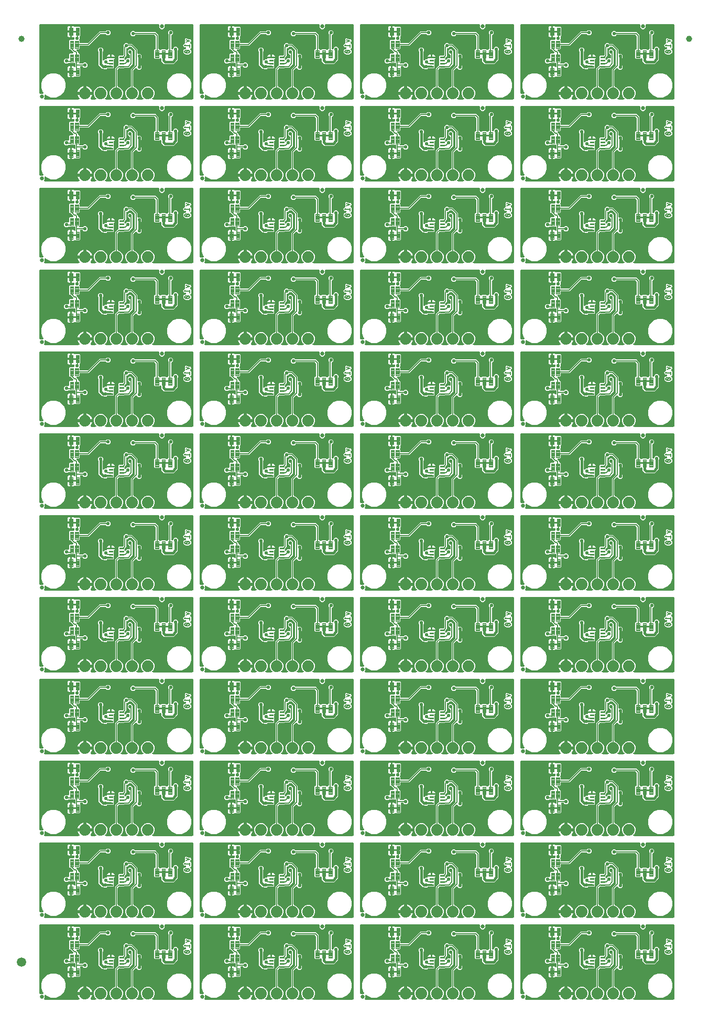
<source format=gbl>
G04 EAGLE Gerber RS-274X export*
G75*
%MOMM*%
%FSLAX34Y34*%
%LPD*%
%INBottom Copper*%
%IPPOS*%
%AMOC8*
5,1,8,0,0,1.08239X$1,22.5*%
G01*
%ADD10C,0.203200*%
%ADD11C,0.635000*%
%ADD12C,0.099059*%
%ADD13C,0.102000*%
%ADD14C,0.101600*%
%ADD15C,1.879600*%
%ADD16C,1.000000*%
%ADD17C,1.500000*%
%ADD18C,0.558800*%
%ADD19C,0.406400*%
%ADD20C,0.304800*%
%ADD21C,0.152400*%

G36*
X843536Y1455692D02*
X843536Y1455692D01*
X843674Y1455705D01*
X843693Y1455712D01*
X843713Y1455715D01*
X843842Y1455766D01*
X843973Y1455813D01*
X843990Y1455824D01*
X844008Y1455832D01*
X844121Y1455913D01*
X844236Y1455992D01*
X844250Y1456007D01*
X844266Y1456018D01*
X844355Y1456126D01*
X844447Y1456230D01*
X844456Y1456248D01*
X844469Y1456263D01*
X844528Y1456389D01*
X844591Y1456514D01*
X844596Y1456533D01*
X844604Y1456551D01*
X844630Y1456688D01*
X844661Y1456824D01*
X844660Y1456844D01*
X844664Y1456863D01*
X844655Y1457002D01*
X844651Y1457142D01*
X844645Y1457161D01*
X844644Y1457181D01*
X844601Y1457313D01*
X844562Y1457447D01*
X844552Y1457464D01*
X844546Y1457483D01*
X844471Y1457601D01*
X844401Y1457721D01*
X844382Y1457742D01*
X844376Y1457752D01*
X844361Y1457766D01*
X844356Y1457772D01*
X843229Y1459323D01*
X842376Y1460997D01*
X841795Y1462784D01*
X841755Y1463041D01*
X852170Y1463041D01*
X852288Y1463056D01*
X852407Y1463063D01*
X852445Y1463076D01*
X852485Y1463081D01*
X852596Y1463124D01*
X852709Y1463161D01*
X852743Y1463183D01*
X852781Y1463198D01*
X852877Y1463268D01*
X852978Y1463331D01*
X853006Y1463361D01*
X853038Y1463384D01*
X853114Y1463476D01*
X853196Y1463563D01*
X853215Y1463598D01*
X853241Y1463629D01*
X853292Y1463737D01*
X853349Y1463841D01*
X853360Y1463881D01*
X853377Y1463917D01*
X853399Y1464034D01*
X853429Y1464149D01*
X853433Y1464210D01*
X853437Y1464230D01*
X853435Y1464250D01*
X853439Y1464310D01*
X853439Y1465581D01*
X853441Y1465581D01*
X853441Y1464310D01*
X853456Y1464192D01*
X853463Y1464073D01*
X853476Y1464035D01*
X853481Y1463994D01*
X853525Y1463884D01*
X853561Y1463771D01*
X853583Y1463736D01*
X853598Y1463699D01*
X853668Y1463603D01*
X853731Y1463502D01*
X853761Y1463474D01*
X853785Y1463441D01*
X853876Y1463366D01*
X853963Y1463284D01*
X853998Y1463264D01*
X854030Y1463239D01*
X854137Y1463188D01*
X854242Y1463130D01*
X854281Y1463120D01*
X854317Y1463103D01*
X854434Y1463081D01*
X854549Y1463051D01*
X854610Y1463047D01*
X854630Y1463043D01*
X854650Y1463045D01*
X854710Y1463041D01*
X865125Y1463041D01*
X865085Y1462784D01*
X864504Y1460997D01*
X863651Y1459323D01*
X862488Y1457722D01*
X862479Y1457706D01*
X862411Y1457625D01*
X862403Y1457606D01*
X862391Y1457591D01*
X862335Y1457463D01*
X862276Y1457337D01*
X862272Y1457317D01*
X862264Y1457299D01*
X862242Y1457161D01*
X862216Y1457024D01*
X862217Y1457005D01*
X862214Y1456985D01*
X862227Y1456846D01*
X862236Y1456707D01*
X862242Y1456688D01*
X862244Y1456668D01*
X862291Y1456537D01*
X862334Y1456405D01*
X862345Y1456388D01*
X862351Y1456369D01*
X862429Y1456254D01*
X862504Y1456136D01*
X862519Y1456122D01*
X862530Y1456106D01*
X862634Y1456014D01*
X862736Y1455918D01*
X862753Y1455908D01*
X862768Y1455895D01*
X862892Y1455832D01*
X863014Y1455764D01*
X863034Y1455759D01*
X863051Y1455750D01*
X863187Y1455720D01*
X863322Y1455685D01*
X863350Y1455683D01*
X863362Y1455681D01*
X863382Y1455681D01*
X863483Y1455675D01*
X870593Y1455675D01*
X870731Y1455692D01*
X870870Y1455705D01*
X870889Y1455712D01*
X870909Y1455715D01*
X871038Y1455766D01*
X871169Y1455813D01*
X871186Y1455824D01*
X871204Y1455832D01*
X871317Y1455913D01*
X871432Y1455991D01*
X871445Y1456007D01*
X871462Y1456018D01*
X871551Y1456126D01*
X871642Y1456230D01*
X871652Y1456248D01*
X871665Y1456263D01*
X871724Y1456389D01*
X871787Y1456513D01*
X871791Y1456533D01*
X871800Y1456551D01*
X871826Y1456688D01*
X871857Y1456823D01*
X871856Y1456844D01*
X871860Y1456863D01*
X871851Y1457002D01*
X871847Y1457141D01*
X871841Y1457161D01*
X871840Y1457181D01*
X871797Y1457313D01*
X871759Y1457447D01*
X871748Y1457464D01*
X871742Y1457483D01*
X871667Y1457601D01*
X871597Y1457721D01*
X871579Y1457742D01*
X871572Y1457752D01*
X871557Y1457766D01*
X871491Y1457841D01*
X869795Y1459537D01*
X868171Y1463458D01*
X868171Y1467702D01*
X869795Y1471623D01*
X872797Y1474625D01*
X876718Y1476249D01*
X880962Y1476249D01*
X884883Y1474625D01*
X887885Y1471623D01*
X889509Y1467702D01*
X889509Y1463458D01*
X887885Y1459537D01*
X886189Y1457841D01*
X886104Y1457732D01*
X886015Y1457625D01*
X886007Y1457606D01*
X885994Y1457590D01*
X885939Y1457462D01*
X885880Y1457337D01*
X885876Y1457317D01*
X885868Y1457298D01*
X885846Y1457160D01*
X885820Y1457024D01*
X885821Y1457004D01*
X885818Y1456984D01*
X885831Y1456845D01*
X885840Y1456707D01*
X885846Y1456688D01*
X885848Y1456668D01*
X885895Y1456536D01*
X885938Y1456405D01*
X885949Y1456387D01*
X885956Y1456368D01*
X886034Y1456253D01*
X886108Y1456136D01*
X886123Y1456122D01*
X886134Y1456105D01*
X886238Y1456013D01*
X886340Y1455918D01*
X886357Y1455908D01*
X886373Y1455895D01*
X886497Y1455831D01*
X886618Y1455764D01*
X886638Y1455759D01*
X886656Y1455750D01*
X886792Y1455720D01*
X886926Y1455685D01*
X886954Y1455683D01*
X886966Y1455680D01*
X886987Y1455681D01*
X887087Y1455675D01*
X895993Y1455675D01*
X896131Y1455692D01*
X896270Y1455705D01*
X896289Y1455712D01*
X896309Y1455715D01*
X896438Y1455766D01*
X896569Y1455813D01*
X896586Y1455824D01*
X896604Y1455832D01*
X896717Y1455913D01*
X896832Y1455991D01*
X896845Y1456007D01*
X896862Y1456018D01*
X896951Y1456126D01*
X897042Y1456230D01*
X897052Y1456248D01*
X897065Y1456263D01*
X897124Y1456389D01*
X897187Y1456513D01*
X897191Y1456533D01*
X897200Y1456551D01*
X897226Y1456688D01*
X897257Y1456823D01*
X897256Y1456844D01*
X897260Y1456863D01*
X897251Y1457002D01*
X897247Y1457141D01*
X897241Y1457161D01*
X897240Y1457181D01*
X897197Y1457313D01*
X897159Y1457447D01*
X897148Y1457464D01*
X897142Y1457483D01*
X897067Y1457601D01*
X896997Y1457721D01*
X896979Y1457742D01*
X896972Y1457752D01*
X896957Y1457766D01*
X896891Y1457841D01*
X895195Y1459537D01*
X893571Y1463458D01*
X893571Y1467702D01*
X895195Y1471623D01*
X898197Y1474625D01*
X901424Y1475961D01*
X901449Y1475976D01*
X901477Y1475985D01*
X901587Y1476054D01*
X901700Y1476119D01*
X901721Y1476139D01*
X901746Y1476155D01*
X901835Y1476250D01*
X901928Y1476340D01*
X901944Y1476365D01*
X901964Y1476387D01*
X902027Y1476500D01*
X902095Y1476611D01*
X902103Y1476639D01*
X902118Y1476665D01*
X902150Y1476791D01*
X902188Y1476915D01*
X902190Y1476945D01*
X902197Y1476973D01*
X902207Y1477134D01*
X902207Y1505831D01*
X902267Y1505866D01*
X902288Y1505884D01*
X902298Y1505891D01*
X902312Y1505906D01*
X902387Y1505972D01*
X907308Y1510892D01*
X907368Y1510970D01*
X907436Y1511043D01*
X907465Y1511096D01*
X907502Y1511143D01*
X907542Y1511234D01*
X907590Y1511321D01*
X907605Y1511380D01*
X907629Y1511435D01*
X907644Y1511533D01*
X907669Y1511629D01*
X907675Y1511729D01*
X907679Y1511749D01*
X907677Y1511762D01*
X907679Y1511790D01*
X907679Y1515516D01*
X907706Y1515546D01*
X907724Y1515582D01*
X907749Y1515614D01*
X907797Y1515723D01*
X907851Y1515829D01*
X907859Y1515869D01*
X907875Y1515906D01*
X907894Y1516024D01*
X907920Y1516139D01*
X907919Y1516180D01*
X907925Y1516220D01*
X907914Y1516339D01*
X907910Y1516457D01*
X907899Y1516496D01*
X907895Y1516536D01*
X907855Y1516649D01*
X907822Y1516763D01*
X907802Y1516798D01*
X907788Y1516836D01*
X907721Y1516934D01*
X907679Y1517005D01*
X907679Y1520516D01*
X907706Y1520546D01*
X907724Y1520582D01*
X907749Y1520614D01*
X907797Y1520723D01*
X907851Y1520829D01*
X907859Y1520869D01*
X907875Y1520906D01*
X907894Y1521024D01*
X907920Y1521139D01*
X907919Y1521180D01*
X907925Y1521220D01*
X907914Y1521339D01*
X907910Y1521457D01*
X907899Y1521496D01*
X907895Y1521536D01*
X907855Y1521649D01*
X907822Y1521763D01*
X907802Y1521798D01*
X907788Y1521836D01*
X907721Y1521934D01*
X907679Y1522005D01*
X907679Y1525488D01*
X908722Y1526531D01*
X914546Y1526531D01*
X914644Y1526543D01*
X914743Y1526546D01*
X914802Y1526563D01*
X914862Y1526571D01*
X914954Y1526607D01*
X915049Y1526635D01*
X915101Y1526665D01*
X915157Y1526688D01*
X915238Y1526746D01*
X915323Y1526796D01*
X915398Y1526862D01*
X915415Y1526874D01*
X915423Y1526884D01*
X915444Y1526902D01*
X915552Y1527010D01*
X915612Y1527089D01*
X915680Y1527161D01*
X915709Y1527214D01*
X915746Y1527262D01*
X915786Y1527352D01*
X915834Y1527439D01*
X915849Y1527498D01*
X915873Y1527553D01*
X915888Y1527651D01*
X915913Y1527747D01*
X915919Y1527847D01*
X915923Y1527867D01*
X915921Y1527880D01*
X915923Y1527908D01*
X915923Y1543972D01*
X918304Y1546353D01*
X921672Y1546353D01*
X922570Y1545454D01*
X922648Y1545394D01*
X922720Y1545326D01*
X922773Y1545297D01*
X922821Y1545260D01*
X922912Y1545220D01*
X922999Y1545172D01*
X923057Y1545157D01*
X923113Y1545133D01*
X923211Y1545118D01*
X923307Y1545093D01*
X923407Y1545087D01*
X923427Y1545083D01*
X923439Y1545085D01*
X923467Y1545083D01*
X929720Y1545083D01*
X931282Y1543520D01*
X936460Y1538342D01*
X938023Y1536780D01*
X938023Y1530604D01*
X938038Y1530486D01*
X938045Y1530367D01*
X938058Y1530329D01*
X938063Y1530288D01*
X938106Y1530178D01*
X938143Y1530065D01*
X938165Y1530030D01*
X938180Y1529993D01*
X938249Y1529897D01*
X938313Y1529796D01*
X938343Y1529768D01*
X938366Y1529735D01*
X938458Y1529659D01*
X938545Y1529578D01*
X938580Y1529558D01*
X938611Y1529533D01*
X938719Y1529482D01*
X938823Y1529424D01*
X938863Y1529414D01*
X938899Y1529397D01*
X939016Y1529375D01*
X939131Y1529345D01*
X939191Y1529341D01*
X939211Y1529337D01*
X939232Y1529339D01*
X939292Y1529335D01*
X942754Y1529335D01*
X945135Y1526954D01*
X945135Y1523586D01*
X944744Y1523196D01*
X944684Y1523118D01*
X944616Y1523046D01*
X944587Y1522993D01*
X944550Y1522945D01*
X944510Y1522854D01*
X944462Y1522767D01*
X944447Y1522709D01*
X944423Y1522653D01*
X944408Y1522555D01*
X944383Y1522459D01*
X944377Y1522359D01*
X944373Y1522339D01*
X944375Y1522327D01*
X944373Y1522299D01*
X944373Y1510461D01*
X944385Y1510363D01*
X944388Y1510264D01*
X944405Y1510206D01*
X944413Y1510146D01*
X944449Y1510054D01*
X944477Y1509959D01*
X944507Y1509907D01*
X944530Y1509850D01*
X944588Y1509770D01*
X944638Y1509685D01*
X944704Y1509609D01*
X944716Y1509593D01*
X944726Y1509585D01*
X944744Y1509564D01*
X945135Y1509174D01*
X945135Y1505806D01*
X942754Y1503425D01*
X939386Y1503425D01*
X936721Y1506091D01*
X936636Y1506157D01*
X936588Y1506202D01*
X936577Y1506208D01*
X936537Y1506243D01*
X936501Y1506261D01*
X936469Y1506286D01*
X936360Y1506333D01*
X936254Y1506387D01*
X936215Y1506396D01*
X936178Y1506412D01*
X936060Y1506431D01*
X935944Y1506457D01*
X935903Y1506456D01*
X935863Y1506462D01*
X935745Y1506451D01*
X935626Y1506447D01*
X935587Y1506436D01*
X935547Y1506432D01*
X935435Y1506392D01*
X935320Y1506359D01*
X935286Y1506338D01*
X935248Y1506325D01*
X935149Y1506258D01*
X935046Y1506197D01*
X935001Y1506157D01*
X934984Y1506146D01*
X934971Y1506131D01*
X934939Y1506103D01*
X934937Y1506101D01*
X934935Y1506100D01*
X934926Y1506091D01*
X932044Y1503210D01*
X931984Y1503132D01*
X931916Y1503059D01*
X931887Y1503006D01*
X931850Y1502959D01*
X931810Y1502868D01*
X931762Y1502781D01*
X931747Y1502722D01*
X931723Y1502667D01*
X931708Y1502569D01*
X931683Y1502473D01*
X931677Y1502373D01*
X931673Y1502353D01*
X931675Y1502340D01*
X931673Y1502312D01*
X931673Y1477134D01*
X931676Y1477105D01*
X931674Y1477075D01*
X931696Y1476947D01*
X931713Y1476818D01*
X931723Y1476791D01*
X931728Y1476762D01*
X931782Y1476643D01*
X931830Y1476523D01*
X931847Y1476499D01*
X931859Y1476472D01*
X931940Y1476370D01*
X932016Y1476265D01*
X932039Y1476246D01*
X932058Y1476223D01*
X932161Y1476145D01*
X932261Y1476062D01*
X932288Y1476050D01*
X932312Y1476032D01*
X932456Y1475961D01*
X935683Y1474625D01*
X938685Y1471623D01*
X940309Y1467702D01*
X940309Y1463458D01*
X938685Y1459537D01*
X936989Y1457841D01*
X936904Y1457732D01*
X936815Y1457625D01*
X936807Y1457606D01*
X936794Y1457590D01*
X936739Y1457462D01*
X936680Y1457337D01*
X936676Y1457317D01*
X936668Y1457298D01*
X936646Y1457160D01*
X936620Y1457024D01*
X936621Y1457004D01*
X936618Y1456984D01*
X936631Y1456845D01*
X936640Y1456707D01*
X936646Y1456688D01*
X936648Y1456668D01*
X936695Y1456536D01*
X936738Y1456405D01*
X936749Y1456387D01*
X936756Y1456368D01*
X936834Y1456253D01*
X936908Y1456136D01*
X936923Y1456122D01*
X936934Y1456105D01*
X937038Y1456013D01*
X937140Y1455918D01*
X937157Y1455908D01*
X937173Y1455895D01*
X937297Y1455831D01*
X937418Y1455764D01*
X937438Y1455759D01*
X937456Y1455750D01*
X937592Y1455720D01*
X937726Y1455685D01*
X937754Y1455683D01*
X937766Y1455680D01*
X937787Y1455681D01*
X937887Y1455675D01*
X946793Y1455675D01*
X946931Y1455692D01*
X947070Y1455705D01*
X947089Y1455712D01*
X947109Y1455715D01*
X947238Y1455766D01*
X947369Y1455813D01*
X947386Y1455824D01*
X947404Y1455832D01*
X947517Y1455913D01*
X947632Y1455991D01*
X947645Y1456007D01*
X947662Y1456018D01*
X947751Y1456126D01*
X947842Y1456230D01*
X947852Y1456248D01*
X947865Y1456263D01*
X947924Y1456389D01*
X947987Y1456513D01*
X947991Y1456533D01*
X948000Y1456551D01*
X948026Y1456688D01*
X948057Y1456823D01*
X948056Y1456844D01*
X948060Y1456863D01*
X948051Y1457002D01*
X948047Y1457141D01*
X948041Y1457161D01*
X948040Y1457181D01*
X947997Y1457313D01*
X947959Y1457447D01*
X947948Y1457464D01*
X947942Y1457483D01*
X947867Y1457601D01*
X947797Y1457721D01*
X947779Y1457742D01*
X947772Y1457752D01*
X947757Y1457766D01*
X947691Y1457841D01*
X945995Y1459537D01*
X944371Y1463458D01*
X944371Y1467702D01*
X945995Y1471623D01*
X948997Y1474625D01*
X952918Y1476249D01*
X957162Y1476249D01*
X961083Y1474625D01*
X964085Y1471623D01*
X965709Y1467702D01*
X965709Y1463458D01*
X964085Y1459537D01*
X962389Y1457841D01*
X962304Y1457732D01*
X962215Y1457625D01*
X962207Y1457606D01*
X962194Y1457590D01*
X962139Y1457462D01*
X962080Y1457337D01*
X962076Y1457317D01*
X962068Y1457298D01*
X962046Y1457160D01*
X962020Y1457024D01*
X962021Y1457004D01*
X962018Y1456984D01*
X962031Y1456845D01*
X962040Y1456707D01*
X962046Y1456688D01*
X962048Y1456668D01*
X962095Y1456536D01*
X962138Y1456405D01*
X962149Y1456387D01*
X962156Y1456368D01*
X962234Y1456253D01*
X962308Y1456136D01*
X962323Y1456122D01*
X962334Y1456105D01*
X962438Y1456013D01*
X962540Y1455918D01*
X962557Y1455908D01*
X962573Y1455895D01*
X962697Y1455831D01*
X962818Y1455764D01*
X962838Y1455759D01*
X962856Y1455750D01*
X962992Y1455720D01*
X963126Y1455685D01*
X963154Y1455683D01*
X963166Y1455680D01*
X963187Y1455681D01*
X963287Y1455675D01*
X1027176Y1455675D01*
X1027294Y1455690D01*
X1027413Y1455697D01*
X1027451Y1455710D01*
X1027492Y1455715D01*
X1027602Y1455758D01*
X1027715Y1455795D01*
X1027750Y1455817D01*
X1027787Y1455832D01*
X1027883Y1455901D01*
X1027984Y1455965D01*
X1028012Y1455995D01*
X1028045Y1456018D01*
X1028121Y1456110D01*
X1028202Y1456197D01*
X1028222Y1456232D01*
X1028247Y1456263D01*
X1028298Y1456371D01*
X1028356Y1456475D01*
X1028366Y1456515D01*
X1028383Y1456551D01*
X1028405Y1456668D01*
X1028435Y1456783D01*
X1028439Y1456843D01*
X1028443Y1456863D01*
X1028441Y1456884D01*
X1028445Y1456944D01*
X1028445Y1575816D01*
X1028430Y1575934D01*
X1028423Y1576053D01*
X1028410Y1576091D01*
X1028405Y1576132D01*
X1028362Y1576242D01*
X1028325Y1576355D01*
X1028303Y1576390D01*
X1028288Y1576427D01*
X1028219Y1576523D01*
X1028155Y1576624D01*
X1028125Y1576652D01*
X1028102Y1576685D01*
X1028010Y1576761D01*
X1027923Y1576842D01*
X1027888Y1576862D01*
X1027857Y1576887D01*
X1027749Y1576938D01*
X1027645Y1576996D01*
X1027605Y1577006D01*
X1027569Y1577023D01*
X1027452Y1577045D01*
X1027337Y1577075D01*
X1027277Y1577079D01*
X1027257Y1577083D01*
X1027236Y1577081D01*
X1027176Y1577085D01*
X983615Y1577085D01*
X983497Y1577070D01*
X983378Y1577063D01*
X983340Y1577050D01*
X983299Y1577045D01*
X983189Y1577002D01*
X983076Y1576965D01*
X983041Y1576943D01*
X983004Y1576928D01*
X982908Y1576859D01*
X982807Y1576795D01*
X982779Y1576765D01*
X982746Y1576742D01*
X982670Y1576650D01*
X982589Y1576563D01*
X982569Y1576528D01*
X982544Y1576497D01*
X982493Y1576389D01*
X982435Y1576285D01*
X982425Y1576245D01*
X982408Y1576209D01*
X982386Y1576092D01*
X982356Y1575977D01*
X982352Y1575917D01*
X982348Y1575897D01*
X982350Y1575876D01*
X982346Y1575816D01*
X982346Y1571689D01*
X979741Y1569084D01*
X976059Y1569084D01*
X973454Y1571689D01*
X973454Y1575816D01*
X973439Y1575934D01*
X973432Y1576053D01*
X973419Y1576091D01*
X973414Y1576132D01*
X973371Y1576242D01*
X973334Y1576355D01*
X973312Y1576390D01*
X973297Y1576427D01*
X973228Y1576523D01*
X973164Y1576624D01*
X973134Y1576652D01*
X973111Y1576685D01*
X973019Y1576761D01*
X972932Y1576842D01*
X972897Y1576862D01*
X972866Y1576887D01*
X972758Y1576938D01*
X972654Y1576996D01*
X972614Y1577006D01*
X972578Y1577023D01*
X972461Y1577045D01*
X972346Y1577075D01*
X972286Y1577079D01*
X972266Y1577083D01*
X972245Y1577081D01*
X972185Y1577085D01*
X781304Y1577085D01*
X781186Y1577070D01*
X781067Y1577063D01*
X781029Y1577050D01*
X780988Y1577045D01*
X780878Y1577002D01*
X780765Y1576965D01*
X780730Y1576943D01*
X780693Y1576928D01*
X780597Y1576859D01*
X780496Y1576795D01*
X780468Y1576765D01*
X780435Y1576742D01*
X780359Y1576650D01*
X780278Y1576563D01*
X780258Y1576528D01*
X780233Y1576497D01*
X780182Y1576389D01*
X780124Y1576285D01*
X780114Y1576245D01*
X780097Y1576209D01*
X780075Y1576092D01*
X780045Y1575977D01*
X780041Y1575917D01*
X780037Y1575897D01*
X780039Y1575876D01*
X780035Y1575816D01*
X780035Y1466215D01*
X780050Y1466097D01*
X780057Y1465978D01*
X780070Y1465940D01*
X780075Y1465899D01*
X780118Y1465789D01*
X780155Y1465676D01*
X780177Y1465641D01*
X780192Y1465604D01*
X780261Y1465508D01*
X780325Y1465407D01*
X780355Y1465379D01*
X780378Y1465346D01*
X780470Y1465270D01*
X780557Y1465189D01*
X780592Y1465169D01*
X780623Y1465144D01*
X780731Y1465093D01*
X780835Y1465035D01*
X780875Y1465025D01*
X780911Y1465008D01*
X781028Y1464986D01*
X781143Y1464956D01*
X781203Y1464952D01*
X781223Y1464948D01*
X781244Y1464950D01*
X781304Y1464946D01*
X785250Y1464946D01*
X785388Y1464963D01*
X785526Y1464976D01*
X785545Y1464983D01*
X785565Y1464986D01*
X785694Y1465037D01*
X785826Y1465084D01*
X785842Y1465095D01*
X785861Y1465103D01*
X785974Y1465184D01*
X786089Y1465262D01*
X786102Y1465278D01*
X786118Y1465289D01*
X786207Y1465397D01*
X786299Y1465501D01*
X786308Y1465519D01*
X786321Y1465534D01*
X786380Y1465660D01*
X786444Y1465784D01*
X786448Y1465804D01*
X786457Y1465822D01*
X786483Y1465959D01*
X786513Y1466094D01*
X786513Y1466115D01*
X786517Y1466134D01*
X786508Y1466273D01*
X786504Y1466412D01*
X786498Y1466432D01*
X786497Y1466452D01*
X786454Y1466584D01*
X786415Y1466718D01*
X786405Y1466735D01*
X786399Y1466754D01*
X786324Y1466872D01*
X786254Y1466992D01*
X786235Y1467013D01*
X786229Y1467023D01*
X786214Y1467037D01*
X786147Y1467113D01*
X786059Y1467201D01*
X783081Y1474389D01*
X783081Y1482171D01*
X786059Y1489359D01*
X791561Y1494861D01*
X798749Y1497839D01*
X806531Y1497839D01*
X813719Y1494861D01*
X819221Y1489359D01*
X822199Y1482171D01*
X822199Y1474389D01*
X819221Y1467201D01*
X813719Y1461699D01*
X806530Y1458721D01*
X798749Y1458721D01*
X791561Y1461699D01*
X790202Y1463057D01*
X790093Y1463142D01*
X789986Y1463231D01*
X789967Y1463240D01*
X789951Y1463252D01*
X789824Y1463307D01*
X789698Y1463367D01*
X789678Y1463371D01*
X789659Y1463379D01*
X789521Y1463401D01*
X789385Y1463427D01*
X789365Y1463425D01*
X789345Y1463428D01*
X789206Y1463415D01*
X789068Y1463407D01*
X789049Y1463401D01*
X789029Y1463399D01*
X788897Y1463351D01*
X788766Y1463309D01*
X788748Y1463298D01*
X788729Y1463291D01*
X788614Y1463213D01*
X788497Y1463139D01*
X788483Y1463124D01*
X788466Y1463112D01*
X788374Y1463008D01*
X788279Y1462907D01*
X788269Y1462889D01*
X788256Y1462874D01*
X788192Y1462750D01*
X788125Y1462628D01*
X788120Y1462609D01*
X788111Y1462591D01*
X788081Y1462455D01*
X788046Y1462321D01*
X788044Y1462292D01*
X788041Y1462280D01*
X788042Y1462260D01*
X788036Y1462160D01*
X788036Y1458658D01*
X787219Y1457841D01*
X787134Y1457732D01*
X787045Y1457625D01*
X787036Y1457606D01*
X787024Y1457590D01*
X786969Y1457463D01*
X786909Y1457337D01*
X786905Y1457317D01*
X786897Y1457298D01*
X786875Y1457160D01*
X786849Y1457024D01*
X786851Y1457004D01*
X786848Y1456984D01*
X786861Y1456845D01*
X786869Y1456707D01*
X786875Y1456688D01*
X786877Y1456668D01*
X786925Y1456536D01*
X786967Y1456405D01*
X786978Y1456387D01*
X786985Y1456368D01*
X787063Y1456253D01*
X787137Y1456136D01*
X787152Y1456122D01*
X787164Y1456105D01*
X787268Y1456013D01*
X787369Y1455918D01*
X787387Y1455908D01*
X787402Y1455895D01*
X787526Y1455832D01*
X787648Y1455764D01*
X787667Y1455759D01*
X787685Y1455750D01*
X787821Y1455720D01*
X787955Y1455685D01*
X787984Y1455683D01*
X787996Y1455680D01*
X788016Y1455681D01*
X788116Y1455675D01*
X843397Y1455675D01*
X843536Y1455692D01*
G37*
G36*
X584456Y1191532D02*
X584456Y1191532D01*
X584594Y1191545D01*
X584613Y1191552D01*
X584633Y1191555D01*
X584762Y1191606D01*
X584893Y1191653D01*
X584910Y1191664D01*
X584928Y1191672D01*
X585041Y1191753D01*
X585156Y1191832D01*
X585170Y1191847D01*
X585186Y1191858D01*
X585275Y1191966D01*
X585367Y1192070D01*
X585376Y1192088D01*
X585389Y1192103D01*
X585448Y1192229D01*
X585511Y1192354D01*
X585516Y1192373D01*
X585524Y1192391D01*
X585550Y1192528D01*
X585581Y1192664D01*
X585580Y1192684D01*
X585584Y1192703D01*
X585575Y1192842D01*
X585571Y1192982D01*
X585565Y1193001D01*
X585564Y1193021D01*
X585521Y1193153D01*
X585482Y1193287D01*
X585472Y1193304D01*
X585466Y1193323D01*
X585391Y1193441D01*
X585321Y1193561D01*
X585302Y1193582D01*
X585296Y1193592D01*
X585281Y1193606D01*
X585276Y1193612D01*
X584149Y1195163D01*
X583296Y1196837D01*
X582715Y1198624D01*
X582675Y1198881D01*
X593090Y1198881D01*
X593208Y1198896D01*
X593327Y1198903D01*
X593365Y1198916D01*
X593405Y1198921D01*
X593516Y1198964D01*
X593629Y1199001D01*
X593663Y1199023D01*
X593701Y1199038D01*
X593797Y1199108D01*
X593898Y1199171D01*
X593926Y1199201D01*
X593958Y1199224D01*
X594034Y1199316D01*
X594116Y1199403D01*
X594135Y1199438D01*
X594161Y1199469D01*
X594212Y1199577D01*
X594269Y1199681D01*
X594280Y1199721D01*
X594297Y1199757D01*
X594319Y1199874D01*
X594349Y1199989D01*
X594353Y1200050D01*
X594357Y1200070D01*
X594355Y1200090D01*
X594359Y1200150D01*
X594359Y1201421D01*
X594361Y1201421D01*
X594361Y1200150D01*
X594376Y1200032D01*
X594383Y1199913D01*
X594396Y1199875D01*
X594401Y1199834D01*
X594445Y1199724D01*
X594481Y1199611D01*
X594503Y1199576D01*
X594518Y1199539D01*
X594588Y1199443D01*
X594651Y1199342D01*
X594681Y1199314D01*
X594705Y1199281D01*
X594796Y1199206D01*
X594883Y1199124D01*
X594918Y1199104D01*
X594950Y1199079D01*
X595057Y1199028D01*
X595162Y1198970D01*
X595201Y1198960D01*
X595237Y1198943D01*
X595354Y1198921D01*
X595469Y1198891D01*
X595530Y1198887D01*
X595550Y1198883D01*
X595570Y1198885D01*
X595630Y1198881D01*
X606045Y1198881D01*
X606005Y1198624D01*
X605424Y1196837D01*
X604571Y1195163D01*
X603408Y1193562D01*
X603399Y1193546D01*
X603331Y1193465D01*
X603323Y1193446D01*
X603311Y1193431D01*
X603255Y1193303D01*
X603196Y1193177D01*
X603192Y1193157D01*
X603184Y1193139D01*
X603162Y1193001D01*
X603136Y1192864D01*
X603137Y1192845D01*
X603134Y1192825D01*
X603147Y1192686D01*
X603156Y1192547D01*
X603162Y1192528D01*
X603164Y1192508D01*
X603211Y1192377D01*
X603254Y1192245D01*
X603265Y1192228D01*
X603271Y1192209D01*
X603349Y1192094D01*
X603424Y1191976D01*
X603439Y1191962D01*
X603450Y1191946D01*
X603554Y1191854D01*
X603656Y1191758D01*
X603673Y1191748D01*
X603688Y1191735D01*
X603812Y1191672D01*
X603934Y1191604D01*
X603954Y1191599D01*
X603971Y1191590D01*
X604107Y1191560D01*
X604242Y1191525D01*
X604270Y1191523D01*
X604282Y1191521D01*
X604302Y1191521D01*
X604403Y1191515D01*
X611513Y1191515D01*
X611651Y1191532D01*
X611790Y1191545D01*
X611809Y1191552D01*
X611829Y1191555D01*
X611958Y1191606D01*
X612089Y1191653D01*
X612106Y1191664D01*
X612124Y1191672D01*
X612237Y1191753D01*
X612352Y1191831D01*
X612365Y1191847D01*
X612382Y1191858D01*
X612471Y1191966D01*
X612562Y1192070D01*
X612572Y1192088D01*
X612585Y1192103D01*
X612644Y1192229D01*
X612707Y1192353D01*
X612711Y1192373D01*
X612720Y1192391D01*
X612746Y1192528D01*
X612777Y1192663D01*
X612776Y1192684D01*
X612780Y1192703D01*
X612771Y1192842D01*
X612767Y1192981D01*
X612761Y1193001D01*
X612760Y1193021D01*
X612717Y1193153D01*
X612679Y1193287D01*
X612668Y1193304D01*
X612662Y1193323D01*
X612587Y1193441D01*
X612517Y1193561D01*
X612499Y1193582D01*
X612492Y1193592D01*
X612477Y1193606D01*
X612411Y1193681D01*
X610715Y1195377D01*
X609091Y1199298D01*
X609091Y1203542D01*
X610715Y1207463D01*
X613717Y1210465D01*
X617638Y1212089D01*
X621882Y1212089D01*
X625803Y1210465D01*
X628805Y1207463D01*
X630429Y1203542D01*
X630429Y1199298D01*
X628805Y1195377D01*
X627109Y1193681D01*
X627024Y1193572D01*
X626935Y1193465D01*
X626927Y1193446D01*
X626914Y1193430D01*
X626859Y1193302D01*
X626800Y1193177D01*
X626796Y1193157D01*
X626788Y1193138D01*
X626766Y1193000D01*
X626740Y1192864D01*
X626741Y1192844D01*
X626738Y1192824D01*
X626751Y1192685D01*
X626760Y1192547D01*
X626766Y1192528D01*
X626768Y1192508D01*
X626815Y1192376D01*
X626858Y1192245D01*
X626869Y1192227D01*
X626876Y1192208D01*
X626954Y1192093D01*
X627028Y1191976D01*
X627043Y1191962D01*
X627054Y1191945D01*
X627158Y1191853D01*
X627260Y1191758D01*
X627277Y1191748D01*
X627293Y1191735D01*
X627417Y1191671D01*
X627538Y1191604D01*
X627558Y1191599D01*
X627576Y1191590D01*
X627712Y1191560D01*
X627846Y1191525D01*
X627874Y1191523D01*
X627886Y1191520D01*
X627907Y1191521D01*
X628007Y1191515D01*
X636913Y1191515D01*
X637051Y1191532D01*
X637190Y1191545D01*
X637209Y1191552D01*
X637229Y1191555D01*
X637358Y1191606D01*
X637489Y1191653D01*
X637506Y1191664D01*
X637524Y1191672D01*
X637637Y1191753D01*
X637752Y1191831D01*
X637765Y1191847D01*
X637782Y1191858D01*
X637871Y1191966D01*
X637962Y1192070D01*
X637972Y1192088D01*
X637985Y1192103D01*
X638044Y1192229D01*
X638107Y1192353D01*
X638111Y1192373D01*
X638120Y1192391D01*
X638146Y1192528D01*
X638177Y1192663D01*
X638176Y1192684D01*
X638180Y1192703D01*
X638171Y1192842D01*
X638167Y1192981D01*
X638161Y1193001D01*
X638160Y1193021D01*
X638117Y1193153D01*
X638079Y1193287D01*
X638068Y1193304D01*
X638062Y1193323D01*
X637987Y1193441D01*
X637917Y1193561D01*
X637899Y1193582D01*
X637892Y1193592D01*
X637877Y1193606D01*
X637811Y1193681D01*
X636115Y1195377D01*
X634491Y1199298D01*
X634491Y1203542D01*
X636115Y1207463D01*
X639117Y1210465D01*
X642344Y1211801D01*
X642369Y1211816D01*
X642397Y1211825D01*
X642507Y1211894D01*
X642620Y1211959D01*
X642641Y1211979D01*
X642666Y1211995D01*
X642755Y1212090D01*
X642848Y1212180D01*
X642864Y1212205D01*
X642884Y1212227D01*
X642947Y1212340D01*
X643015Y1212451D01*
X643023Y1212479D01*
X643038Y1212505D01*
X643070Y1212631D01*
X643108Y1212755D01*
X643110Y1212785D01*
X643117Y1212813D01*
X643127Y1212974D01*
X643127Y1241671D01*
X643187Y1241706D01*
X643208Y1241724D01*
X643218Y1241731D01*
X643232Y1241746D01*
X643307Y1241812D01*
X648228Y1246732D01*
X648288Y1246810D01*
X648356Y1246883D01*
X648385Y1246936D01*
X648422Y1246983D01*
X648462Y1247074D01*
X648510Y1247161D01*
X648525Y1247220D01*
X648549Y1247275D01*
X648564Y1247373D01*
X648589Y1247469D01*
X648595Y1247569D01*
X648599Y1247589D01*
X648597Y1247602D01*
X648599Y1247630D01*
X648599Y1251356D01*
X648626Y1251386D01*
X648644Y1251422D01*
X648669Y1251454D01*
X648717Y1251563D01*
X648771Y1251669D01*
X648779Y1251709D01*
X648795Y1251746D01*
X648814Y1251864D01*
X648840Y1251979D01*
X648839Y1252020D01*
X648845Y1252060D01*
X648834Y1252179D01*
X648830Y1252297D01*
X648819Y1252336D01*
X648815Y1252376D01*
X648775Y1252489D01*
X648742Y1252603D01*
X648722Y1252638D01*
X648708Y1252676D01*
X648641Y1252774D01*
X648599Y1252845D01*
X648599Y1256356D01*
X648626Y1256386D01*
X648644Y1256422D01*
X648669Y1256454D01*
X648717Y1256563D01*
X648771Y1256669D01*
X648779Y1256709D01*
X648795Y1256746D01*
X648814Y1256864D01*
X648840Y1256979D01*
X648839Y1257020D01*
X648845Y1257060D01*
X648834Y1257179D01*
X648830Y1257297D01*
X648819Y1257336D01*
X648815Y1257376D01*
X648775Y1257489D01*
X648742Y1257603D01*
X648722Y1257638D01*
X648708Y1257676D01*
X648641Y1257774D01*
X648599Y1257845D01*
X648599Y1261328D01*
X649642Y1262371D01*
X655466Y1262371D01*
X655564Y1262383D01*
X655663Y1262386D01*
X655722Y1262403D01*
X655782Y1262411D01*
X655874Y1262447D01*
X655969Y1262475D01*
X656021Y1262505D01*
X656077Y1262528D01*
X656158Y1262586D01*
X656243Y1262636D01*
X656318Y1262702D01*
X656335Y1262714D01*
X656343Y1262724D01*
X656364Y1262742D01*
X656472Y1262850D01*
X656532Y1262929D01*
X656600Y1263001D01*
X656629Y1263054D01*
X656666Y1263102D01*
X656706Y1263192D01*
X656754Y1263279D01*
X656769Y1263338D01*
X656793Y1263393D01*
X656808Y1263491D01*
X656833Y1263587D01*
X656839Y1263687D01*
X656843Y1263707D01*
X656841Y1263720D01*
X656843Y1263748D01*
X656843Y1279812D01*
X659224Y1282193D01*
X662592Y1282193D01*
X663490Y1281294D01*
X663568Y1281234D01*
X663640Y1281166D01*
X663693Y1281137D01*
X663741Y1281100D01*
X663832Y1281060D01*
X663919Y1281012D01*
X663977Y1280997D01*
X664033Y1280973D01*
X664131Y1280958D01*
X664227Y1280933D01*
X664327Y1280927D01*
X664347Y1280923D01*
X664359Y1280925D01*
X664387Y1280923D01*
X670640Y1280923D01*
X672202Y1279360D01*
X677380Y1274182D01*
X678943Y1272620D01*
X678943Y1266444D01*
X678958Y1266326D01*
X678965Y1266207D01*
X678978Y1266169D01*
X678983Y1266128D01*
X679026Y1266018D01*
X679063Y1265905D01*
X679085Y1265870D01*
X679100Y1265833D01*
X679169Y1265737D01*
X679233Y1265636D01*
X679263Y1265608D01*
X679286Y1265575D01*
X679378Y1265499D01*
X679465Y1265418D01*
X679500Y1265398D01*
X679531Y1265373D01*
X679639Y1265322D01*
X679743Y1265264D01*
X679783Y1265254D01*
X679819Y1265237D01*
X679936Y1265215D01*
X680051Y1265185D01*
X680111Y1265181D01*
X680131Y1265177D01*
X680152Y1265179D01*
X680212Y1265175D01*
X683674Y1265175D01*
X686055Y1262794D01*
X686055Y1259426D01*
X685664Y1259036D01*
X685604Y1258958D01*
X685536Y1258886D01*
X685507Y1258833D01*
X685470Y1258785D01*
X685430Y1258694D01*
X685382Y1258607D01*
X685367Y1258549D01*
X685343Y1258493D01*
X685328Y1258395D01*
X685303Y1258299D01*
X685297Y1258199D01*
X685293Y1258179D01*
X685295Y1258167D01*
X685293Y1258139D01*
X685293Y1246301D01*
X685305Y1246203D01*
X685308Y1246104D01*
X685325Y1246046D01*
X685333Y1245986D01*
X685369Y1245894D01*
X685397Y1245799D01*
X685427Y1245747D01*
X685450Y1245690D01*
X685508Y1245610D01*
X685558Y1245525D01*
X685624Y1245449D01*
X685636Y1245433D01*
X685646Y1245425D01*
X685664Y1245404D01*
X686055Y1245014D01*
X686055Y1241646D01*
X683674Y1239265D01*
X680306Y1239265D01*
X677641Y1241931D01*
X677556Y1241997D01*
X677508Y1242042D01*
X677497Y1242048D01*
X677457Y1242083D01*
X677421Y1242101D01*
X677389Y1242126D01*
X677280Y1242173D01*
X677174Y1242227D01*
X677135Y1242236D01*
X677098Y1242252D01*
X676980Y1242271D01*
X676864Y1242297D01*
X676823Y1242296D01*
X676783Y1242302D01*
X676665Y1242291D01*
X676546Y1242287D01*
X676507Y1242276D01*
X676467Y1242272D01*
X676355Y1242232D01*
X676240Y1242199D01*
X676206Y1242178D01*
X676168Y1242165D01*
X676069Y1242098D01*
X675966Y1242037D01*
X675921Y1241997D01*
X675904Y1241986D01*
X675891Y1241971D01*
X675859Y1241943D01*
X675857Y1241941D01*
X675855Y1241940D01*
X675846Y1241931D01*
X672964Y1239050D01*
X672904Y1238972D01*
X672836Y1238899D01*
X672807Y1238846D01*
X672770Y1238799D01*
X672730Y1238708D01*
X672682Y1238621D01*
X672667Y1238562D01*
X672643Y1238507D01*
X672628Y1238409D01*
X672603Y1238313D01*
X672597Y1238213D01*
X672593Y1238193D01*
X672595Y1238180D01*
X672593Y1238152D01*
X672593Y1212974D01*
X672596Y1212945D01*
X672594Y1212915D01*
X672616Y1212787D01*
X672633Y1212658D01*
X672643Y1212631D01*
X672648Y1212602D01*
X672702Y1212483D01*
X672750Y1212363D01*
X672767Y1212339D01*
X672779Y1212312D01*
X672860Y1212210D01*
X672936Y1212105D01*
X672959Y1212086D01*
X672978Y1212063D01*
X673081Y1211985D01*
X673181Y1211902D01*
X673208Y1211890D01*
X673232Y1211872D01*
X673376Y1211801D01*
X676603Y1210465D01*
X679605Y1207463D01*
X681229Y1203542D01*
X681229Y1199298D01*
X679605Y1195377D01*
X677909Y1193681D01*
X677824Y1193572D01*
X677735Y1193465D01*
X677727Y1193446D01*
X677714Y1193430D01*
X677659Y1193302D01*
X677600Y1193177D01*
X677596Y1193157D01*
X677588Y1193138D01*
X677566Y1193000D01*
X677540Y1192864D01*
X677541Y1192844D01*
X677538Y1192824D01*
X677551Y1192685D01*
X677560Y1192547D01*
X677566Y1192528D01*
X677568Y1192508D01*
X677615Y1192376D01*
X677658Y1192245D01*
X677669Y1192227D01*
X677676Y1192208D01*
X677754Y1192093D01*
X677828Y1191976D01*
X677843Y1191962D01*
X677854Y1191945D01*
X677958Y1191853D01*
X678060Y1191758D01*
X678077Y1191748D01*
X678093Y1191735D01*
X678217Y1191671D01*
X678338Y1191604D01*
X678358Y1191599D01*
X678376Y1191590D01*
X678512Y1191560D01*
X678646Y1191525D01*
X678674Y1191523D01*
X678686Y1191520D01*
X678707Y1191521D01*
X678807Y1191515D01*
X687713Y1191515D01*
X687851Y1191532D01*
X687990Y1191545D01*
X688009Y1191552D01*
X688029Y1191555D01*
X688158Y1191606D01*
X688289Y1191653D01*
X688306Y1191664D01*
X688324Y1191672D01*
X688437Y1191753D01*
X688552Y1191831D01*
X688565Y1191847D01*
X688582Y1191858D01*
X688671Y1191966D01*
X688762Y1192070D01*
X688772Y1192088D01*
X688785Y1192103D01*
X688844Y1192229D01*
X688907Y1192353D01*
X688911Y1192373D01*
X688920Y1192391D01*
X688946Y1192528D01*
X688977Y1192663D01*
X688976Y1192684D01*
X688980Y1192703D01*
X688971Y1192842D01*
X688967Y1192981D01*
X688961Y1193001D01*
X688960Y1193021D01*
X688917Y1193153D01*
X688879Y1193287D01*
X688868Y1193304D01*
X688862Y1193323D01*
X688787Y1193441D01*
X688717Y1193561D01*
X688699Y1193582D01*
X688692Y1193592D01*
X688677Y1193606D01*
X688611Y1193681D01*
X686915Y1195377D01*
X685291Y1199298D01*
X685291Y1203542D01*
X686915Y1207463D01*
X689917Y1210465D01*
X693838Y1212089D01*
X698082Y1212089D01*
X702003Y1210465D01*
X705005Y1207463D01*
X706629Y1203542D01*
X706629Y1199298D01*
X705005Y1195377D01*
X703309Y1193681D01*
X703224Y1193572D01*
X703135Y1193465D01*
X703127Y1193446D01*
X703114Y1193430D01*
X703059Y1193302D01*
X703000Y1193177D01*
X702996Y1193157D01*
X702988Y1193138D01*
X702966Y1193000D01*
X702940Y1192864D01*
X702941Y1192844D01*
X702938Y1192824D01*
X702951Y1192685D01*
X702960Y1192547D01*
X702966Y1192528D01*
X702968Y1192508D01*
X703015Y1192376D01*
X703058Y1192245D01*
X703069Y1192227D01*
X703076Y1192208D01*
X703154Y1192093D01*
X703228Y1191976D01*
X703243Y1191962D01*
X703254Y1191945D01*
X703358Y1191853D01*
X703460Y1191758D01*
X703477Y1191748D01*
X703493Y1191735D01*
X703617Y1191671D01*
X703738Y1191604D01*
X703758Y1191599D01*
X703776Y1191590D01*
X703912Y1191560D01*
X704046Y1191525D01*
X704074Y1191523D01*
X704086Y1191520D01*
X704107Y1191521D01*
X704207Y1191515D01*
X768096Y1191515D01*
X768214Y1191530D01*
X768333Y1191537D01*
X768371Y1191550D01*
X768412Y1191555D01*
X768522Y1191598D01*
X768635Y1191635D01*
X768670Y1191657D01*
X768707Y1191672D01*
X768803Y1191741D01*
X768904Y1191805D01*
X768932Y1191835D01*
X768965Y1191858D01*
X769041Y1191950D01*
X769122Y1192037D01*
X769142Y1192072D01*
X769167Y1192103D01*
X769218Y1192211D01*
X769276Y1192315D01*
X769286Y1192355D01*
X769303Y1192391D01*
X769325Y1192508D01*
X769355Y1192623D01*
X769359Y1192683D01*
X769363Y1192703D01*
X769361Y1192724D01*
X769365Y1192784D01*
X769365Y1311656D01*
X769350Y1311774D01*
X769343Y1311893D01*
X769330Y1311931D01*
X769325Y1311972D01*
X769282Y1312082D01*
X769245Y1312195D01*
X769223Y1312230D01*
X769208Y1312267D01*
X769139Y1312363D01*
X769075Y1312464D01*
X769045Y1312492D01*
X769022Y1312525D01*
X768930Y1312601D01*
X768843Y1312682D01*
X768808Y1312702D01*
X768777Y1312727D01*
X768669Y1312778D01*
X768565Y1312836D01*
X768525Y1312846D01*
X768489Y1312863D01*
X768372Y1312885D01*
X768257Y1312915D01*
X768197Y1312919D01*
X768177Y1312923D01*
X768156Y1312921D01*
X768096Y1312925D01*
X724535Y1312925D01*
X724417Y1312910D01*
X724298Y1312903D01*
X724260Y1312890D01*
X724219Y1312885D01*
X724109Y1312842D01*
X723996Y1312805D01*
X723961Y1312783D01*
X723924Y1312768D01*
X723828Y1312699D01*
X723727Y1312635D01*
X723699Y1312605D01*
X723666Y1312582D01*
X723590Y1312490D01*
X723509Y1312403D01*
X723489Y1312368D01*
X723464Y1312337D01*
X723413Y1312229D01*
X723355Y1312125D01*
X723345Y1312085D01*
X723328Y1312049D01*
X723306Y1311932D01*
X723276Y1311817D01*
X723272Y1311757D01*
X723268Y1311737D01*
X723270Y1311716D01*
X723266Y1311656D01*
X723266Y1307529D01*
X720661Y1304924D01*
X716979Y1304924D01*
X714374Y1307529D01*
X714374Y1311656D01*
X714359Y1311774D01*
X714352Y1311893D01*
X714339Y1311931D01*
X714334Y1311972D01*
X714291Y1312082D01*
X714254Y1312195D01*
X714232Y1312230D01*
X714217Y1312267D01*
X714148Y1312363D01*
X714084Y1312464D01*
X714054Y1312492D01*
X714031Y1312525D01*
X713939Y1312601D01*
X713852Y1312682D01*
X713817Y1312702D01*
X713786Y1312727D01*
X713678Y1312778D01*
X713574Y1312836D01*
X713534Y1312846D01*
X713498Y1312863D01*
X713381Y1312885D01*
X713266Y1312915D01*
X713206Y1312919D01*
X713186Y1312923D01*
X713165Y1312921D01*
X713105Y1312925D01*
X522224Y1312925D01*
X522106Y1312910D01*
X521987Y1312903D01*
X521949Y1312890D01*
X521908Y1312885D01*
X521798Y1312842D01*
X521685Y1312805D01*
X521650Y1312783D01*
X521613Y1312768D01*
X521517Y1312699D01*
X521416Y1312635D01*
X521388Y1312605D01*
X521355Y1312582D01*
X521279Y1312490D01*
X521198Y1312403D01*
X521178Y1312368D01*
X521153Y1312337D01*
X521102Y1312229D01*
X521044Y1312125D01*
X521034Y1312085D01*
X521017Y1312049D01*
X520995Y1311932D01*
X520965Y1311817D01*
X520961Y1311757D01*
X520957Y1311737D01*
X520959Y1311716D01*
X520955Y1311656D01*
X520955Y1202055D01*
X520970Y1201937D01*
X520977Y1201818D01*
X520990Y1201780D01*
X520995Y1201739D01*
X521038Y1201629D01*
X521075Y1201516D01*
X521097Y1201481D01*
X521112Y1201444D01*
X521181Y1201348D01*
X521245Y1201247D01*
X521275Y1201219D01*
X521298Y1201186D01*
X521390Y1201110D01*
X521477Y1201029D01*
X521512Y1201009D01*
X521543Y1200984D01*
X521651Y1200933D01*
X521755Y1200875D01*
X521795Y1200865D01*
X521831Y1200848D01*
X521948Y1200826D01*
X522063Y1200796D01*
X522123Y1200792D01*
X522143Y1200788D01*
X522164Y1200790D01*
X522224Y1200786D01*
X526170Y1200786D01*
X526308Y1200803D01*
X526446Y1200816D01*
X526465Y1200823D01*
X526485Y1200826D01*
X526614Y1200877D01*
X526746Y1200924D01*
X526762Y1200935D01*
X526781Y1200943D01*
X526894Y1201024D01*
X527009Y1201102D01*
X527022Y1201118D01*
X527038Y1201129D01*
X527127Y1201237D01*
X527219Y1201341D01*
X527228Y1201359D01*
X527241Y1201374D01*
X527300Y1201500D01*
X527364Y1201624D01*
X527368Y1201644D01*
X527377Y1201662D01*
X527403Y1201799D01*
X527433Y1201934D01*
X527433Y1201955D01*
X527437Y1201974D01*
X527428Y1202113D01*
X527424Y1202252D01*
X527418Y1202272D01*
X527417Y1202292D01*
X527374Y1202424D01*
X527335Y1202558D01*
X527325Y1202575D01*
X527319Y1202594D01*
X527244Y1202712D01*
X527174Y1202832D01*
X527155Y1202853D01*
X527149Y1202863D01*
X527134Y1202877D01*
X527067Y1202953D01*
X526979Y1203041D01*
X524001Y1210229D01*
X524001Y1218011D01*
X526979Y1225199D01*
X532481Y1230701D01*
X539669Y1233679D01*
X547451Y1233679D01*
X554639Y1230701D01*
X560141Y1225199D01*
X563119Y1218011D01*
X563119Y1210229D01*
X560141Y1203041D01*
X554639Y1197539D01*
X547450Y1194561D01*
X539669Y1194561D01*
X532481Y1197539D01*
X531122Y1198897D01*
X531013Y1198982D01*
X530906Y1199071D01*
X530887Y1199080D01*
X530871Y1199092D01*
X530744Y1199147D01*
X530618Y1199207D01*
X530598Y1199211D01*
X530579Y1199219D01*
X530441Y1199241D01*
X530305Y1199267D01*
X530285Y1199265D01*
X530265Y1199268D01*
X530126Y1199255D01*
X529988Y1199247D01*
X529969Y1199241D01*
X529949Y1199239D01*
X529817Y1199191D01*
X529686Y1199149D01*
X529668Y1199138D01*
X529649Y1199131D01*
X529534Y1199053D01*
X529417Y1198979D01*
X529403Y1198964D01*
X529386Y1198952D01*
X529294Y1198848D01*
X529199Y1198747D01*
X529189Y1198729D01*
X529176Y1198714D01*
X529112Y1198590D01*
X529045Y1198468D01*
X529040Y1198449D01*
X529031Y1198431D01*
X529001Y1198295D01*
X528966Y1198161D01*
X528964Y1198132D01*
X528961Y1198120D01*
X528962Y1198100D01*
X528956Y1198000D01*
X528956Y1194498D01*
X528139Y1193681D01*
X528054Y1193572D01*
X527965Y1193465D01*
X527956Y1193446D01*
X527944Y1193430D01*
X527889Y1193303D01*
X527829Y1193177D01*
X527825Y1193157D01*
X527817Y1193138D01*
X527795Y1193000D01*
X527769Y1192864D01*
X527771Y1192844D01*
X527768Y1192824D01*
X527781Y1192685D01*
X527789Y1192547D01*
X527795Y1192528D01*
X527797Y1192508D01*
X527845Y1192376D01*
X527887Y1192245D01*
X527898Y1192227D01*
X527905Y1192208D01*
X527983Y1192093D01*
X528057Y1191976D01*
X528072Y1191962D01*
X528084Y1191945D01*
X528188Y1191853D01*
X528289Y1191758D01*
X528307Y1191748D01*
X528322Y1191735D01*
X528446Y1191672D01*
X528568Y1191604D01*
X528587Y1191599D01*
X528605Y1191590D01*
X528741Y1191560D01*
X528875Y1191525D01*
X528904Y1191523D01*
X528916Y1191520D01*
X528936Y1191521D01*
X529036Y1191515D01*
X584317Y1191515D01*
X584456Y1191532D01*
G37*
G36*
X843536Y1323612D02*
X843536Y1323612D01*
X843674Y1323625D01*
X843693Y1323632D01*
X843713Y1323635D01*
X843842Y1323686D01*
X843973Y1323733D01*
X843990Y1323744D01*
X844008Y1323752D01*
X844121Y1323833D01*
X844236Y1323912D01*
X844250Y1323927D01*
X844266Y1323938D01*
X844355Y1324046D01*
X844447Y1324150D01*
X844456Y1324168D01*
X844469Y1324183D01*
X844528Y1324309D01*
X844591Y1324434D01*
X844596Y1324453D01*
X844604Y1324471D01*
X844630Y1324608D01*
X844661Y1324744D01*
X844660Y1324764D01*
X844664Y1324783D01*
X844655Y1324922D01*
X844651Y1325062D01*
X844645Y1325081D01*
X844644Y1325101D01*
X844601Y1325233D01*
X844562Y1325367D01*
X844552Y1325384D01*
X844546Y1325403D01*
X844471Y1325521D01*
X844401Y1325641D01*
X844382Y1325662D01*
X844376Y1325672D01*
X844361Y1325686D01*
X844356Y1325692D01*
X843229Y1327243D01*
X842376Y1328917D01*
X841795Y1330704D01*
X841755Y1330961D01*
X852170Y1330961D01*
X852288Y1330976D01*
X852407Y1330983D01*
X852445Y1330996D01*
X852485Y1331001D01*
X852596Y1331044D01*
X852709Y1331081D01*
X852743Y1331103D01*
X852781Y1331118D01*
X852877Y1331188D01*
X852978Y1331251D01*
X853006Y1331281D01*
X853038Y1331304D01*
X853114Y1331396D01*
X853196Y1331483D01*
X853215Y1331518D01*
X853241Y1331549D01*
X853292Y1331657D01*
X853349Y1331761D01*
X853360Y1331801D01*
X853377Y1331837D01*
X853399Y1331954D01*
X853429Y1332069D01*
X853433Y1332130D01*
X853437Y1332150D01*
X853435Y1332170D01*
X853439Y1332230D01*
X853439Y1333501D01*
X853441Y1333501D01*
X853441Y1332230D01*
X853456Y1332112D01*
X853463Y1331993D01*
X853476Y1331955D01*
X853481Y1331914D01*
X853525Y1331804D01*
X853561Y1331691D01*
X853583Y1331656D01*
X853598Y1331619D01*
X853668Y1331523D01*
X853731Y1331422D01*
X853761Y1331394D01*
X853785Y1331361D01*
X853876Y1331286D01*
X853963Y1331204D01*
X853998Y1331184D01*
X854030Y1331159D01*
X854137Y1331108D01*
X854242Y1331050D01*
X854281Y1331040D01*
X854317Y1331023D01*
X854434Y1331001D01*
X854549Y1330971D01*
X854610Y1330967D01*
X854630Y1330963D01*
X854650Y1330965D01*
X854710Y1330961D01*
X865125Y1330961D01*
X865085Y1330704D01*
X864504Y1328917D01*
X863651Y1327243D01*
X862488Y1325642D01*
X862479Y1325626D01*
X862411Y1325545D01*
X862403Y1325526D01*
X862391Y1325511D01*
X862335Y1325383D01*
X862276Y1325257D01*
X862272Y1325237D01*
X862264Y1325219D01*
X862242Y1325081D01*
X862216Y1324944D01*
X862217Y1324925D01*
X862214Y1324905D01*
X862227Y1324766D01*
X862236Y1324627D01*
X862242Y1324608D01*
X862244Y1324588D01*
X862291Y1324457D01*
X862334Y1324325D01*
X862345Y1324308D01*
X862351Y1324289D01*
X862429Y1324174D01*
X862504Y1324056D01*
X862519Y1324042D01*
X862530Y1324026D01*
X862634Y1323934D01*
X862736Y1323838D01*
X862753Y1323828D01*
X862768Y1323815D01*
X862892Y1323752D01*
X863014Y1323684D01*
X863034Y1323679D01*
X863051Y1323670D01*
X863187Y1323640D01*
X863322Y1323605D01*
X863350Y1323603D01*
X863362Y1323601D01*
X863382Y1323601D01*
X863483Y1323595D01*
X870593Y1323595D01*
X870731Y1323612D01*
X870870Y1323625D01*
X870889Y1323632D01*
X870909Y1323635D01*
X871038Y1323686D01*
X871169Y1323733D01*
X871186Y1323744D01*
X871204Y1323752D01*
X871317Y1323833D01*
X871432Y1323911D01*
X871445Y1323927D01*
X871462Y1323938D01*
X871551Y1324046D01*
X871642Y1324150D01*
X871652Y1324168D01*
X871665Y1324183D01*
X871724Y1324309D01*
X871787Y1324433D01*
X871791Y1324453D01*
X871800Y1324471D01*
X871826Y1324608D01*
X871857Y1324743D01*
X871856Y1324764D01*
X871860Y1324783D01*
X871851Y1324922D01*
X871847Y1325061D01*
X871841Y1325081D01*
X871840Y1325101D01*
X871797Y1325233D01*
X871759Y1325367D01*
X871748Y1325384D01*
X871742Y1325403D01*
X871667Y1325521D01*
X871597Y1325641D01*
X871579Y1325662D01*
X871572Y1325672D01*
X871557Y1325686D01*
X871491Y1325761D01*
X869795Y1327457D01*
X868171Y1331378D01*
X868171Y1335622D01*
X869795Y1339543D01*
X872797Y1342545D01*
X876718Y1344169D01*
X880962Y1344169D01*
X884883Y1342545D01*
X887885Y1339543D01*
X889509Y1335622D01*
X889509Y1331378D01*
X887885Y1327457D01*
X886189Y1325761D01*
X886104Y1325652D01*
X886015Y1325545D01*
X886007Y1325526D01*
X885994Y1325510D01*
X885939Y1325382D01*
X885880Y1325257D01*
X885876Y1325237D01*
X885868Y1325218D01*
X885846Y1325080D01*
X885820Y1324944D01*
X885821Y1324924D01*
X885818Y1324904D01*
X885831Y1324765D01*
X885840Y1324627D01*
X885846Y1324608D01*
X885848Y1324588D01*
X885895Y1324456D01*
X885938Y1324325D01*
X885949Y1324307D01*
X885956Y1324288D01*
X886034Y1324173D01*
X886108Y1324056D01*
X886123Y1324042D01*
X886134Y1324025D01*
X886238Y1323933D01*
X886340Y1323838D01*
X886357Y1323828D01*
X886373Y1323815D01*
X886497Y1323751D01*
X886618Y1323684D01*
X886638Y1323679D01*
X886656Y1323670D01*
X886792Y1323640D01*
X886926Y1323605D01*
X886954Y1323603D01*
X886966Y1323600D01*
X886987Y1323601D01*
X887087Y1323595D01*
X895993Y1323595D01*
X896131Y1323612D01*
X896270Y1323625D01*
X896289Y1323632D01*
X896309Y1323635D01*
X896438Y1323686D01*
X896569Y1323733D01*
X896586Y1323744D01*
X896604Y1323752D01*
X896717Y1323833D01*
X896832Y1323911D01*
X896845Y1323927D01*
X896862Y1323938D01*
X896951Y1324046D01*
X897042Y1324150D01*
X897052Y1324168D01*
X897065Y1324183D01*
X897124Y1324309D01*
X897187Y1324433D01*
X897191Y1324453D01*
X897200Y1324471D01*
X897226Y1324608D01*
X897257Y1324743D01*
X897256Y1324764D01*
X897260Y1324783D01*
X897251Y1324922D01*
X897247Y1325061D01*
X897241Y1325081D01*
X897240Y1325101D01*
X897197Y1325233D01*
X897159Y1325367D01*
X897148Y1325384D01*
X897142Y1325403D01*
X897067Y1325521D01*
X896997Y1325641D01*
X896979Y1325662D01*
X896972Y1325672D01*
X896957Y1325686D01*
X896891Y1325761D01*
X895195Y1327457D01*
X893571Y1331378D01*
X893571Y1335622D01*
X895195Y1339543D01*
X898197Y1342545D01*
X901424Y1343881D01*
X901449Y1343896D01*
X901477Y1343905D01*
X901587Y1343974D01*
X901700Y1344039D01*
X901721Y1344059D01*
X901746Y1344075D01*
X901835Y1344170D01*
X901928Y1344260D01*
X901944Y1344285D01*
X901964Y1344307D01*
X902027Y1344420D01*
X902095Y1344531D01*
X902103Y1344559D01*
X902118Y1344585D01*
X902150Y1344711D01*
X902188Y1344835D01*
X902190Y1344865D01*
X902197Y1344893D01*
X902207Y1345054D01*
X902207Y1373751D01*
X902267Y1373786D01*
X902288Y1373804D01*
X902298Y1373811D01*
X902312Y1373826D01*
X902387Y1373892D01*
X907308Y1378812D01*
X907368Y1378891D01*
X907436Y1378963D01*
X907465Y1379016D01*
X907502Y1379064D01*
X907542Y1379154D01*
X907590Y1379241D01*
X907605Y1379300D01*
X907629Y1379355D01*
X907644Y1379453D01*
X907669Y1379549D01*
X907675Y1379649D01*
X907679Y1379669D01*
X907677Y1379682D01*
X907679Y1379710D01*
X907679Y1383436D01*
X907706Y1383466D01*
X907724Y1383502D01*
X907749Y1383534D01*
X907797Y1383643D01*
X907851Y1383749D01*
X907859Y1383789D01*
X907875Y1383826D01*
X907894Y1383944D01*
X907920Y1384059D01*
X907919Y1384100D01*
X907925Y1384140D01*
X907914Y1384259D01*
X907910Y1384377D01*
X907899Y1384416D01*
X907895Y1384456D01*
X907855Y1384569D01*
X907822Y1384683D01*
X907802Y1384718D01*
X907788Y1384756D01*
X907721Y1384854D01*
X907679Y1384925D01*
X907679Y1388436D01*
X907706Y1388466D01*
X907724Y1388502D01*
X907749Y1388534D01*
X907797Y1388643D01*
X907851Y1388749D01*
X907859Y1388789D01*
X907875Y1388826D01*
X907894Y1388944D01*
X907920Y1389059D01*
X907919Y1389100D01*
X907925Y1389140D01*
X907914Y1389259D01*
X907910Y1389377D01*
X907899Y1389416D01*
X907895Y1389456D01*
X907855Y1389569D01*
X907822Y1389683D01*
X907802Y1389718D01*
X907788Y1389756D01*
X907721Y1389854D01*
X907679Y1389925D01*
X907679Y1393408D01*
X908722Y1394451D01*
X914546Y1394451D01*
X914644Y1394463D01*
X914744Y1394466D01*
X914802Y1394483D01*
X914862Y1394491D01*
X914954Y1394527D01*
X915049Y1394555D01*
X915101Y1394585D01*
X915158Y1394608D01*
X915238Y1394666D01*
X915323Y1394716D01*
X915398Y1394782D01*
X915415Y1394794D01*
X915423Y1394804D01*
X915444Y1394822D01*
X915552Y1394930D01*
X915612Y1395008D01*
X915680Y1395081D01*
X915709Y1395134D01*
X915746Y1395181D01*
X915786Y1395272D01*
X915834Y1395359D01*
X915849Y1395418D01*
X915873Y1395473D01*
X915888Y1395571D01*
X915913Y1395667D01*
X915919Y1395767D01*
X915923Y1395787D01*
X915921Y1395800D01*
X915923Y1395828D01*
X915923Y1411892D01*
X918304Y1414273D01*
X921672Y1414273D01*
X922570Y1413375D01*
X922648Y1413314D01*
X922720Y1413246D01*
X922773Y1413217D01*
X922821Y1413180D01*
X922912Y1413140D01*
X922999Y1413092D01*
X923057Y1413077D01*
X923113Y1413053D01*
X923211Y1413038D01*
X923307Y1413013D01*
X923407Y1413007D01*
X923427Y1413003D01*
X923439Y1413005D01*
X923467Y1413003D01*
X929720Y1413003D01*
X938023Y1404700D01*
X938023Y1398524D01*
X938038Y1398406D01*
X938045Y1398287D01*
X938058Y1398249D01*
X938063Y1398208D01*
X938106Y1398098D01*
X938143Y1397985D01*
X938165Y1397950D01*
X938180Y1397913D01*
X938249Y1397817D01*
X938313Y1397716D01*
X938343Y1397688D01*
X938366Y1397655D01*
X938458Y1397579D01*
X938545Y1397498D01*
X938580Y1397478D01*
X938611Y1397453D01*
X938719Y1397402D01*
X938823Y1397344D01*
X938863Y1397334D01*
X938899Y1397317D01*
X939016Y1397295D01*
X939131Y1397265D01*
X939191Y1397261D01*
X939211Y1397257D01*
X939232Y1397259D01*
X939292Y1397255D01*
X942754Y1397255D01*
X945135Y1394874D01*
X945135Y1391506D01*
X944744Y1391116D01*
X944684Y1391038D01*
X944616Y1390966D01*
X944587Y1390913D01*
X944550Y1390865D01*
X944510Y1390774D01*
X944462Y1390687D01*
X944447Y1390629D01*
X944423Y1390573D01*
X944408Y1390475D01*
X944383Y1390379D01*
X944377Y1390279D01*
X944373Y1390259D01*
X944375Y1390247D01*
X944373Y1390219D01*
X944373Y1378381D01*
X944385Y1378283D01*
X944388Y1378184D01*
X944405Y1378126D01*
X944413Y1378066D01*
X944449Y1377974D01*
X944477Y1377879D01*
X944507Y1377827D01*
X944530Y1377770D01*
X944588Y1377690D01*
X944638Y1377605D01*
X944704Y1377529D01*
X944716Y1377513D01*
X944726Y1377505D01*
X944744Y1377484D01*
X945135Y1377094D01*
X945135Y1373726D01*
X942754Y1371345D01*
X939386Y1371345D01*
X936721Y1374011D01*
X936636Y1374077D01*
X936588Y1374122D01*
X936577Y1374128D01*
X936537Y1374163D01*
X936501Y1374181D01*
X936469Y1374206D01*
X936360Y1374253D01*
X936254Y1374307D01*
X936215Y1374316D01*
X936178Y1374332D01*
X936060Y1374351D01*
X935944Y1374377D01*
X935903Y1374376D01*
X935863Y1374382D01*
X935745Y1374371D01*
X935626Y1374367D01*
X935587Y1374356D01*
X935547Y1374352D01*
X935435Y1374312D01*
X935320Y1374279D01*
X935286Y1374258D01*
X935248Y1374245D01*
X935149Y1374178D01*
X935046Y1374117D01*
X935001Y1374078D01*
X934984Y1374066D01*
X934971Y1374051D01*
X934939Y1374023D01*
X934937Y1374021D01*
X934935Y1374020D01*
X934926Y1374011D01*
X932044Y1371130D01*
X931984Y1371051D01*
X931916Y1370979D01*
X931887Y1370926D01*
X931850Y1370878D01*
X931810Y1370788D01*
X931762Y1370701D01*
X931747Y1370642D01*
X931723Y1370587D01*
X931708Y1370489D01*
X931683Y1370393D01*
X931677Y1370293D01*
X931673Y1370273D01*
X931675Y1370260D01*
X931673Y1370232D01*
X931673Y1345054D01*
X931676Y1345025D01*
X931674Y1344995D01*
X931696Y1344867D01*
X931713Y1344738D01*
X931723Y1344711D01*
X931728Y1344682D01*
X931782Y1344563D01*
X931830Y1344443D01*
X931847Y1344419D01*
X931859Y1344392D01*
X931940Y1344290D01*
X932016Y1344185D01*
X932039Y1344166D01*
X932058Y1344143D01*
X932161Y1344065D01*
X932261Y1343982D01*
X932288Y1343970D01*
X932312Y1343952D01*
X932456Y1343881D01*
X935683Y1342545D01*
X938685Y1339543D01*
X940309Y1335622D01*
X940309Y1331378D01*
X938685Y1327457D01*
X936989Y1325761D01*
X936904Y1325652D01*
X936815Y1325545D01*
X936807Y1325526D01*
X936794Y1325510D01*
X936739Y1325382D01*
X936680Y1325257D01*
X936676Y1325237D01*
X936668Y1325218D01*
X936646Y1325080D01*
X936620Y1324944D01*
X936621Y1324924D01*
X936618Y1324904D01*
X936631Y1324765D01*
X936640Y1324627D01*
X936646Y1324608D01*
X936648Y1324588D01*
X936695Y1324456D01*
X936738Y1324325D01*
X936749Y1324307D01*
X936756Y1324288D01*
X936834Y1324173D01*
X936908Y1324056D01*
X936923Y1324042D01*
X936934Y1324025D01*
X937038Y1323933D01*
X937140Y1323838D01*
X937157Y1323828D01*
X937173Y1323815D01*
X937297Y1323751D01*
X937418Y1323684D01*
X937438Y1323679D01*
X937456Y1323670D01*
X937592Y1323640D01*
X937726Y1323605D01*
X937754Y1323603D01*
X937766Y1323600D01*
X937787Y1323601D01*
X937887Y1323595D01*
X946793Y1323595D01*
X946931Y1323612D01*
X947070Y1323625D01*
X947089Y1323632D01*
X947109Y1323635D01*
X947238Y1323686D01*
X947369Y1323733D01*
X947386Y1323744D01*
X947404Y1323752D01*
X947517Y1323833D01*
X947632Y1323911D01*
X947645Y1323927D01*
X947662Y1323938D01*
X947751Y1324046D01*
X947842Y1324150D01*
X947852Y1324168D01*
X947865Y1324183D01*
X947924Y1324309D01*
X947987Y1324433D01*
X947991Y1324453D01*
X948000Y1324471D01*
X948026Y1324608D01*
X948057Y1324743D01*
X948056Y1324764D01*
X948060Y1324783D01*
X948051Y1324922D01*
X948047Y1325061D01*
X948041Y1325081D01*
X948040Y1325101D01*
X947997Y1325233D01*
X947959Y1325367D01*
X947948Y1325384D01*
X947942Y1325403D01*
X947867Y1325521D01*
X947797Y1325641D01*
X947779Y1325662D01*
X947772Y1325672D01*
X947757Y1325686D01*
X947691Y1325761D01*
X945995Y1327457D01*
X944371Y1331378D01*
X944371Y1335622D01*
X945995Y1339543D01*
X948997Y1342545D01*
X952918Y1344169D01*
X957162Y1344169D01*
X961083Y1342545D01*
X964085Y1339543D01*
X965709Y1335622D01*
X965709Y1331378D01*
X964085Y1327457D01*
X962389Y1325761D01*
X962304Y1325652D01*
X962215Y1325545D01*
X962207Y1325526D01*
X962194Y1325510D01*
X962139Y1325382D01*
X962080Y1325257D01*
X962076Y1325237D01*
X962068Y1325218D01*
X962046Y1325080D01*
X962020Y1324944D01*
X962021Y1324924D01*
X962018Y1324904D01*
X962031Y1324765D01*
X962040Y1324627D01*
X962046Y1324608D01*
X962048Y1324588D01*
X962095Y1324456D01*
X962138Y1324325D01*
X962149Y1324307D01*
X962156Y1324288D01*
X962234Y1324173D01*
X962308Y1324056D01*
X962323Y1324042D01*
X962334Y1324025D01*
X962438Y1323933D01*
X962540Y1323838D01*
X962557Y1323828D01*
X962573Y1323815D01*
X962697Y1323751D01*
X962818Y1323684D01*
X962838Y1323679D01*
X962856Y1323670D01*
X962992Y1323640D01*
X963126Y1323605D01*
X963154Y1323603D01*
X963166Y1323600D01*
X963187Y1323601D01*
X963287Y1323595D01*
X1027176Y1323595D01*
X1027294Y1323610D01*
X1027413Y1323617D01*
X1027451Y1323630D01*
X1027492Y1323635D01*
X1027602Y1323678D01*
X1027715Y1323715D01*
X1027750Y1323737D01*
X1027787Y1323752D01*
X1027883Y1323821D01*
X1027984Y1323885D01*
X1028012Y1323915D01*
X1028045Y1323938D01*
X1028121Y1324030D01*
X1028202Y1324117D01*
X1028222Y1324152D01*
X1028247Y1324183D01*
X1028298Y1324291D01*
X1028356Y1324395D01*
X1028366Y1324435D01*
X1028383Y1324471D01*
X1028405Y1324588D01*
X1028435Y1324703D01*
X1028439Y1324763D01*
X1028443Y1324783D01*
X1028441Y1324804D01*
X1028445Y1324864D01*
X1028445Y1443736D01*
X1028430Y1443854D01*
X1028423Y1443973D01*
X1028410Y1444011D01*
X1028405Y1444052D01*
X1028362Y1444162D01*
X1028325Y1444275D01*
X1028303Y1444310D01*
X1028288Y1444347D01*
X1028219Y1444443D01*
X1028155Y1444544D01*
X1028125Y1444572D01*
X1028102Y1444605D01*
X1028010Y1444681D01*
X1027923Y1444762D01*
X1027888Y1444782D01*
X1027857Y1444807D01*
X1027749Y1444858D01*
X1027645Y1444916D01*
X1027605Y1444926D01*
X1027569Y1444943D01*
X1027452Y1444965D01*
X1027337Y1444995D01*
X1027277Y1444999D01*
X1027257Y1445003D01*
X1027236Y1445001D01*
X1027176Y1445005D01*
X983615Y1445005D01*
X983497Y1444990D01*
X983378Y1444983D01*
X983340Y1444970D01*
X983299Y1444965D01*
X983189Y1444922D01*
X983076Y1444885D01*
X983041Y1444863D01*
X983004Y1444848D01*
X982908Y1444779D01*
X982807Y1444715D01*
X982779Y1444685D01*
X982746Y1444662D01*
X982670Y1444570D01*
X982589Y1444483D01*
X982569Y1444448D01*
X982544Y1444417D01*
X982493Y1444309D01*
X982435Y1444205D01*
X982425Y1444165D01*
X982408Y1444129D01*
X982386Y1444012D01*
X982356Y1443897D01*
X982352Y1443837D01*
X982348Y1443817D01*
X982350Y1443796D01*
X982346Y1443736D01*
X982346Y1439609D01*
X979741Y1437004D01*
X976059Y1437004D01*
X973454Y1439609D01*
X973454Y1443736D01*
X973439Y1443854D01*
X973432Y1443973D01*
X973419Y1444011D01*
X973414Y1444052D01*
X973371Y1444162D01*
X973334Y1444275D01*
X973312Y1444310D01*
X973297Y1444347D01*
X973228Y1444443D01*
X973164Y1444544D01*
X973134Y1444572D01*
X973111Y1444605D01*
X973019Y1444681D01*
X972932Y1444762D01*
X972897Y1444782D01*
X972866Y1444807D01*
X972758Y1444858D01*
X972654Y1444916D01*
X972614Y1444926D01*
X972578Y1444943D01*
X972461Y1444965D01*
X972346Y1444995D01*
X972286Y1444999D01*
X972266Y1445003D01*
X972245Y1445001D01*
X972185Y1445005D01*
X781304Y1445005D01*
X781186Y1444990D01*
X781067Y1444983D01*
X781029Y1444970D01*
X780988Y1444965D01*
X780878Y1444922D01*
X780765Y1444885D01*
X780730Y1444863D01*
X780693Y1444848D01*
X780597Y1444779D01*
X780496Y1444715D01*
X780468Y1444685D01*
X780435Y1444662D01*
X780359Y1444570D01*
X780278Y1444483D01*
X780258Y1444448D01*
X780233Y1444417D01*
X780182Y1444309D01*
X780124Y1444205D01*
X780114Y1444165D01*
X780097Y1444129D01*
X780075Y1444012D01*
X780045Y1443897D01*
X780041Y1443837D01*
X780037Y1443817D01*
X780039Y1443796D01*
X780035Y1443736D01*
X780035Y1334135D01*
X780050Y1334017D01*
X780057Y1333898D01*
X780070Y1333860D01*
X780075Y1333819D01*
X780118Y1333709D01*
X780155Y1333596D01*
X780177Y1333561D01*
X780192Y1333524D01*
X780261Y1333428D01*
X780325Y1333327D01*
X780355Y1333299D01*
X780378Y1333266D01*
X780470Y1333190D01*
X780557Y1333109D01*
X780592Y1333089D01*
X780623Y1333064D01*
X780731Y1333013D01*
X780835Y1332955D01*
X780875Y1332945D01*
X780911Y1332928D01*
X781028Y1332906D01*
X781143Y1332876D01*
X781203Y1332872D01*
X781223Y1332868D01*
X781244Y1332870D01*
X781304Y1332866D01*
X785250Y1332866D01*
X785388Y1332883D01*
X785526Y1332896D01*
X785545Y1332903D01*
X785565Y1332906D01*
X785694Y1332957D01*
X785826Y1333004D01*
X785842Y1333015D01*
X785861Y1333023D01*
X785974Y1333104D01*
X786089Y1333182D01*
X786102Y1333198D01*
X786118Y1333209D01*
X786207Y1333317D01*
X786299Y1333421D01*
X786308Y1333439D01*
X786321Y1333454D01*
X786380Y1333580D01*
X786444Y1333704D01*
X786448Y1333724D01*
X786457Y1333742D01*
X786483Y1333879D01*
X786513Y1334014D01*
X786513Y1334035D01*
X786517Y1334054D01*
X786508Y1334193D01*
X786504Y1334332D01*
X786498Y1334352D01*
X786497Y1334372D01*
X786454Y1334504D01*
X786415Y1334638D01*
X786405Y1334655D01*
X786399Y1334674D01*
X786324Y1334792D01*
X786254Y1334912D01*
X786235Y1334933D01*
X786229Y1334943D01*
X786214Y1334957D01*
X786147Y1335033D01*
X786059Y1335121D01*
X783081Y1342309D01*
X783081Y1350091D01*
X786059Y1357279D01*
X791561Y1362781D01*
X798749Y1365759D01*
X806531Y1365759D01*
X813719Y1362781D01*
X819221Y1357279D01*
X822199Y1350090D01*
X822199Y1342310D01*
X819221Y1335121D01*
X813719Y1329619D01*
X806531Y1326641D01*
X798749Y1326641D01*
X791561Y1329619D01*
X790202Y1330977D01*
X790093Y1331062D01*
X789986Y1331151D01*
X789967Y1331160D01*
X789951Y1331172D01*
X789824Y1331227D01*
X789698Y1331287D01*
X789678Y1331291D01*
X789659Y1331299D01*
X789521Y1331321D01*
X789385Y1331347D01*
X789365Y1331345D01*
X789345Y1331348D01*
X789206Y1331335D01*
X789068Y1331327D01*
X789049Y1331321D01*
X789029Y1331319D01*
X788897Y1331271D01*
X788766Y1331229D01*
X788748Y1331218D01*
X788729Y1331211D01*
X788614Y1331133D01*
X788497Y1331059D01*
X788483Y1331044D01*
X788466Y1331032D01*
X788374Y1330928D01*
X788279Y1330827D01*
X788269Y1330809D01*
X788256Y1330794D01*
X788192Y1330670D01*
X788125Y1330548D01*
X788120Y1330529D01*
X788111Y1330511D01*
X788081Y1330375D01*
X788046Y1330241D01*
X788044Y1330212D01*
X788041Y1330200D01*
X788042Y1330180D01*
X788036Y1330080D01*
X788036Y1326578D01*
X787219Y1325761D01*
X787134Y1325652D01*
X787045Y1325545D01*
X787036Y1325526D01*
X787024Y1325510D01*
X786969Y1325383D01*
X786909Y1325257D01*
X786905Y1325237D01*
X786897Y1325218D01*
X786875Y1325080D01*
X786849Y1324944D01*
X786851Y1324924D01*
X786848Y1324904D01*
X786861Y1324765D01*
X786869Y1324627D01*
X786875Y1324608D01*
X786877Y1324588D01*
X786925Y1324456D01*
X786967Y1324325D01*
X786978Y1324307D01*
X786985Y1324288D01*
X787063Y1324173D01*
X787137Y1324056D01*
X787152Y1324042D01*
X787164Y1324025D01*
X787268Y1323933D01*
X787369Y1323838D01*
X787387Y1323828D01*
X787402Y1323815D01*
X787526Y1323752D01*
X787648Y1323684D01*
X787667Y1323679D01*
X787685Y1323670D01*
X787821Y1323640D01*
X787955Y1323605D01*
X787984Y1323603D01*
X787996Y1323600D01*
X788016Y1323601D01*
X788116Y1323595D01*
X843397Y1323595D01*
X843536Y1323612D01*
G37*
G36*
X325376Y795292D02*
X325376Y795292D01*
X325514Y795305D01*
X325533Y795312D01*
X325553Y795315D01*
X325682Y795366D01*
X325813Y795413D01*
X325830Y795424D01*
X325848Y795432D01*
X325961Y795513D01*
X326076Y795592D01*
X326090Y795607D01*
X326106Y795618D01*
X326195Y795726D01*
X326287Y795830D01*
X326296Y795848D01*
X326309Y795863D01*
X326368Y795989D01*
X326431Y796114D01*
X326436Y796133D01*
X326444Y796151D01*
X326470Y796288D01*
X326501Y796424D01*
X326500Y796444D01*
X326504Y796463D01*
X326495Y796602D01*
X326491Y796742D01*
X326485Y796761D01*
X326484Y796781D01*
X326441Y796913D01*
X326402Y797047D01*
X326392Y797064D01*
X326386Y797083D01*
X326311Y797201D01*
X326241Y797321D01*
X326222Y797342D01*
X326216Y797352D01*
X326201Y797366D01*
X326196Y797372D01*
X325069Y798923D01*
X324216Y800597D01*
X323635Y802384D01*
X323595Y802641D01*
X334010Y802641D01*
X334128Y802656D01*
X334247Y802663D01*
X334285Y802676D01*
X334325Y802681D01*
X334436Y802724D01*
X334549Y802761D01*
X334583Y802783D01*
X334621Y802798D01*
X334717Y802868D01*
X334818Y802931D01*
X334846Y802961D01*
X334878Y802984D01*
X334954Y803076D01*
X335036Y803163D01*
X335055Y803198D01*
X335081Y803229D01*
X335132Y803337D01*
X335189Y803441D01*
X335200Y803481D01*
X335217Y803517D01*
X335239Y803634D01*
X335269Y803749D01*
X335273Y803810D01*
X335277Y803830D01*
X335275Y803850D01*
X335279Y803910D01*
X335279Y805181D01*
X335281Y805181D01*
X335281Y803910D01*
X335296Y803792D01*
X335303Y803673D01*
X335316Y803635D01*
X335321Y803594D01*
X335365Y803484D01*
X335401Y803371D01*
X335423Y803336D01*
X335438Y803299D01*
X335508Y803203D01*
X335571Y803102D01*
X335601Y803074D01*
X335625Y803041D01*
X335716Y802966D01*
X335803Y802884D01*
X335838Y802864D01*
X335870Y802839D01*
X335977Y802788D01*
X336082Y802730D01*
X336121Y802720D01*
X336157Y802703D01*
X336274Y802681D01*
X336389Y802651D01*
X336450Y802647D01*
X336470Y802643D01*
X336490Y802645D01*
X336550Y802641D01*
X346965Y802641D01*
X346925Y802384D01*
X346344Y800597D01*
X345491Y798923D01*
X344328Y797322D01*
X344319Y797306D01*
X344251Y797225D01*
X344243Y797206D01*
X344231Y797191D01*
X344175Y797063D01*
X344116Y796937D01*
X344112Y796917D01*
X344104Y796899D01*
X344082Y796761D01*
X344056Y796624D01*
X344057Y796605D01*
X344054Y796585D01*
X344067Y796446D01*
X344076Y796307D01*
X344082Y796288D01*
X344084Y796268D01*
X344131Y796137D01*
X344174Y796005D01*
X344185Y795988D01*
X344191Y795969D01*
X344269Y795854D01*
X344344Y795736D01*
X344359Y795722D01*
X344370Y795706D01*
X344474Y795614D01*
X344576Y795518D01*
X344593Y795508D01*
X344608Y795495D01*
X344732Y795432D01*
X344854Y795364D01*
X344874Y795359D01*
X344891Y795350D01*
X345027Y795320D01*
X345162Y795285D01*
X345190Y795283D01*
X345202Y795281D01*
X345222Y795281D01*
X345323Y795275D01*
X352433Y795275D01*
X352571Y795292D01*
X352710Y795305D01*
X352729Y795312D01*
X352749Y795315D01*
X352878Y795366D01*
X353009Y795413D01*
X353026Y795424D01*
X353044Y795432D01*
X353157Y795513D01*
X353272Y795591D01*
X353285Y795607D01*
X353302Y795618D01*
X353391Y795726D01*
X353482Y795830D01*
X353492Y795848D01*
X353505Y795863D01*
X353564Y795989D01*
X353627Y796113D01*
X353631Y796133D01*
X353640Y796151D01*
X353666Y796288D01*
X353697Y796423D01*
X353696Y796444D01*
X353700Y796463D01*
X353691Y796602D01*
X353687Y796741D01*
X353681Y796761D01*
X353680Y796781D01*
X353637Y796913D01*
X353599Y797047D01*
X353588Y797064D01*
X353582Y797083D01*
X353507Y797201D01*
X353437Y797321D01*
X353419Y797342D01*
X353412Y797352D01*
X353397Y797366D01*
X353331Y797441D01*
X351635Y799137D01*
X350011Y803058D01*
X350011Y807302D01*
X351635Y811223D01*
X354637Y814225D01*
X358558Y815849D01*
X362802Y815849D01*
X366723Y814225D01*
X369725Y811223D01*
X371349Y807302D01*
X371349Y803058D01*
X369725Y799137D01*
X368029Y797441D01*
X367944Y797332D01*
X367855Y797225D01*
X367847Y797206D01*
X367834Y797190D01*
X367779Y797062D01*
X367720Y796937D01*
X367716Y796917D01*
X367708Y796898D01*
X367686Y796760D01*
X367660Y796624D01*
X367661Y796604D01*
X367658Y796584D01*
X367671Y796445D01*
X367680Y796307D01*
X367686Y796288D01*
X367688Y796268D01*
X367735Y796136D01*
X367778Y796005D01*
X367789Y795987D01*
X367796Y795968D01*
X367874Y795853D01*
X367948Y795736D01*
X367963Y795722D01*
X367974Y795705D01*
X368078Y795613D01*
X368180Y795518D01*
X368197Y795508D01*
X368213Y795495D01*
X368337Y795431D01*
X368458Y795364D01*
X368478Y795359D01*
X368496Y795350D01*
X368632Y795320D01*
X368766Y795285D01*
X368794Y795283D01*
X368806Y795280D01*
X368827Y795281D01*
X368927Y795275D01*
X377833Y795275D01*
X377971Y795292D01*
X378110Y795305D01*
X378129Y795312D01*
X378149Y795315D01*
X378278Y795366D01*
X378409Y795413D01*
X378426Y795424D01*
X378444Y795432D01*
X378557Y795513D01*
X378672Y795591D01*
X378685Y795607D01*
X378702Y795618D01*
X378791Y795726D01*
X378882Y795830D01*
X378892Y795848D01*
X378905Y795863D01*
X378964Y795989D01*
X379027Y796113D01*
X379031Y796133D01*
X379040Y796151D01*
X379066Y796288D01*
X379097Y796423D01*
X379096Y796444D01*
X379100Y796463D01*
X379091Y796602D01*
X379087Y796741D01*
X379081Y796761D01*
X379080Y796781D01*
X379037Y796913D01*
X378999Y797047D01*
X378988Y797064D01*
X378982Y797083D01*
X378907Y797201D01*
X378837Y797321D01*
X378819Y797342D01*
X378812Y797352D01*
X378797Y797366D01*
X378731Y797441D01*
X377035Y799137D01*
X375411Y803058D01*
X375411Y807302D01*
X377035Y811223D01*
X380037Y814225D01*
X383264Y815561D01*
X383289Y815576D01*
X383317Y815585D01*
X383427Y815654D01*
X383540Y815719D01*
X383561Y815739D01*
X383586Y815755D01*
X383675Y815850D01*
X383768Y815940D01*
X383784Y815965D01*
X383804Y815987D01*
X383867Y816100D01*
X383935Y816211D01*
X383943Y816239D01*
X383958Y816265D01*
X383990Y816391D01*
X384028Y816515D01*
X384030Y816545D01*
X384037Y816573D01*
X384047Y816734D01*
X384047Y845431D01*
X384107Y845466D01*
X384128Y845484D01*
X384138Y845491D01*
X384152Y845506D01*
X384227Y845572D01*
X389148Y850492D01*
X389208Y850571D01*
X389276Y850643D01*
X389305Y850696D01*
X389342Y850744D01*
X389382Y850834D01*
X389430Y850921D01*
X389445Y850980D01*
X389469Y851035D01*
X389484Y851133D01*
X389509Y851229D01*
X389515Y851329D01*
X389519Y851349D01*
X389517Y851362D01*
X389519Y851390D01*
X389519Y855116D01*
X389546Y855146D01*
X389564Y855182D01*
X389589Y855214D01*
X389637Y855323D01*
X389691Y855429D01*
X389699Y855469D01*
X389715Y855506D01*
X389734Y855624D01*
X389760Y855739D01*
X389759Y855780D01*
X389765Y855820D01*
X389754Y855939D01*
X389750Y856057D01*
X389739Y856096D01*
X389735Y856136D01*
X389695Y856249D01*
X389662Y856363D01*
X389642Y856398D01*
X389628Y856436D01*
X389561Y856534D01*
X389519Y856605D01*
X389519Y860116D01*
X389546Y860146D01*
X389564Y860182D01*
X389589Y860214D01*
X389637Y860323D01*
X389691Y860429D01*
X389699Y860469D01*
X389715Y860506D01*
X389734Y860624D01*
X389760Y860739D01*
X389759Y860780D01*
X389765Y860820D01*
X389754Y860939D01*
X389750Y861057D01*
X389739Y861096D01*
X389735Y861136D01*
X389695Y861249D01*
X389662Y861363D01*
X389642Y861398D01*
X389628Y861436D01*
X389561Y861534D01*
X389519Y861605D01*
X389519Y865088D01*
X390562Y866131D01*
X396386Y866131D01*
X396484Y866143D01*
X396584Y866146D01*
X396642Y866163D01*
X396702Y866171D01*
X396794Y866207D01*
X396889Y866235D01*
X396941Y866265D01*
X396998Y866288D01*
X397078Y866346D01*
X397163Y866396D01*
X397238Y866462D01*
X397255Y866474D01*
X397263Y866484D01*
X397284Y866502D01*
X397392Y866610D01*
X397452Y866688D01*
X397520Y866761D01*
X397549Y866814D01*
X397586Y866861D01*
X397626Y866952D01*
X397674Y867039D01*
X397689Y867098D01*
X397713Y867153D01*
X397728Y867251D01*
X397753Y867347D01*
X397759Y867447D01*
X397763Y867467D01*
X397761Y867480D01*
X397763Y867508D01*
X397763Y883572D01*
X400144Y885953D01*
X403512Y885953D01*
X404410Y885055D01*
X404488Y884994D01*
X404560Y884926D01*
X404613Y884897D01*
X404661Y884860D01*
X404752Y884820D01*
X404839Y884772D01*
X404897Y884757D01*
X404953Y884733D01*
X405051Y884718D01*
X405147Y884693D01*
X405247Y884687D01*
X405267Y884683D01*
X405279Y884685D01*
X405307Y884683D01*
X411560Y884683D01*
X419863Y876380D01*
X419863Y870204D01*
X419878Y870086D01*
X419885Y869967D01*
X419898Y869929D01*
X419903Y869888D01*
X419946Y869778D01*
X419983Y869665D01*
X420005Y869630D01*
X420020Y869593D01*
X420089Y869497D01*
X420153Y869396D01*
X420183Y869368D01*
X420206Y869335D01*
X420298Y869259D01*
X420385Y869178D01*
X420420Y869158D01*
X420451Y869133D01*
X420559Y869082D01*
X420663Y869024D01*
X420703Y869014D01*
X420739Y868997D01*
X420856Y868975D01*
X420971Y868945D01*
X421031Y868941D01*
X421051Y868937D01*
X421072Y868939D01*
X421132Y868935D01*
X424594Y868935D01*
X426975Y866554D01*
X426975Y863186D01*
X426584Y862796D01*
X426524Y862718D01*
X426456Y862646D01*
X426427Y862593D01*
X426390Y862545D01*
X426350Y862454D01*
X426302Y862367D01*
X426287Y862309D01*
X426263Y862253D01*
X426248Y862155D01*
X426223Y862059D01*
X426217Y861959D01*
X426213Y861939D01*
X426215Y861927D01*
X426213Y861899D01*
X426213Y850061D01*
X426225Y849963D01*
X426228Y849864D01*
X426245Y849806D01*
X426253Y849746D01*
X426289Y849654D01*
X426317Y849559D01*
X426347Y849507D01*
X426370Y849450D01*
X426428Y849370D01*
X426478Y849285D01*
X426544Y849209D01*
X426556Y849193D01*
X426566Y849185D01*
X426584Y849164D01*
X426975Y848774D01*
X426975Y845406D01*
X424594Y843025D01*
X421226Y843025D01*
X418561Y845691D01*
X418476Y845757D01*
X418428Y845802D01*
X418417Y845808D01*
X418377Y845843D01*
X418341Y845861D01*
X418309Y845886D01*
X418200Y845933D01*
X418094Y845987D01*
X418055Y845996D01*
X418018Y846012D01*
X417900Y846031D01*
X417784Y846057D01*
X417743Y846056D01*
X417703Y846062D01*
X417585Y846051D01*
X417466Y846047D01*
X417427Y846036D01*
X417387Y846032D01*
X417275Y845992D01*
X417160Y845959D01*
X417126Y845938D01*
X417088Y845925D01*
X416989Y845858D01*
X416886Y845797D01*
X416841Y845758D01*
X416824Y845746D01*
X416811Y845731D01*
X416779Y845703D01*
X416777Y845701D01*
X416775Y845700D01*
X416766Y845691D01*
X413884Y842810D01*
X413824Y842731D01*
X413756Y842659D01*
X413727Y842606D01*
X413690Y842558D01*
X413650Y842468D01*
X413602Y842381D01*
X413587Y842322D01*
X413563Y842267D01*
X413548Y842169D01*
X413523Y842073D01*
X413517Y841973D01*
X413513Y841953D01*
X413515Y841940D01*
X413513Y841912D01*
X413513Y816734D01*
X413516Y816705D01*
X413514Y816675D01*
X413536Y816547D01*
X413553Y816418D01*
X413563Y816391D01*
X413568Y816362D01*
X413622Y816243D01*
X413670Y816123D01*
X413687Y816099D01*
X413699Y816072D01*
X413780Y815970D01*
X413856Y815865D01*
X413879Y815846D01*
X413898Y815823D01*
X414001Y815745D01*
X414101Y815662D01*
X414128Y815650D01*
X414152Y815632D01*
X414296Y815561D01*
X417523Y814225D01*
X420525Y811223D01*
X422149Y807302D01*
X422149Y803058D01*
X420525Y799137D01*
X418829Y797441D01*
X418744Y797332D01*
X418655Y797225D01*
X418647Y797206D01*
X418634Y797190D01*
X418579Y797062D01*
X418520Y796937D01*
X418516Y796917D01*
X418508Y796898D01*
X418486Y796760D01*
X418460Y796624D01*
X418461Y796604D01*
X418458Y796584D01*
X418471Y796445D01*
X418480Y796307D01*
X418486Y796288D01*
X418488Y796268D01*
X418535Y796136D01*
X418578Y796005D01*
X418589Y795987D01*
X418596Y795968D01*
X418674Y795853D01*
X418748Y795736D01*
X418763Y795722D01*
X418774Y795705D01*
X418878Y795613D01*
X418980Y795518D01*
X418997Y795508D01*
X419013Y795495D01*
X419137Y795431D01*
X419258Y795364D01*
X419278Y795359D01*
X419296Y795350D01*
X419432Y795320D01*
X419566Y795285D01*
X419594Y795283D01*
X419606Y795280D01*
X419627Y795281D01*
X419727Y795275D01*
X428633Y795275D01*
X428771Y795292D01*
X428910Y795305D01*
X428929Y795312D01*
X428949Y795315D01*
X429078Y795366D01*
X429209Y795413D01*
X429226Y795424D01*
X429244Y795432D01*
X429357Y795513D01*
X429472Y795591D01*
X429485Y795607D01*
X429502Y795618D01*
X429591Y795726D01*
X429682Y795830D01*
X429692Y795848D01*
X429705Y795863D01*
X429764Y795989D01*
X429827Y796113D01*
X429831Y796133D01*
X429840Y796151D01*
X429866Y796288D01*
X429897Y796423D01*
X429896Y796444D01*
X429900Y796463D01*
X429891Y796602D01*
X429887Y796741D01*
X429881Y796761D01*
X429880Y796781D01*
X429837Y796913D01*
X429799Y797047D01*
X429788Y797064D01*
X429782Y797083D01*
X429707Y797201D01*
X429637Y797321D01*
X429619Y797342D01*
X429612Y797352D01*
X429597Y797366D01*
X429531Y797441D01*
X427835Y799137D01*
X426211Y803058D01*
X426211Y807302D01*
X427835Y811223D01*
X430837Y814225D01*
X434758Y815849D01*
X439002Y815849D01*
X442923Y814225D01*
X445925Y811223D01*
X447549Y807302D01*
X447549Y803058D01*
X445925Y799137D01*
X444229Y797441D01*
X444144Y797332D01*
X444055Y797225D01*
X444047Y797206D01*
X444034Y797190D01*
X443979Y797062D01*
X443920Y796937D01*
X443916Y796917D01*
X443908Y796898D01*
X443886Y796760D01*
X443860Y796624D01*
X443861Y796604D01*
X443858Y796584D01*
X443871Y796445D01*
X443880Y796307D01*
X443886Y796288D01*
X443888Y796268D01*
X443935Y796136D01*
X443978Y796005D01*
X443989Y795987D01*
X443996Y795968D01*
X444074Y795853D01*
X444148Y795736D01*
X444163Y795722D01*
X444174Y795705D01*
X444278Y795613D01*
X444380Y795518D01*
X444397Y795508D01*
X444413Y795495D01*
X444537Y795431D01*
X444658Y795364D01*
X444678Y795359D01*
X444696Y795350D01*
X444832Y795320D01*
X444966Y795285D01*
X444994Y795283D01*
X445006Y795280D01*
X445027Y795281D01*
X445127Y795275D01*
X509016Y795275D01*
X509134Y795290D01*
X509253Y795297D01*
X509291Y795310D01*
X509332Y795315D01*
X509442Y795358D01*
X509555Y795395D01*
X509590Y795417D01*
X509627Y795432D01*
X509723Y795501D01*
X509824Y795565D01*
X509852Y795595D01*
X509885Y795618D01*
X509961Y795710D01*
X510042Y795797D01*
X510062Y795832D01*
X510087Y795863D01*
X510138Y795971D01*
X510196Y796075D01*
X510206Y796115D01*
X510223Y796151D01*
X510245Y796268D01*
X510275Y796383D01*
X510279Y796443D01*
X510283Y796463D01*
X510281Y796484D01*
X510285Y796544D01*
X510285Y915416D01*
X510270Y915534D01*
X510263Y915653D01*
X510250Y915691D01*
X510245Y915732D01*
X510202Y915842D01*
X510165Y915955D01*
X510143Y915990D01*
X510128Y916027D01*
X510059Y916123D01*
X509995Y916224D01*
X509965Y916252D01*
X509942Y916285D01*
X509850Y916361D01*
X509763Y916442D01*
X509728Y916462D01*
X509697Y916487D01*
X509589Y916538D01*
X509485Y916596D01*
X509445Y916606D01*
X509409Y916623D01*
X509292Y916645D01*
X509177Y916675D01*
X509117Y916679D01*
X509097Y916683D01*
X509076Y916681D01*
X509016Y916685D01*
X465455Y916685D01*
X465337Y916670D01*
X465218Y916663D01*
X465180Y916650D01*
X465139Y916645D01*
X465029Y916602D01*
X464916Y916565D01*
X464881Y916543D01*
X464844Y916528D01*
X464748Y916459D01*
X464647Y916395D01*
X464619Y916365D01*
X464586Y916342D01*
X464510Y916250D01*
X464429Y916163D01*
X464409Y916128D01*
X464384Y916097D01*
X464333Y915989D01*
X464275Y915885D01*
X464265Y915845D01*
X464248Y915809D01*
X464226Y915692D01*
X464196Y915577D01*
X464192Y915517D01*
X464188Y915497D01*
X464190Y915476D01*
X464186Y915416D01*
X464186Y911289D01*
X461581Y908684D01*
X457899Y908684D01*
X455294Y911289D01*
X455294Y915416D01*
X455279Y915534D01*
X455272Y915653D01*
X455259Y915691D01*
X455254Y915732D01*
X455211Y915842D01*
X455174Y915955D01*
X455152Y915990D01*
X455137Y916027D01*
X455068Y916123D01*
X455004Y916224D01*
X454974Y916252D01*
X454951Y916285D01*
X454859Y916361D01*
X454772Y916442D01*
X454737Y916462D01*
X454706Y916487D01*
X454598Y916538D01*
X454494Y916596D01*
X454454Y916606D01*
X454418Y916623D01*
X454301Y916645D01*
X454186Y916675D01*
X454126Y916679D01*
X454106Y916683D01*
X454085Y916681D01*
X454025Y916685D01*
X263144Y916685D01*
X263026Y916670D01*
X262907Y916663D01*
X262869Y916650D01*
X262828Y916645D01*
X262718Y916602D01*
X262605Y916565D01*
X262570Y916543D01*
X262533Y916528D01*
X262437Y916459D01*
X262336Y916395D01*
X262308Y916365D01*
X262275Y916342D01*
X262199Y916250D01*
X262118Y916163D01*
X262098Y916128D01*
X262073Y916097D01*
X262022Y915989D01*
X261964Y915885D01*
X261954Y915845D01*
X261937Y915809D01*
X261915Y915692D01*
X261885Y915577D01*
X261881Y915517D01*
X261877Y915497D01*
X261879Y915476D01*
X261875Y915416D01*
X261875Y805815D01*
X261890Y805697D01*
X261897Y805578D01*
X261910Y805540D01*
X261915Y805499D01*
X261958Y805389D01*
X261995Y805276D01*
X262017Y805241D01*
X262032Y805204D01*
X262101Y805108D01*
X262165Y805007D01*
X262195Y804979D01*
X262218Y804946D01*
X262310Y804870D01*
X262397Y804789D01*
X262432Y804769D01*
X262463Y804744D01*
X262571Y804693D01*
X262675Y804635D01*
X262715Y804625D01*
X262751Y804608D01*
X262868Y804586D01*
X262983Y804556D01*
X263043Y804552D01*
X263063Y804548D01*
X263084Y804550D01*
X263144Y804546D01*
X267090Y804546D01*
X267228Y804563D01*
X267366Y804576D01*
X267385Y804583D01*
X267405Y804586D01*
X267534Y804637D01*
X267666Y804684D01*
X267682Y804695D01*
X267701Y804703D01*
X267814Y804784D01*
X267929Y804862D01*
X267942Y804878D01*
X267958Y804889D01*
X268047Y804997D01*
X268139Y805101D01*
X268148Y805119D01*
X268161Y805134D01*
X268220Y805260D01*
X268284Y805384D01*
X268288Y805404D01*
X268297Y805422D01*
X268323Y805559D01*
X268353Y805694D01*
X268353Y805715D01*
X268357Y805734D01*
X268348Y805873D01*
X268344Y806012D01*
X268338Y806032D01*
X268337Y806052D01*
X268294Y806184D01*
X268255Y806318D01*
X268245Y806335D01*
X268239Y806354D01*
X268164Y806472D01*
X268094Y806592D01*
X268075Y806613D01*
X268069Y806623D01*
X268054Y806637D01*
X267987Y806713D01*
X267899Y806801D01*
X264921Y813989D01*
X264921Y821771D01*
X267899Y828959D01*
X273401Y834461D01*
X280589Y837439D01*
X288371Y837439D01*
X295559Y834461D01*
X301061Y828959D01*
X304039Y821770D01*
X304039Y813990D01*
X301061Y806801D01*
X295559Y801299D01*
X288371Y798321D01*
X280589Y798321D01*
X273401Y801299D01*
X272042Y802657D01*
X271933Y802742D01*
X271826Y802831D01*
X271807Y802840D01*
X271791Y802852D01*
X271664Y802907D01*
X271538Y802967D01*
X271518Y802971D01*
X271499Y802979D01*
X271361Y803001D01*
X271225Y803027D01*
X271205Y803025D01*
X271185Y803028D01*
X271046Y803015D01*
X270908Y803007D01*
X270889Y803001D01*
X270869Y802999D01*
X270737Y802951D01*
X270606Y802909D01*
X270588Y802898D01*
X270569Y802891D01*
X270454Y802813D01*
X270337Y802739D01*
X270323Y802724D01*
X270306Y802712D01*
X270214Y802608D01*
X270119Y802507D01*
X270109Y802489D01*
X270096Y802474D01*
X270032Y802350D01*
X269965Y802228D01*
X269960Y802209D01*
X269951Y802191D01*
X269921Y802055D01*
X269886Y801921D01*
X269884Y801892D01*
X269881Y801880D01*
X269882Y801860D01*
X269876Y801760D01*
X269876Y798258D01*
X269059Y797441D01*
X268974Y797332D01*
X268885Y797225D01*
X268876Y797206D01*
X268864Y797190D01*
X268809Y797063D01*
X268749Y796937D01*
X268745Y796917D01*
X268737Y796898D01*
X268715Y796760D01*
X268689Y796624D01*
X268691Y796604D01*
X268688Y796584D01*
X268701Y796445D01*
X268709Y796307D01*
X268715Y796288D01*
X268717Y796268D01*
X268765Y796136D01*
X268807Y796005D01*
X268818Y795987D01*
X268825Y795968D01*
X268903Y795853D01*
X268977Y795736D01*
X268992Y795722D01*
X269004Y795705D01*
X269108Y795613D01*
X269209Y795518D01*
X269227Y795508D01*
X269242Y795495D01*
X269366Y795432D01*
X269488Y795364D01*
X269507Y795359D01*
X269525Y795350D01*
X269661Y795320D01*
X269795Y795285D01*
X269824Y795283D01*
X269836Y795280D01*
X269856Y795281D01*
X269956Y795275D01*
X325237Y795275D01*
X325376Y795292D01*
G37*
G36*
X584456Y1059452D02*
X584456Y1059452D01*
X584594Y1059465D01*
X584613Y1059472D01*
X584633Y1059475D01*
X584762Y1059526D01*
X584893Y1059573D01*
X584910Y1059584D01*
X584928Y1059592D01*
X585041Y1059673D01*
X585156Y1059752D01*
X585170Y1059767D01*
X585186Y1059778D01*
X585275Y1059886D01*
X585367Y1059990D01*
X585376Y1060008D01*
X585389Y1060023D01*
X585448Y1060149D01*
X585511Y1060274D01*
X585516Y1060293D01*
X585524Y1060311D01*
X585550Y1060448D01*
X585581Y1060584D01*
X585580Y1060604D01*
X585584Y1060623D01*
X585575Y1060762D01*
X585571Y1060902D01*
X585565Y1060921D01*
X585564Y1060941D01*
X585521Y1061073D01*
X585482Y1061207D01*
X585472Y1061224D01*
X585466Y1061243D01*
X585391Y1061361D01*
X585321Y1061481D01*
X585302Y1061502D01*
X585296Y1061512D01*
X585281Y1061526D01*
X585276Y1061532D01*
X584149Y1063083D01*
X583296Y1064757D01*
X582715Y1066544D01*
X582675Y1066801D01*
X593090Y1066801D01*
X593208Y1066816D01*
X593327Y1066823D01*
X593365Y1066836D01*
X593405Y1066841D01*
X593516Y1066884D01*
X593629Y1066921D01*
X593663Y1066943D01*
X593701Y1066958D01*
X593797Y1067028D01*
X593898Y1067091D01*
X593926Y1067121D01*
X593958Y1067144D01*
X594034Y1067236D01*
X594116Y1067323D01*
X594135Y1067358D01*
X594161Y1067389D01*
X594212Y1067497D01*
X594269Y1067601D01*
X594280Y1067641D01*
X594297Y1067677D01*
X594319Y1067794D01*
X594349Y1067909D01*
X594353Y1067970D01*
X594357Y1067990D01*
X594355Y1068010D01*
X594359Y1068070D01*
X594359Y1069341D01*
X594361Y1069341D01*
X594361Y1068070D01*
X594376Y1067952D01*
X594383Y1067833D01*
X594396Y1067795D01*
X594401Y1067754D01*
X594445Y1067644D01*
X594481Y1067531D01*
X594503Y1067496D01*
X594518Y1067459D01*
X594588Y1067363D01*
X594651Y1067262D01*
X594681Y1067234D01*
X594705Y1067201D01*
X594796Y1067126D01*
X594883Y1067044D01*
X594918Y1067024D01*
X594950Y1066999D01*
X595057Y1066948D01*
X595162Y1066890D01*
X595201Y1066880D01*
X595237Y1066863D01*
X595354Y1066841D01*
X595469Y1066811D01*
X595530Y1066807D01*
X595550Y1066803D01*
X595570Y1066805D01*
X595630Y1066801D01*
X606045Y1066801D01*
X606005Y1066544D01*
X605424Y1064757D01*
X604571Y1063083D01*
X603408Y1061482D01*
X603399Y1061466D01*
X603331Y1061385D01*
X603323Y1061366D01*
X603311Y1061351D01*
X603255Y1061223D01*
X603196Y1061097D01*
X603192Y1061077D01*
X603184Y1061059D01*
X603162Y1060921D01*
X603136Y1060784D01*
X603137Y1060765D01*
X603134Y1060745D01*
X603147Y1060606D01*
X603156Y1060467D01*
X603162Y1060448D01*
X603164Y1060428D01*
X603211Y1060297D01*
X603254Y1060165D01*
X603265Y1060148D01*
X603271Y1060129D01*
X603349Y1060014D01*
X603424Y1059896D01*
X603439Y1059882D01*
X603450Y1059866D01*
X603554Y1059774D01*
X603656Y1059678D01*
X603673Y1059668D01*
X603688Y1059655D01*
X603812Y1059592D01*
X603934Y1059524D01*
X603954Y1059519D01*
X603971Y1059510D01*
X604107Y1059480D01*
X604242Y1059445D01*
X604270Y1059443D01*
X604282Y1059441D01*
X604302Y1059441D01*
X604403Y1059435D01*
X611513Y1059435D01*
X611651Y1059452D01*
X611790Y1059465D01*
X611809Y1059472D01*
X611829Y1059475D01*
X611958Y1059526D01*
X612089Y1059573D01*
X612106Y1059584D01*
X612124Y1059592D01*
X612237Y1059673D01*
X612352Y1059751D01*
X612365Y1059767D01*
X612382Y1059778D01*
X612471Y1059886D01*
X612562Y1059990D01*
X612572Y1060008D01*
X612585Y1060023D01*
X612644Y1060149D01*
X612707Y1060273D01*
X612711Y1060293D01*
X612720Y1060311D01*
X612746Y1060448D01*
X612777Y1060583D01*
X612776Y1060604D01*
X612780Y1060623D01*
X612771Y1060762D01*
X612767Y1060901D01*
X612761Y1060921D01*
X612760Y1060941D01*
X612717Y1061073D01*
X612679Y1061207D01*
X612668Y1061224D01*
X612662Y1061243D01*
X612587Y1061361D01*
X612517Y1061481D01*
X612499Y1061502D01*
X612492Y1061512D01*
X612477Y1061526D01*
X612411Y1061601D01*
X610715Y1063297D01*
X609091Y1067218D01*
X609091Y1071462D01*
X610715Y1075383D01*
X613717Y1078385D01*
X617638Y1080009D01*
X621882Y1080009D01*
X625803Y1078385D01*
X628805Y1075383D01*
X630429Y1071462D01*
X630429Y1067218D01*
X628805Y1063297D01*
X627109Y1061601D01*
X627024Y1061492D01*
X626935Y1061385D01*
X626927Y1061366D01*
X626914Y1061350D01*
X626859Y1061222D01*
X626800Y1061097D01*
X626796Y1061077D01*
X626788Y1061058D01*
X626766Y1060920D01*
X626740Y1060784D01*
X626741Y1060764D01*
X626738Y1060744D01*
X626751Y1060605D01*
X626760Y1060467D01*
X626766Y1060448D01*
X626768Y1060428D01*
X626815Y1060296D01*
X626858Y1060165D01*
X626869Y1060147D01*
X626876Y1060128D01*
X626954Y1060013D01*
X627028Y1059896D01*
X627043Y1059882D01*
X627054Y1059865D01*
X627158Y1059773D01*
X627260Y1059678D01*
X627277Y1059668D01*
X627293Y1059655D01*
X627417Y1059591D01*
X627538Y1059524D01*
X627558Y1059519D01*
X627576Y1059510D01*
X627712Y1059480D01*
X627846Y1059445D01*
X627874Y1059443D01*
X627886Y1059440D01*
X627907Y1059441D01*
X628007Y1059435D01*
X636913Y1059435D01*
X637051Y1059452D01*
X637190Y1059465D01*
X637209Y1059472D01*
X637229Y1059475D01*
X637358Y1059526D01*
X637489Y1059573D01*
X637506Y1059584D01*
X637524Y1059592D01*
X637637Y1059673D01*
X637752Y1059751D01*
X637765Y1059767D01*
X637782Y1059778D01*
X637871Y1059886D01*
X637962Y1059990D01*
X637972Y1060008D01*
X637985Y1060023D01*
X638044Y1060149D01*
X638107Y1060273D01*
X638111Y1060293D01*
X638120Y1060311D01*
X638146Y1060448D01*
X638177Y1060583D01*
X638176Y1060604D01*
X638180Y1060623D01*
X638171Y1060762D01*
X638167Y1060901D01*
X638161Y1060921D01*
X638160Y1060941D01*
X638117Y1061073D01*
X638079Y1061207D01*
X638068Y1061224D01*
X638062Y1061243D01*
X637987Y1061361D01*
X637917Y1061481D01*
X637899Y1061502D01*
X637892Y1061512D01*
X637877Y1061526D01*
X637811Y1061601D01*
X636115Y1063297D01*
X634491Y1067218D01*
X634491Y1071462D01*
X636115Y1075383D01*
X639117Y1078385D01*
X642344Y1079721D01*
X642369Y1079736D01*
X642397Y1079745D01*
X642507Y1079814D01*
X642620Y1079879D01*
X642641Y1079899D01*
X642666Y1079915D01*
X642755Y1080010D01*
X642848Y1080100D01*
X642864Y1080125D01*
X642884Y1080147D01*
X642947Y1080260D01*
X643015Y1080371D01*
X643023Y1080399D01*
X643038Y1080425D01*
X643070Y1080551D01*
X643108Y1080675D01*
X643110Y1080705D01*
X643117Y1080733D01*
X643127Y1080894D01*
X643127Y1109591D01*
X643187Y1109626D01*
X643208Y1109644D01*
X643218Y1109651D01*
X643232Y1109666D01*
X643307Y1109732D01*
X648228Y1114652D01*
X648288Y1114731D01*
X648356Y1114803D01*
X648385Y1114856D01*
X648422Y1114904D01*
X648462Y1114994D01*
X648510Y1115081D01*
X648525Y1115140D01*
X648549Y1115195D01*
X648564Y1115293D01*
X648589Y1115389D01*
X648595Y1115489D01*
X648599Y1115509D01*
X648597Y1115522D01*
X648599Y1115550D01*
X648599Y1119276D01*
X648626Y1119306D01*
X648644Y1119342D01*
X648669Y1119374D01*
X648717Y1119483D01*
X648771Y1119589D01*
X648779Y1119629D01*
X648795Y1119666D01*
X648814Y1119784D01*
X648840Y1119899D01*
X648839Y1119940D01*
X648845Y1119980D01*
X648834Y1120099D01*
X648830Y1120217D01*
X648819Y1120256D01*
X648815Y1120296D01*
X648775Y1120409D01*
X648742Y1120523D01*
X648722Y1120558D01*
X648708Y1120596D01*
X648641Y1120694D01*
X648599Y1120765D01*
X648599Y1124276D01*
X648626Y1124306D01*
X648644Y1124342D01*
X648669Y1124374D01*
X648717Y1124483D01*
X648771Y1124589D01*
X648779Y1124629D01*
X648795Y1124666D01*
X648814Y1124784D01*
X648840Y1124899D01*
X648839Y1124940D01*
X648845Y1124980D01*
X648834Y1125099D01*
X648830Y1125217D01*
X648819Y1125256D01*
X648815Y1125296D01*
X648775Y1125409D01*
X648742Y1125523D01*
X648722Y1125558D01*
X648708Y1125596D01*
X648641Y1125694D01*
X648599Y1125765D01*
X648599Y1129248D01*
X649642Y1130291D01*
X655466Y1130291D01*
X655564Y1130303D01*
X655664Y1130306D01*
X655722Y1130323D01*
X655782Y1130331D01*
X655874Y1130367D01*
X655969Y1130395D01*
X656021Y1130425D01*
X656078Y1130448D01*
X656158Y1130506D01*
X656243Y1130556D01*
X656318Y1130622D01*
X656335Y1130634D01*
X656343Y1130644D01*
X656364Y1130662D01*
X656472Y1130770D01*
X656532Y1130848D01*
X656600Y1130921D01*
X656629Y1130974D01*
X656666Y1131021D01*
X656706Y1131112D01*
X656754Y1131199D01*
X656769Y1131258D01*
X656793Y1131313D01*
X656808Y1131411D01*
X656833Y1131507D01*
X656839Y1131607D01*
X656843Y1131627D01*
X656841Y1131640D01*
X656843Y1131668D01*
X656843Y1147732D01*
X659224Y1150113D01*
X662592Y1150113D01*
X663490Y1149215D01*
X663568Y1149154D01*
X663640Y1149086D01*
X663693Y1149057D01*
X663741Y1149020D01*
X663832Y1148980D01*
X663919Y1148932D01*
X663977Y1148917D01*
X664033Y1148893D01*
X664131Y1148878D01*
X664227Y1148853D01*
X664327Y1148847D01*
X664347Y1148843D01*
X664359Y1148845D01*
X664387Y1148843D01*
X670640Y1148843D01*
X678943Y1140540D01*
X678943Y1134364D01*
X678958Y1134246D01*
X678965Y1134127D01*
X678978Y1134089D01*
X678983Y1134048D01*
X679026Y1133938D01*
X679063Y1133825D01*
X679085Y1133790D01*
X679100Y1133753D01*
X679169Y1133657D01*
X679233Y1133556D01*
X679263Y1133528D01*
X679286Y1133495D01*
X679378Y1133419D01*
X679465Y1133338D01*
X679500Y1133318D01*
X679531Y1133293D01*
X679639Y1133242D01*
X679743Y1133184D01*
X679783Y1133174D01*
X679819Y1133157D01*
X679936Y1133135D01*
X680051Y1133105D01*
X680111Y1133101D01*
X680131Y1133097D01*
X680152Y1133099D01*
X680212Y1133095D01*
X683674Y1133095D01*
X686055Y1130714D01*
X686055Y1127346D01*
X685664Y1126956D01*
X685604Y1126878D01*
X685536Y1126806D01*
X685507Y1126753D01*
X685470Y1126705D01*
X685430Y1126614D01*
X685382Y1126527D01*
X685367Y1126469D01*
X685343Y1126413D01*
X685328Y1126315D01*
X685303Y1126219D01*
X685297Y1126119D01*
X685293Y1126099D01*
X685295Y1126087D01*
X685293Y1126059D01*
X685293Y1114221D01*
X685305Y1114123D01*
X685308Y1114024D01*
X685325Y1113966D01*
X685333Y1113906D01*
X685369Y1113814D01*
X685397Y1113719D01*
X685427Y1113667D01*
X685450Y1113610D01*
X685508Y1113530D01*
X685558Y1113445D01*
X685624Y1113369D01*
X685636Y1113353D01*
X685646Y1113345D01*
X685664Y1113324D01*
X686055Y1112934D01*
X686055Y1109566D01*
X683674Y1107185D01*
X680306Y1107185D01*
X677641Y1109851D01*
X677556Y1109917D01*
X677508Y1109962D01*
X677497Y1109968D01*
X677457Y1110003D01*
X677421Y1110021D01*
X677389Y1110046D01*
X677280Y1110093D01*
X677174Y1110147D01*
X677135Y1110156D01*
X677098Y1110172D01*
X676980Y1110191D01*
X676864Y1110217D01*
X676823Y1110216D01*
X676783Y1110222D01*
X676665Y1110211D01*
X676546Y1110207D01*
X676507Y1110196D01*
X676467Y1110192D01*
X676355Y1110152D01*
X676240Y1110119D01*
X676206Y1110098D01*
X676168Y1110085D01*
X676069Y1110018D01*
X675966Y1109957D01*
X675921Y1109918D01*
X675904Y1109906D01*
X675891Y1109891D01*
X675859Y1109863D01*
X675857Y1109861D01*
X675855Y1109860D01*
X675846Y1109851D01*
X672964Y1106970D01*
X672904Y1106891D01*
X672836Y1106819D01*
X672807Y1106766D01*
X672770Y1106718D01*
X672730Y1106628D01*
X672682Y1106541D01*
X672667Y1106482D01*
X672643Y1106427D01*
X672628Y1106329D01*
X672603Y1106233D01*
X672597Y1106133D01*
X672593Y1106113D01*
X672595Y1106100D01*
X672593Y1106072D01*
X672593Y1080894D01*
X672596Y1080865D01*
X672594Y1080835D01*
X672616Y1080707D01*
X672633Y1080578D01*
X672643Y1080551D01*
X672648Y1080522D01*
X672702Y1080403D01*
X672750Y1080283D01*
X672767Y1080259D01*
X672779Y1080232D01*
X672860Y1080130D01*
X672936Y1080025D01*
X672959Y1080006D01*
X672978Y1079983D01*
X673081Y1079905D01*
X673181Y1079822D01*
X673208Y1079810D01*
X673232Y1079792D01*
X673376Y1079721D01*
X676603Y1078385D01*
X679605Y1075383D01*
X681229Y1071462D01*
X681229Y1067218D01*
X679605Y1063297D01*
X677909Y1061601D01*
X677824Y1061492D01*
X677735Y1061385D01*
X677727Y1061366D01*
X677714Y1061350D01*
X677659Y1061222D01*
X677600Y1061097D01*
X677596Y1061077D01*
X677588Y1061058D01*
X677566Y1060920D01*
X677540Y1060784D01*
X677541Y1060764D01*
X677538Y1060744D01*
X677551Y1060605D01*
X677560Y1060467D01*
X677566Y1060448D01*
X677568Y1060428D01*
X677615Y1060296D01*
X677658Y1060165D01*
X677669Y1060147D01*
X677676Y1060128D01*
X677754Y1060013D01*
X677828Y1059896D01*
X677843Y1059882D01*
X677854Y1059865D01*
X677958Y1059773D01*
X678060Y1059678D01*
X678077Y1059668D01*
X678093Y1059655D01*
X678217Y1059591D01*
X678338Y1059524D01*
X678358Y1059519D01*
X678376Y1059510D01*
X678512Y1059480D01*
X678646Y1059445D01*
X678674Y1059443D01*
X678686Y1059440D01*
X678707Y1059441D01*
X678807Y1059435D01*
X687713Y1059435D01*
X687851Y1059452D01*
X687990Y1059465D01*
X688009Y1059472D01*
X688029Y1059475D01*
X688158Y1059526D01*
X688289Y1059573D01*
X688306Y1059584D01*
X688324Y1059592D01*
X688437Y1059673D01*
X688552Y1059751D01*
X688565Y1059767D01*
X688582Y1059778D01*
X688671Y1059886D01*
X688762Y1059990D01*
X688772Y1060008D01*
X688785Y1060023D01*
X688844Y1060149D01*
X688907Y1060273D01*
X688911Y1060293D01*
X688920Y1060311D01*
X688946Y1060448D01*
X688977Y1060583D01*
X688976Y1060604D01*
X688980Y1060623D01*
X688971Y1060762D01*
X688967Y1060901D01*
X688961Y1060921D01*
X688960Y1060941D01*
X688917Y1061073D01*
X688879Y1061207D01*
X688868Y1061224D01*
X688862Y1061243D01*
X688787Y1061361D01*
X688717Y1061481D01*
X688699Y1061502D01*
X688692Y1061512D01*
X688677Y1061526D01*
X688611Y1061601D01*
X686915Y1063297D01*
X685291Y1067218D01*
X685291Y1071462D01*
X686915Y1075383D01*
X689917Y1078385D01*
X693838Y1080009D01*
X698082Y1080009D01*
X702003Y1078385D01*
X705005Y1075383D01*
X706629Y1071462D01*
X706629Y1067218D01*
X705005Y1063297D01*
X703309Y1061601D01*
X703224Y1061492D01*
X703135Y1061385D01*
X703127Y1061366D01*
X703114Y1061350D01*
X703059Y1061222D01*
X703000Y1061097D01*
X702996Y1061077D01*
X702988Y1061058D01*
X702966Y1060920D01*
X702940Y1060784D01*
X702941Y1060764D01*
X702938Y1060744D01*
X702951Y1060605D01*
X702960Y1060467D01*
X702966Y1060448D01*
X702968Y1060428D01*
X703015Y1060296D01*
X703058Y1060165D01*
X703069Y1060147D01*
X703076Y1060128D01*
X703154Y1060013D01*
X703228Y1059896D01*
X703243Y1059882D01*
X703254Y1059865D01*
X703358Y1059773D01*
X703460Y1059678D01*
X703477Y1059668D01*
X703493Y1059655D01*
X703617Y1059591D01*
X703738Y1059524D01*
X703758Y1059519D01*
X703776Y1059510D01*
X703912Y1059480D01*
X704046Y1059445D01*
X704074Y1059443D01*
X704086Y1059440D01*
X704107Y1059441D01*
X704207Y1059435D01*
X768096Y1059435D01*
X768214Y1059450D01*
X768333Y1059457D01*
X768371Y1059470D01*
X768412Y1059475D01*
X768522Y1059518D01*
X768635Y1059555D01*
X768670Y1059577D01*
X768707Y1059592D01*
X768803Y1059661D01*
X768904Y1059725D01*
X768932Y1059755D01*
X768965Y1059778D01*
X769041Y1059870D01*
X769122Y1059957D01*
X769142Y1059992D01*
X769167Y1060023D01*
X769218Y1060131D01*
X769276Y1060235D01*
X769286Y1060275D01*
X769303Y1060311D01*
X769325Y1060428D01*
X769355Y1060543D01*
X769359Y1060603D01*
X769363Y1060623D01*
X769361Y1060644D01*
X769365Y1060704D01*
X769365Y1179576D01*
X769350Y1179694D01*
X769343Y1179813D01*
X769330Y1179851D01*
X769325Y1179892D01*
X769282Y1180002D01*
X769245Y1180115D01*
X769223Y1180150D01*
X769208Y1180187D01*
X769139Y1180283D01*
X769075Y1180384D01*
X769045Y1180412D01*
X769022Y1180445D01*
X768930Y1180521D01*
X768843Y1180602D01*
X768808Y1180622D01*
X768777Y1180647D01*
X768669Y1180698D01*
X768565Y1180756D01*
X768525Y1180766D01*
X768489Y1180783D01*
X768372Y1180805D01*
X768257Y1180835D01*
X768197Y1180839D01*
X768177Y1180843D01*
X768156Y1180841D01*
X768096Y1180845D01*
X724535Y1180845D01*
X724417Y1180830D01*
X724298Y1180823D01*
X724260Y1180810D01*
X724219Y1180805D01*
X724109Y1180762D01*
X723996Y1180725D01*
X723961Y1180703D01*
X723924Y1180688D01*
X723828Y1180619D01*
X723727Y1180555D01*
X723699Y1180525D01*
X723666Y1180502D01*
X723590Y1180410D01*
X723509Y1180323D01*
X723489Y1180288D01*
X723464Y1180257D01*
X723413Y1180149D01*
X723355Y1180045D01*
X723345Y1180005D01*
X723328Y1179969D01*
X723306Y1179852D01*
X723276Y1179737D01*
X723272Y1179677D01*
X723268Y1179657D01*
X723270Y1179636D01*
X723266Y1179576D01*
X723266Y1175449D01*
X720661Y1172844D01*
X716979Y1172844D01*
X714374Y1175449D01*
X714374Y1179576D01*
X714359Y1179694D01*
X714352Y1179813D01*
X714339Y1179851D01*
X714334Y1179892D01*
X714291Y1180002D01*
X714254Y1180115D01*
X714232Y1180150D01*
X714217Y1180187D01*
X714148Y1180283D01*
X714084Y1180384D01*
X714054Y1180412D01*
X714031Y1180445D01*
X713939Y1180521D01*
X713852Y1180602D01*
X713817Y1180622D01*
X713786Y1180647D01*
X713678Y1180698D01*
X713574Y1180756D01*
X713534Y1180766D01*
X713498Y1180783D01*
X713381Y1180805D01*
X713266Y1180835D01*
X713206Y1180839D01*
X713186Y1180843D01*
X713165Y1180841D01*
X713105Y1180845D01*
X522224Y1180845D01*
X522106Y1180830D01*
X521987Y1180823D01*
X521949Y1180810D01*
X521908Y1180805D01*
X521798Y1180762D01*
X521685Y1180725D01*
X521650Y1180703D01*
X521613Y1180688D01*
X521517Y1180619D01*
X521416Y1180555D01*
X521388Y1180525D01*
X521355Y1180502D01*
X521279Y1180410D01*
X521198Y1180323D01*
X521178Y1180288D01*
X521153Y1180257D01*
X521102Y1180149D01*
X521044Y1180045D01*
X521034Y1180005D01*
X521017Y1179969D01*
X520995Y1179852D01*
X520965Y1179737D01*
X520961Y1179677D01*
X520957Y1179657D01*
X520959Y1179636D01*
X520955Y1179576D01*
X520955Y1069975D01*
X520970Y1069857D01*
X520977Y1069738D01*
X520990Y1069700D01*
X520995Y1069659D01*
X521038Y1069549D01*
X521075Y1069436D01*
X521097Y1069401D01*
X521112Y1069364D01*
X521181Y1069268D01*
X521245Y1069167D01*
X521275Y1069139D01*
X521298Y1069106D01*
X521390Y1069030D01*
X521477Y1068949D01*
X521512Y1068929D01*
X521543Y1068904D01*
X521651Y1068853D01*
X521755Y1068795D01*
X521795Y1068785D01*
X521831Y1068768D01*
X521948Y1068746D01*
X522063Y1068716D01*
X522123Y1068712D01*
X522143Y1068708D01*
X522164Y1068710D01*
X522224Y1068706D01*
X526170Y1068706D01*
X526308Y1068723D01*
X526446Y1068736D01*
X526465Y1068743D01*
X526485Y1068746D01*
X526614Y1068797D01*
X526746Y1068844D01*
X526762Y1068855D01*
X526781Y1068863D01*
X526894Y1068944D01*
X527009Y1069022D01*
X527022Y1069038D01*
X527038Y1069049D01*
X527127Y1069157D01*
X527219Y1069261D01*
X527228Y1069279D01*
X527241Y1069294D01*
X527300Y1069420D01*
X527364Y1069544D01*
X527368Y1069564D01*
X527377Y1069582D01*
X527403Y1069719D01*
X527433Y1069854D01*
X527433Y1069875D01*
X527437Y1069894D01*
X527428Y1070033D01*
X527424Y1070172D01*
X527418Y1070192D01*
X527417Y1070212D01*
X527374Y1070344D01*
X527335Y1070478D01*
X527325Y1070495D01*
X527319Y1070514D01*
X527244Y1070632D01*
X527174Y1070752D01*
X527155Y1070773D01*
X527149Y1070783D01*
X527134Y1070797D01*
X527067Y1070873D01*
X526979Y1070961D01*
X524001Y1078149D01*
X524001Y1085931D01*
X526979Y1093119D01*
X532481Y1098621D01*
X539669Y1101599D01*
X547451Y1101599D01*
X554639Y1098621D01*
X560141Y1093119D01*
X563119Y1085930D01*
X563119Y1078150D01*
X560141Y1070961D01*
X554639Y1065459D01*
X547451Y1062481D01*
X539669Y1062481D01*
X532481Y1065459D01*
X531122Y1066817D01*
X531013Y1066902D01*
X530906Y1066991D01*
X530887Y1067000D01*
X530871Y1067012D01*
X530744Y1067067D01*
X530618Y1067127D01*
X530598Y1067131D01*
X530579Y1067139D01*
X530441Y1067161D01*
X530305Y1067187D01*
X530285Y1067185D01*
X530265Y1067188D01*
X530126Y1067175D01*
X529988Y1067167D01*
X529969Y1067161D01*
X529949Y1067159D01*
X529817Y1067111D01*
X529686Y1067069D01*
X529668Y1067058D01*
X529649Y1067051D01*
X529534Y1066973D01*
X529417Y1066899D01*
X529403Y1066884D01*
X529386Y1066872D01*
X529294Y1066768D01*
X529199Y1066667D01*
X529189Y1066649D01*
X529176Y1066634D01*
X529112Y1066510D01*
X529045Y1066388D01*
X529040Y1066369D01*
X529031Y1066351D01*
X529001Y1066215D01*
X528966Y1066081D01*
X528964Y1066052D01*
X528961Y1066040D01*
X528962Y1066020D01*
X528956Y1065920D01*
X528956Y1062418D01*
X528139Y1061601D01*
X528054Y1061492D01*
X527965Y1061385D01*
X527956Y1061366D01*
X527944Y1061350D01*
X527889Y1061223D01*
X527829Y1061097D01*
X527825Y1061077D01*
X527817Y1061058D01*
X527795Y1060920D01*
X527769Y1060784D01*
X527771Y1060764D01*
X527768Y1060744D01*
X527781Y1060605D01*
X527789Y1060467D01*
X527795Y1060448D01*
X527797Y1060428D01*
X527845Y1060296D01*
X527887Y1060165D01*
X527898Y1060147D01*
X527905Y1060128D01*
X527983Y1060013D01*
X528057Y1059896D01*
X528072Y1059882D01*
X528084Y1059865D01*
X528188Y1059773D01*
X528289Y1059678D01*
X528307Y1059668D01*
X528322Y1059655D01*
X528446Y1059592D01*
X528568Y1059524D01*
X528587Y1059519D01*
X528605Y1059510D01*
X528741Y1059480D01*
X528875Y1059445D01*
X528904Y1059443D01*
X528916Y1059440D01*
X528936Y1059441D01*
X529036Y1059435D01*
X584317Y1059435D01*
X584456Y1059452D01*
G37*
G36*
X325376Y927372D02*
X325376Y927372D01*
X325514Y927385D01*
X325533Y927392D01*
X325553Y927395D01*
X325682Y927446D01*
X325813Y927493D01*
X325830Y927504D01*
X325848Y927512D01*
X325961Y927593D01*
X326076Y927672D01*
X326090Y927687D01*
X326106Y927698D01*
X326195Y927806D01*
X326287Y927910D01*
X326296Y927928D01*
X326309Y927943D01*
X326368Y928069D01*
X326431Y928194D01*
X326436Y928213D01*
X326444Y928231D01*
X326470Y928368D01*
X326501Y928504D01*
X326500Y928524D01*
X326504Y928543D01*
X326495Y928682D01*
X326491Y928822D01*
X326485Y928841D01*
X326484Y928861D01*
X326441Y928993D01*
X326402Y929127D01*
X326392Y929144D01*
X326386Y929163D01*
X326311Y929281D01*
X326241Y929401D01*
X326222Y929422D01*
X326216Y929432D01*
X326201Y929446D01*
X326196Y929452D01*
X325069Y931003D01*
X324216Y932677D01*
X323635Y934464D01*
X323595Y934721D01*
X334010Y934721D01*
X334128Y934736D01*
X334247Y934743D01*
X334285Y934756D01*
X334325Y934761D01*
X334436Y934804D01*
X334549Y934841D01*
X334583Y934863D01*
X334621Y934878D01*
X334717Y934948D01*
X334818Y935011D01*
X334846Y935041D01*
X334878Y935064D01*
X334954Y935156D01*
X335036Y935243D01*
X335055Y935278D01*
X335081Y935309D01*
X335132Y935417D01*
X335189Y935521D01*
X335200Y935561D01*
X335217Y935597D01*
X335239Y935714D01*
X335269Y935829D01*
X335273Y935890D01*
X335277Y935910D01*
X335275Y935930D01*
X335279Y935990D01*
X335279Y937261D01*
X335281Y937261D01*
X335281Y935990D01*
X335296Y935872D01*
X335303Y935753D01*
X335316Y935715D01*
X335321Y935674D01*
X335365Y935564D01*
X335401Y935451D01*
X335423Y935416D01*
X335438Y935379D01*
X335508Y935283D01*
X335571Y935182D01*
X335601Y935154D01*
X335625Y935121D01*
X335716Y935046D01*
X335803Y934964D01*
X335838Y934944D01*
X335870Y934919D01*
X335977Y934868D01*
X336082Y934810D01*
X336121Y934800D01*
X336157Y934783D01*
X336274Y934761D01*
X336389Y934731D01*
X336450Y934727D01*
X336470Y934723D01*
X336490Y934725D01*
X336550Y934721D01*
X346965Y934721D01*
X346925Y934464D01*
X346344Y932677D01*
X345491Y931003D01*
X344328Y929402D01*
X344319Y929386D01*
X344251Y929305D01*
X344243Y929286D01*
X344231Y929271D01*
X344175Y929143D01*
X344116Y929017D01*
X344112Y928997D01*
X344104Y928979D01*
X344082Y928841D01*
X344056Y928704D01*
X344057Y928685D01*
X344054Y928665D01*
X344067Y928526D01*
X344076Y928387D01*
X344082Y928368D01*
X344084Y928348D01*
X344131Y928217D01*
X344174Y928085D01*
X344185Y928068D01*
X344191Y928049D01*
X344269Y927934D01*
X344344Y927816D01*
X344359Y927802D01*
X344370Y927786D01*
X344474Y927694D01*
X344576Y927598D01*
X344593Y927588D01*
X344608Y927575D01*
X344732Y927512D01*
X344854Y927444D01*
X344874Y927439D01*
X344891Y927430D01*
X345027Y927400D01*
X345162Y927365D01*
X345190Y927363D01*
X345202Y927361D01*
X345222Y927361D01*
X345323Y927355D01*
X352433Y927355D01*
X352571Y927372D01*
X352710Y927385D01*
X352729Y927392D01*
X352749Y927395D01*
X352878Y927446D01*
X353009Y927493D01*
X353026Y927504D01*
X353044Y927512D01*
X353157Y927593D01*
X353272Y927671D01*
X353285Y927687D01*
X353302Y927698D01*
X353391Y927806D01*
X353482Y927910D01*
X353492Y927928D01*
X353505Y927943D01*
X353564Y928069D01*
X353627Y928193D01*
X353631Y928213D01*
X353640Y928231D01*
X353666Y928368D01*
X353697Y928503D01*
X353696Y928524D01*
X353700Y928543D01*
X353691Y928682D01*
X353687Y928821D01*
X353681Y928841D01*
X353680Y928861D01*
X353637Y928993D01*
X353599Y929127D01*
X353588Y929144D01*
X353582Y929163D01*
X353507Y929281D01*
X353437Y929401D01*
X353419Y929422D01*
X353412Y929432D01*
X353397Y929446D01*
X353331Y929521D01*
X351635Y931217D01*
X350011Y935138D01*
X350011Y939382D01*
X351635Y943303D01*
X354637Y946305D01*
X358558Y947929D01*
X362802Y947929D01*
X366723Y946305D01*
X369725Y943303D01*
X371349Y939382D01*
X371349Y935138D01*
X369725Y931217D01*
X368029Y929521D01*
X367944Y929412D01*
X367855Y929305D01*
X367847Y929286D01*
X367834Y929270D01*
X367779Y929142D01*
X367720Y929017D01*
X367716Y928997D01*
X367708Y928978D01*
X367686Y928840D01*
X367660Y928704D01*
X367661Y928684D01*
X367658Y928664D01*
X367671Y928525D01*
X367680Y928387D01*
X367686Y928368D01*
X367688Y928348D01*
X367735Y928216D01*
X367778Y928085D01*
X367789Y928067D01*
X367796Y928048D01*
X367874Y927933D01*
X367948Y927816D01*
X367963Y927802D01*
X367974Y927785D01*
X368078Y927693D01*
X368180Y927598D01*
X368197Y927588D01*
X368213Y927575D01*
X368337Y927511D01*
X368458Y927444D01*
X368478Y927439D01*
X368496Y927430D01*
X368632Y927400D01*
X368766Y927365D01*
X368794Y927363D01*
X368806Y927360D01*
X368827Y927361D01*
X368927Y927355D01*
X377833Y927355D01*
X377971Y927372D01*
X378110Y927385D01*
X378129Y927392D01*
X378149Y927395D01*
X378278Y927446D01*
X378409Y927493D01*
X378426Y927504D01*
X378444Y927512D01*
X378557Y927593D01*
X378672Y927671D01*
X378685Y927687D01*
X378702Y927698D01*
X378791Y927806D01*
X378882Y927910D01*
X378892Y927928D01*
X378905Y927943D01*
X378964Y928069D01*
X379027Y928193D01*
X379031Y928213D01*
X379040Y928231D01*
X379066Y928368D01*
X379097Y928503D01*
X379096Y928524D01*
X379100Y928543D01*
X379091Y928682D01*
X379087Y928821D01*
X379081Y928841D01*
X379080Y928861D01*
X379037Y928993D01*
X378999Y929127D01*
X378988Y929144D01*
X378982Y929163D01*
X378907Y929281D01*
X378837Y929401D01*
X378819Y929422D01*
X378812Y929432D01*
X378797Y929446D01*
X378731Y929521D01*
X377035Y931217D01*
X375411Y935138D01*
X375411Y939382D01*
X377035Y943303D01*
X380037Y946305D01*
X383264Y947641D01*
X383289Y947656D01*
X383317Y947665D01*
X383427Y947734D01*
X383540Y947799D01*
X383561Y947819D01*
X383586Y947835D01*
X383675Y947930D01*
X383768Y948020D01*
X383784Y948045D01*
X383804Y948067D01*
X383867Y948180D01*
X383935Y948291D01*
X383943Y948319D01*
X383958Y948345D01*
X383990Y948471D01*
X384028Y948595D01*
X384030Y948625D01*
X384037Y948653D01*
X384047Y948814D01*
X384047Y977511D01*
X384107Y977546D01*
X384128Y977564D01*
X384138Y977571D01*
X384152Y977586D01*
X384227Y977652D01*
X389148Y982572D01*
X389208Y982650D01*
X389276Y982723D01*
X389305Y982776D01*
X389342Y982823D01*
X389382Y982914D01*
X389430Y983001D01*
X389445Y983060D01*
X389469Y983115D01*
X389484Y983213D01*
X389509Y983309D01*
X389515Y983409D01*
X389519Y983429D01*
X389517Y983442D01*
X389519Y983470D01*
X389519Y987196D01*
X389546Y987226D01*
X389564Y987262D01*
X389589Y987294D01*
X389637Y987403D01*
X389691Y987509D01*
X389699Y987549D01*
X389715Y987586D01*
X389734Y987704D01*
X389760Y987819D01*
X389759Y987860D01*
X389765Y987900D01*
X389754Y988019D01*
X389750Y988137D01*
X389739Y988176D01*
X389735Y988216D01*
X389695Y988329D01*
X389662Y988443D01*
X389642Y988478D01*
X389628Y988516D01*
X389561Y988614D01*
X389519Y988685D01*
X389519Y992196D01*
X389546Y992226D01*
X389564Y992262D01*
X389589Y992294D01*
X389637Y992403D01*
X389691Y992509D01*
X389699Y992549D01*
X389715Y992586D01*
X389734Y992704D01*
X389760Y992819D01*
X389759Y992860D01*
X389765Y992900D01*
X389754Y993019D01*
X389750Y993137D01*
X389739Y993176D01*
X389735Y993216D01*
X389695Y993329D01*
X389662Y993443D01*
X389642Y993478D01*
X389628Y993516D01*
X389561Y993614D01*
X389519Y993685D01*
X389519Y997168D01*
X390562Y998211D01*
X396386Y998211D01*
X396484Y998223D01*
X396583Y998226D01*
X396642Y998243D01*
X396702Y998251D01*
X396794Y998287D01*
X396889Y998315D01*
X396941Y998345D01*
X396997Y998368D01*
X397078Y998426D01*
X397163Y998476D01*
X397238Y998542D01*
X397255Y998554D01*
X397263Y998564D01*
X397284Y998582D01*
X397392Y998690D01*
X397452Y998769D01*
X397520Y998841D01*
X397549Y998894D01*
X397586Y998942D01*
X397626Y999032D01*
X397674Y999119D01*
X397689Y999178D01*
X397713Y999233D01*
X397728Y999331D01*
X397753Y999427D01*
X397759Y999527D01*
X397763Y999547D01*
X397761Y999560D01*
X397763Y999588D01*
X397763Y1015652D01*
X400144Y1018033D01*
X403512Y1018033D01*
X404410Y1017134D01*
X404488Y1017074D01*
X404560Y1017006D01*
X404613Y1016977D01*
X404661Y1016940D01*
X404752Y1016900D01*
X404839Y1016852D01*
X404897Y1016837D01*
X404953Y1016813D01*
X405051Y1016798D01*
X405147Y1016773D01*
X405247Y1016767D01*
X405267Y1016763D01*
X405279Y1016765D01*
X405307Y1016763D01*
X411560Y1016763D01*
X413122Y1015200D01*
X419863Y1008460D01*
X419863Y1002284D01*
X419878Y1002166D01*
X419885Y1002047D01*
X419898Y1002009D01*
X419903Y1001968D01*
X419946Y1001858D01*
X419983Y1001745D01*
X420005Y1001710D01*
X420020Y1001673D01*
X420089Y1001577D01*
X420153Y1001476D01*
X420183Y1001448D01*
X420206Y1001415D01*
X420298Y1001339D01*
X420385Y1001258D01*
X420420Y1001238D01*
X420451Y1001213D01*
X420559Y1001162D01*
X420663Y1001104D01*
X420703Y1001094D01*
X420739Y1001077D01*
X420856Y1001055D01*
X420971Y1001025D01*
X421031Y1001021D01*
X421051Y1001017D01*
X421072Y1001019D01*
X421132Y1001015D01*
X424594Y1001015D01*
X426975Y998634D01*
X426975Y995266D01*
X426584Y994876D01*
X426524Y994798D01*
X426456Y994726D01*
X426427Y994673D01*
X426390Y994625D01*
X426350Y994534D01*
X426302Y994447D01*
X426287Y994389D01*
X426263Y994333D01*
X426248Y994235D01*
X426223Y994139D01*
X426217Y994039D01*
X426213Y994019D01*
X426215Y994007D01*
X426213Y993979D01*
X426213Y982141D01*
X426225Y982043D01*
X426228Y981944D01*
X426245Y981886D01*
X426253Y981826D01*
X426289Y981734D01*
X426317Y981639D01*
X426347Y981587D01*
X426370Y981530D01*
X426428Y981450D01*
X426478Y981365D01*
X426544Y981289D01*
X426556Y981273D01*
X426566Y981265D01*
X426584Y981244D01*
X426975Y980854D01*
X426975Y977486D01*
X424594Y975105D01*
X421226Y975105D01*
X418561Y977771D01*
X418476Y977837D01*
X418428Y977882D01*
X418417Y977888D01*
X418377Y977923D01*
X418341Y977941D01*
X418309Y977966D01*
X418200Y978013D01*
X418094Y978067D01*
X418055Y978076D01*
X418018Y978092D01*
X417900Y978111D01*
X417784Y978137D01*
X417743Y978136D01*
X417703Y978142D01*
X417585Y978131D01*
X417466Y978127D01*
X417427Y978116D01*
X417387Y978112D01*
X417275Y978072D01*
X417160Y978039D01*
X417126Y978018D01*
X417088Y978005D01*
X416989Y977938D01*
X416886Y977877D01*
X416841Y977837D01*
X416824Y977826D01*
X416811Y977811D01*
X416779Y977783D01*
X416777Y977781D01*
X416775Y977780D01*
X416766Y977771D01*
X413884Y974890D01*
X413824Y974812D01*
X413756Y974739D01*
X413727Y974686D01*
X413690Y974639D01*
X413650Y974548D01*
X413602Y974461D01*
X413587Y974402D01*
X413563Y974347D01*
X413548Y974249D01*
X413523Y974153D01*
X413517Y974053D01*
X413513Y974033D01*
X413515Y974020D01*
X413513Y973992D01*
X413513Y948814D01*
X413516Y948785D01*
X413514Y948755D01*
X413536Y948627D01*
X413553Y948498D01*
X413563Y948471D01*
X413568Y948442D01*
X413622Y948323D01*
X413670Y948203D01*
X413687Y948179D01*
X413699Y948152D01*
X413780Y948050D01*
X413856Y947945D01*
X413879Y947926D01*
X413898Y947903D01*
X414001Y947825D01*
X414101Y947742D01*
X414128Y947730D01*
X414152Y947712D01*
X414296Y947641D01*
X417523Y946305D01*
X420525Y943303D01*
X422149Y939382D01*
X422149Y935138D01*
X420525Y931217D01*
X418829Y929521D01*
X418744Y929412D01*
X418655Y929305D01*
X418647Y929286D01*
X418634Y929270D01*
X418579Y929142D01*
X418520Y929017D01*
X418516Y928997D01*
X418508Y928978D01*
X418486Y928840D01*
X418460Y928704D01*
X418461Y928684D01*
X418458Y928664D01*
X418471Y928525D01*
X418480Y928387D01*
X418486Y928368D01*
X418488Y928348D01*
X418535Y928216D01*
X418578Y928085D01*
X418589Y928067D01*
X418596Y928048D01*
X418674Y927933D01*
X418748Y927816D01*
X418763Y927802D01*
X418774Y927785D01*
X418878Y927693D01*
X418980Y927598D01*
X418997Y927588D01*
X419013Y927575D01*
X419137Y927511D01*
X419258Y927444D01*
X419278Y927439D01*
X419296Y927430D01*
X419432Y927400D01*
X419566Y927365D01*
X419594Y927363D01*
X419606Y927360D01*
X419627Y927361D01*
X419727Y927355D01*
X428633Y927355D01*
X428771Y927372D01*
X428910Y927385D01*
X428929Y927392D01*
X428949Y927395D01*
X429078Y927446D01*
X429209Y927493D01*
X429226Y927504D01*
X429244Y927512D01*
X429357Y927593D01*
X429472Y927671D01*
X429485Y927687D01*
X429502Y927698D01*
X429591Y927806D01*
X429682Y927910D01*
X429692Y927928D01*
X429705Y927943D01*
X429764Y928069D01*
X429827Y928193D01*
X429831Y928213D01*
X429840Y928231D01*
X429866Y928368D01*
X429897Y928503D01*
X429896Y928524D01*
X429900Y928543D01*
X429891Y928682D01*
X429887Y928821D01*
X429881Y928841D01*
X429880Y928861D01*
X429837Y928993D01*
X429799Y929127D01*
X429788Y929144D01*
X429782Y929163D01*
X429707Y929281D01*
X429637Y929401D01*
X429619Y929422D01*
X429612Y929432D01*
X429597Y929446D01*
X429531Y929521D01*
X427835Y931217D01*
X426211Y935138D01*
X426211Y939382D01*
X427835Y943303D01*
X430837Y946305D01*
X434758Y947929D01*
X439002Y947929D01*
X442923Y946305D01*
X445925Y943303D01*
X447549Y939382D01*
X447549Y935138D01*
X445925Y931217D01*
X444229Y929521D01*
X444144Y929412D01*
X444055Y929305D01*
X444047Y929286D01*
X444034Y929270D01*
X443979Y929142D01*
X443920Y929017D01*
X443916Y928997D01*
X443908Y928978D01*
X443886Y928840D01*
X443860Y928704D01*
X443861Y928684D01*
X443858Y928664D01*
X443871Y928525D01*
X443880Y928387D01*
X443886Y928368D01*
X443888Y928348D01*
X443935Y928216D01*
X443978Y928085D01*
X443989Y928067D01*
X443996Y928048D01*
X444074Y927933D01*
X444148Y927816D01*
X444163Y927802D01*
X444174Y927785D01*
X444278Y927693D01*
X444380Y927598D01*
X444397Y927588D01*
X444413Y927575D01*
X444537Y927511D01*
X444658Y927444D01*
X444678Y927439D01*
X444696Y927430D01*
X444832Y927400D01*
X444966Y927365D01*
X444994Y927363D01*
X445006Y927360D01*
X445027Y927361D01*
X445127Y927355D01*
X509016Y927355D01*
X509134Y927370D01*
X509253Y927377D01*
X509291Y927390D01*
X509332Y927395D01*
X509442Y927438D01*
X509555Y927475D01*
X509590Y927497D01*
X509627Y927512D01*
X509723Y927581D01*
X509824Y927645D01*
X509852Y927675D01*
X509885Y927698D01*
X509961Y927790D01*
X510042Y927877D01*
X510062Y927912D01*
X510087Y927943D01*
X510138Y928051D01*
X510196Y928155D01*
X510206Y928195D01*
X510223Y928231D01*
X510245Y928348D01*
X510275Y928463D01*
X510279Y928523D01*
X510283Y928543D01*
X510281Y928564D01*
X510285Y928624D01*
X510285Y1047496D01*
X510270Y1047614D01*
X510263Y1047733D01*
X510250Y1047771D01*
X510245Y1047812D01*
X510202Y1047922D01*
X510165Y1048035D01*
X510143Y1048070D01*
X510128Y1048107D01*
X510059Y1048203D01*
X509995Y1048304D01*
X509965Y1048332D01*
X509942Y1048365D01*
X509850Y1048441D01*
X509763Y1048522D01*
X509728Y1048542D01*
X509697Y1048567D01*
X509589Y1048618D01*
X509485Y1048676D01*
X509445Y1048686D01*
X509409Y1048703D01*
X509292Y1048725D01*
X509177Y1048755D01*
X509117Y1048759D01*
X509097Y1048763D01*
X509076Y1048761D01*
X509016Y1048765D01*
X465455Y1048765D01*
X465337Y1048750D01*
X465218Y1048743D01*
X465180Y1048730D01*
X465139Y1048725D01*
X465029Y1048682D01*
X464916Y1048645D01*
X464881Y1048623D01*
X464844Y1048608D01*
X464748Y1048539D01*
X464647Y1048475D01*
X464619Y1048445D01*
X464586Y1048422D01*
X464510Y1048330D01*
X464429Y1048243D01*
X464409Y1048208D01*
X464384Y1048177D01*
X464333Y1048069D01*
X464275Y1047965D01*
X464265Y1047925D01*
X464248Y1047889D01*
X464226Y1047772D01*
X464196Y1047657D01*
X464192Y1047597D01*
X464188Y1047577D01*
X464190Y1047556D01*
X464186Y1047496D01*
X464186Y1043369D01*
X461581Y1040764D01*
X457899Y1040764D01*
X455294Y1043369D01*
X455294Y1047496D01*
X455279Y1047614D01*
X455272Y1047733D01*
X455259Y1047771D01*
X455254Y1047812D01*
X455211Y1047922D01*
X455174Y1048035D01*
X455152Y1048070D01*
X455137Y1048107D01*
X455068Y1048203D01*
X455004Y1048304D01*
X454974Y1048332D01*
X454951Y1048365D01*
X454859Y1048441D01*
X454772Y1048522D01*
X454737Y1048542D01*
X454706Y1048567D01*
X454598Y1048618D01*
X454494Y1048676D01*
X454454Y1048686D01*
X454418Y1048703D01*
X454301Y1048725D01*
X454186Y1048755D01*
X454126Y1048759D01*
X454106Y1048763D01*
X454085Y1048761D01*
X454025Y1048765D01*
X263144Y1048765D01*
X263026Y1048750D01*
X262907Y1048743D01*
X262869Y1048730D01*
X262828Y1048725D01*
X262718Y1048682D01*
X262605Y1048645D01*
X262570Y1048623D01*
X262533Y1048608D01*
X262437Y1048539D01*
X262336Y1048475D01*
X262308Y1048445D01*
X262275Y1048422D01*
X262199Y1048330D01*
X262118Y1048243D01*
X262098Y1048208D01*
X262073Y1048177D01*
X262022Y1048069D01*
X261964Y1047965D01*
X261954Y1047925D01*
X261937Y1047889D01*
X261915Y1047772D01*
X261885Y1047657D01*
X261881Y1047597D01*
X261877Y1047577D01*
X261879Y1047556D01*
X261875Y1047496D01*
X261875Y937895D01*
X261890Y937777D01*
X261897Y937658D01*
X261910Y937620D01*
X261915Y937579D01*
X261958Y937469D01*
X261995Y937356D01*
X262017Y937321D01*
X262032Y937284D01*
X262101Y937188D01*
X262165Y937087D01*
X262195Y937059D01*
X262218Y937026D01*
X262310Y936950D01*
X262397Y936869D01*
X262432Y936849D01*
X262463Y936824D01*
X262571Y936773D01*
X262675Y936715D01*
X262715Y936705D01*
X262751Y936688D01*
X262868Y936666D01*
X262983Y936636D01*
X263043Y936632D01*
X263063Y936628D01*
X263084Y936630D01*
X263144Y936626D01*
X267090Y936626D01*
X267228Y936643D01*
X267366Y936656D01*
X267385Y936663D01*
X267405Y936666D01*
X267534Y936717D01*
X267666Y936764D01*
X267682Y936775D01*
X267701Y936783D01*
X267814Y936864D01*
X267929Y936942D01*
X267942Y936958D01*
X267958Y936969D01*
X268047Y937077D01*
X268139Y937181D01*
X268148Y937199D01*
X268161Y937214D01*
X268220Y937340D01*
X268284Y937464D01*
X268288Y937484D01*
X268297Y937502D01*
X268323Y937639D01*
X268353Y937774D01*
X268353Y937795D01*
X268357Y937814D01*
X268348Y937953D01*
X268344Y938092D01*
X268338Y938112D01*
X268337Y938132D01*
X268294Y938264D01*
X268255Y938398D01*
X268245Y938415D01*
X268239Y938434D01*
X268164Y938552D01*
X268094Y938672D01*
X268075Y938693D01*
X268069Y938703D01*
X268054Y938717D01*
X267987Y938793D01*
X267899Y938881D01*
X264921Y946069D01*
X264921Y953851D01*
X267899Y961039D01*
X273401Y966541D01*
X280589Y969519D01*
X288371Y969519D01*
X295559Y966541D01*
X301061Y961039D01*
X304039Y953851D01*
X304039Y946069D01*
X301061Y938881D01*
X295559Y933379D01*
X288370Y930401D01*
X280589Y930401D01*
X273401Y933379D01*
X272042Y934737D01*
X271933Y934822D01*
X271826Y934911D01*
X271807Y934920D01*
X271791Y934932D01*
X271664Y934987D01*
X271538Y935047D01*
X271518Y935051D01*
X271499Y935059D01*
X271361Y935081D01*
X271225Y935107D01*
X271205Y935105D01*
X271185Y935108D01*
X271046Y935095D01*
X270908Y935087D01*
X270889Y935081D01*
X270869Y935079D01*
X270737Y935031D01*
X270606Y934989D01*
X270588Y934978D01*
X270569Y934971D01*
X270454Y934893D01*
X270337Y934819D01*
X270323Y934804D01*
X270306Y934792D01*
X270214Y934688D01*
X270119Y934587D01*
X270109Y934569D01*
X270096Y934554D01*
X270032Y934430D01*
X269965Y934308D01*
X269960Y934289D01*
X269951Y934271D01*
X269921Y934135D01*
X269886Y934001D01*
X269884Y933972D01*
X269881Y933960D01*
X269882Y933940D01*
X269876Y933840D01*
X269876Y930338D01*
X269059Y929521D01*
X268974Y929412D01*
X268885Y929305D01*
X268876Y929286D01*
X268864Y929270D01*
X268809Y929143D01*
X268749Y929017D01*
X268745Y928997D01*
X268737Y928978D01*
X268715Y928840D01*
X268689Y928704D01*
X268691Y928684D01*
X268688Y928664D01*
X268701Y928525D01*
X268709Y928387D01*
X268715Y928368D01*
X268717Y928348D01*
X268765Y928216D01*
X268807Y928085D01*
X268818Y928067D01*
X268825Y928048D01*
X268903Y927933D01*
X268977Y927816D01*
X268992Y927802D01*
X269004Y927785D01*
X269108Y927693D01*
X269209Y927598D01*
X269227Y927588D01*
X269242Y927575D01*
X269366Y927512D01*
X269488Y927444D01*
X269507Y927439D01*
X269525Y927430D01*
X269661Y927400D01*
X269795Y927365D01*
X269824Y927363D01*
X269836Y927360D01*
X269856Y927361D01*
X269956Y927355D01*
X325237Y927355D01*
X325376Y927372D01*
G37*
G36*
X66296Y531132D02*
X66296Y531132D01*
X66434Y531145D01*
X66453Y531152D01*
X66473Y531155D01*
X66602Y531206D01*
X66733Y531253D01*
X66750Y531264D01*
X66768Y531272D01*
X66881Y531353D01*
X66996Y531432D01*
X67010Y531447D01*
X67026Y531458D01*
X67115Y531566D01*
X67207Y531670D01*
X67216Y531688D01*
X67229Y531703D01*
X67288Y531829D01*
X67351Y531954D01*
X67356Y531973D01*
X67364Y531991D01*
X67390Y532128D01*
X67421Y532264D01*
X67420Y532284D01*
X67424Y532303D01*
X67415Y532442D01*
X67411Y532582D01*
X67405Y532601D01*
X67404Y532621D01*
X67361Y532753D01*
X67322Y532887D01*
X67312Y532904D01*
X67306Y532923D01*
X67231Y533041D01*
X67161Y533161D01*
X67142Y533182D01*
X67136Y533192D01*
X67121Y533206D01*
X67116Y533212D01*
X65989Y534763D01*
X65136Y536437D01*
X64555Y538224D01*
X64515Y538481D01*
X74930Y538481D01*
X75048Y538496D01*
X75167Y538503D01*
X75205Y538516D01*
X75245Y538521D01*
X75356Y538564D01*
X75469Y538601D01*
X75503Y538623D01*
X75541Y538638D01*
X75637Y538708D01*
X75738Y538771D01*
X75766Y538801D01*
X75798Y538824D01*
X75874Y538916D01*
X75956Y539003D01*
X75975Y539038D01*
X76001Y539069D01*
X76052Y539177D01*
X76109Y539281D01*
X76120Y539321D01*
X76137Y539357D01*
X76159Y539474D01*
X76189Y539589D01*
X76193Y539650D01*
X76197Y539670D01*
X76195Y539690D01*
X76199Y539750D01*
X76199Y541021D01*
X76201Y541021D01*
X76201Y539750D01*
X76216Y539632D01*
X76223Y539513D01*
X76236Y539475D01*
X76241Y539434D01*
X76285Y539324D01*
X76321Y539211D01*
X76343Y539176D01*
X76358Y539139D01*
X76428Y539043D01*
X76491Y538942D01*
X76521Y538914D01*
X76545Y538881D01*
X76636Y538806D01*
X76723Y538724D01*
X76758Y538704D01*
X76790Y538679D01*
X76897Y538628D01*
X77002Y538570D01*
X77041Y538560D01*
X77077Y538543D01*
X77194Y538521D01*
X77309Y538491D01*
X77370Y538487D01*
X77390Y538483D01*
X77410Y538485D01*
X77470Y538481D01*
X87885Y538481D01*
X87845Y538224D01*
X87264Y536437D01*
X86411Y534763D01*
X85248Y533162D01*
X85239Y533146D01*
X85171Y533065D01*
X85163Y533046D01*
X85151Y533031D01*
X85095Y532903D01*
X85036Y532777D01*
X85032Y532757D01*
X85024Y532739D01*
X85002Y532601D01*
X84976Y532464D01*
X84977Y532445D01*
X84974Y532425D01*
X84987Y532286D01*
X84996Y532147D01*
X85002Y532128D01*
X85004Y532108D01*
X85051Y531977D01*
X85094Y531845D01*
X85105Y531828D01*
X85111Y531809D01*
X85189Y531694D01*
X85264Y531576D01*
X85279Y531562D01*
X85290Y531546D01*
X85394Y531454D01*
X85496Y531358D01*
X85513Y531348D01*
X85528Y531335D01*
X85652Y531272D01*
X85774Y531204D01*
X85794Y531199D01*
X85811Y531190D01*
X85947Y531160D01*
X86082Y531125D01*
X86110Y531123D01*
X86122Y531121D01*
X86142Y531121D01*
X86243Y531115D01*
X93353Y531115D01*
X93491Y531132D01*
X93630Y531145D01*
X93649Y531152D01*
X93669Y531155D01*
X93798Y531206D01*
X93929Y531253D01*
X93946Y531264D01*
X93964Y531272D01*
X94077Y531353D01*
X94192Y531431D01*
X94205Y531447D01*
X94222Y531458D01*
X94311Y531566D01*
X94402Y531670D01*
X94412Y531688D01*
X94425Y531703D01*
X94484Y531829D01*
X94547Y531953D01*
X94551Y531973D01*
X94560Y531991D01*
X94586Y532128D01*
X94617Y532263D01*
X94616Y532284D01*
X94620Y532303D01*
X94611Y532442D01*
X94607Y532581D01*
X94601Y532601D01*
X94600Y532621D01*
X94557Y532753D01*
X94519Y532887D01*
X94508Y532904D01*
X94502Y532923D01*
X94427Y533041D01*
X94357Y533161D01*
X94339Y533182D01*
X94332Y533192D01*
X94317Y533206D01*
X94251Y533281D01*
X92555Y534977D01*
X90931Y538898D01*
X90931Y543142D01*
X92555Y547063D01*
X95557Y550065D01*
X99478Y551689D01*
X103722Y551689D01*
X107643Y550065D01*
X110645Y547063D01*
X112269Y543142D01*
X112269Y538898D01*
X110645Y534977D01*
X108949Y533281D01*
X108864Y533172D01*
X108775Y533065D01*
X108767Y533046D01*
X108754Y533030D01*
X108699Y532902D01*
X108640Y532777D01*
X108636Y532757D01*
X108628Y532738D01*
X108606Y532600D01*
X108580Y532464D01*
X108581Y532444D01*
X108578Y532424D01*
X108591Y532285D01*
X108600Y532147D01*
X108606Y532128D01*
X108608Y532108D01*
X108655Y531976D01*
X108698Y531845D01*
X108709Y531827D01*
X108716Y531808D01*
X108794Y531693D01*
X108868Y531576D01*
X108883Y531562D01*
X108894Y531545D01*
X108998Y531453D01*
X109100Y531358D01*
X109117Y531348D01*
X109133Y531335D01*
X109257Y531271D01*
X109378Y531204D01*
X109398Y531199D01*
X109416Y531190D01*
X109552Y531160D01*
X109686Y531125D01*
X109714Y531123D01*
X109726Y531120D01*
X109747Y531121D01*
X109847Y531115D01*
X118753Y531115D01*
X118891Y531132D01*
X119030Y531145D01*
X119049Y531152D01*
X119069Y531155D01*
X119198Y531206D01*
X119329Y531253D01*
X119346Y531264D01*
X119364Y531272D01*
X119477Y531353D01*
X119592Y531431D01*
X119605Y531447D01*
X119622Y531458D01*
X119711Y531566D01*
X119802Y531670D01*
X119812Y531688D01*
X119825Y531703D01*
X119884Y531829D01*
X119947Y531953D01*
X119951Y531973D01*
X119960Y531991D01*
X119986Y532128D01*
X120017Y532263D01*
X120016Y532284D01*
X120020Y532303D01*
X120011Y532442D01*
X120007Y532581D01*
X120001Y532601D01*
X120000Y532621D01*
X119957Y532753D01*
X119919Y532887D01*
X119908Y532904D01*
X119902Y532923D01*
X119827Y533041D01*
X119757Y533161D01*
X119739Y533182D01*
X119732Y533192D01*
X119717Y533206D01*
X119651Y533281D01*
X117955Y534977D01*
X116331Y538898D01*
X116331Y543142D01*
X117955Y547063D01*
X120957Y550065D01*
X124184Y551401D01*
X124209Y551416D01*
X124237Y551425D01*
X124347Y551494D01*
X124460Y551559D01*
X124481Y551579D01*
X124506Y551595D01*
X124595Y551690D01*
X124688Y551780D01*
X124704Y551805D01*
X124724Y551827D01*
X124787Y551940D01*
X124855Y552051D01*
X124863Y552079D01*
X124878Y552105D01*
X124910Y552231D01*
X124948Y552355D01*
X124950Y552385D01*
X124957Y552413D01*
X124967Y552574D01*
X124967Y581271D01*
X125027Y581306D01*
X125048Y581324D01*
X125058Y581331D01*
X125072Y581346D01*
X125147Y581412D01*
X130068Y586332D01*
X130128Y586411D01*
X130196Y586483D01*
X130225Y586536D01*
X130262Y586584D01*
X130302Y586674D01*
X130350Y586761D01*
X130365Y586820D01*
X130389Y586875D01*
X130404Y586973D01*
X130429Y587069D01*
X130435Y587169D01*
X130439Y587189D01*
X130437Y587202D01*
X130439Y587230D01*
X130439Y590956D01*
X130466Y590986D01*
X130484Y591022D01*
X130509Y591054D01*
X130557Y591163D01*
X130611Y591269D01*
X130619Y591309D01*
X130635Y591346D01*
X130654Y591464D01*
X130680Y591579D01*
X130679Y591620D01*
X130685Y591660D01*
X130674Y591779D01*
X130670Y591897D01*
X130659Y591936D01*
X130655Y591976D01*
X130615Y592089D01*
X130582Y592203D01*
X130562Y592238D01*
X130548Y592276D01*
X130481Y592374D01*
X130439Y592445D01*
X130439Y595956D01*
X130466Y595986D01*
X130484Y596022D01*
X130509Y596054D01*
X130557Y596163D01*
X130611Y596269D01*
X130619Y596309D01*
X130635Y596346D01*
X130654Y596464D01*
X130680Y596579D01*
X130679Y596620D01*
X130685Y596660D01*
X130674Y596779D01*
X130670Y596897D01*
X130659Y596936D01*
X130655Y596976D01*
X130615Y597089D01*
X130582Y597203D01*
X130562Y597238D01*
X130548Y597276D01*
X130481Y597374D01*
X130439Y597445D01*
X130439Y600928D01*
X131482Y601971D01*
X137306Y601971D01*
X137404Y601983D01*
X137504Y601986D01*
X137562Y602003D01*
X137622Y602011D01*
X137714Y602047D01*
X137809Y602075D01*
X137861Y602105D01*
X137918Y602128D01*
X137998Y602186D01*
X138083Y602236D01*
X138158Y602302D01*
X138175Y602314D01*
X138183Y602324D01*
X138204Y602342D01*
X138312Y602450D01*
X138372Y602528D01*
X138440Y602601D01*
X138469Y602654D01*
X138506Y602701D01*
X138546Y602792D01*
X138594Y602879D01*
X138609Y602938D01*
X138633Y602993D01*
X138648Y603091D01*
X138673Y603187D01*
X138679Y603287D01*
X138683Y603307D01*
X138681Y603320D01*
X138683Y603348D01*
X138683Y619412D01*
X141064Y621793D01*
X144432Y621793D01*
X145330Y620895D01*
X145408Y620834D01*
X145480Y620766D01*
X145533Y620737D01*
X145581Y620700D01*
X145672Y620660D01*
X145759Y620612D01*
X145817Y620597D01*
X145873Y620573D01*
X145971Y620558D01*
X146067Y620533D01*
X146167Y620527D01*
X146187Y620523D01*
X146199Y620525D01*
X146227Y620523D01*
X152480Y620523D01*
X160783Y612220D01*
X160783Y606044D01*
X160798Y605926D01*
X160805Y605807D01*
X160818Y605769D01*
X160823Y605728D01*
X160866Y605618D01*
X160903Y605505D01*
X160925Y605470D01*
X160940Y605433D01*
X161009Y605337D01*
X161073Y605236D01*
X161103Y605208D01*
X161126Y605175D01*
X161218Y605099D01*
X161305Y605018D01*
X161340Y604998D01*
X161371Y604973D01*
X161479Y604922D01*
X161583Y604864D01*
X161623Y604854D01*
X161659Y604837D01*
X161776Y604815D01*
X161891Y604785D01*
X161951Y604781D01*
X161971Y604777D01*
X161992Y604779D01*
X162052Y604775D01*
X165514Y604775D01*
X167895Y602394D01*
X167895Y599026D01*
X167504Y598636D01*
X167444Y598558D01*
X167376Y598486D01*
X167347Y598433D01*
X167310Y598385D01*
X167270Y598294D01*
X167222Y598207D01*
X167207Y598149D01*
X167183Y598093D01*
X167168Y597995D01*
X167143Y597899D01*
X167137Y597799D01*
X167133Y597779D01*
X167135Y597767D01*
X167133Y597739D01*
X167133Y585901D01*
X167145Y585803D01*
X167148Y585704D01*
X167165Y585646D01*
X167173Y585586D01*
X167209Y585494D01*
X167237Y585399D01*
X167267Y585347D01*
X167290Y585290D01*
X167348Y585210D01*
X167398Y585125D01*
X167464Y585049D01*
X167476Y585033D01*
X167486Y585025D01*
X167504Y585004D01*
X167895Y584614D01*
X167895Y581246D01*
X165514Y578865D01*
X162146Y578865D01*
X159481Y581531D01*
X159396Y581597D01*
X159348Y581642D01*
X159337Y581648D01*
X159297Y581683D01*
X159261Y581701D01*
X159229Y581726D01*
X159120Y581773D01*
X159014Y581827D01*
X158975Y581836D01*
X158938Y581852D01*
X158820Y581871D01*
X158704Y581897D01*
X158663Y581896D01*
X158623Y581902D01*
X158505Y581891D01*
X158386Y581887D01*
X158347Y581876D01*
X158307Y581872D01*
X158195Y581832D01*
X158080Y581799D01*
X158046Y581778D01*
X158008Y581765D01*
X157909Y581698D01*
X157806Y581637D01*
X157761Y581598D01*
X157744Y581586D01*
X157731Y581571D01*
X157699Y581543D01*
X157697Y581541D01*
X157695Y581540D01*
X157686Y581531D01*
X154804Y578650D01*
X154744Y578571D01*
X154676Y578499D01*
X154647Y578446D01*
X154610Y578398D01*
X154570Y578308D01*
X154522Y578221D01*
X154507Y578162D01*
X154483Y578107D01*
X154468Y578009D01*
X154443Y577913D01*
X154437Y577813D01*
X154433Y577793D01*
X154435Y577780D01*
X154433Y577752D01*
X154433Y552574D01*
X154436Y552545D01*
X154434Y552515D01*
X154456Y552387D01*
X154473Y552258D01*
X154483Y552231D01*
X154488Y552202D01*
X154542Y552083D01*
X154590Y551963D01*
X154607Y551939D01*
X154619Y551912D01*
X154700Y551810D01*
X154776Y551705D01*
X154799Y551686D01*
X154818Y551663D01*
X154921Y551585D01*
X155021Y551502D01*
X155048Y551490D01*
X155072Y551472D01*
X155216Y551401D01*
X158443Y550065D01*
X161445Y547063D01*
X163069Y543142D01*
X163069Y538898D01*
X161445Y534977D01*
X159749Y533281D01*
X159664Y533172D01*
X159575Y533065D01*
X159567Y533046D01*
X159554Y533030D01*
X159499Y532902D01*
X159440Y532777D01*
X159436Y532757D01*
X159428Y532738D01*
X159406Y532600D01*
X159380Y532464D01*
X159381Y532444D01*
X159378Y532424D01*
X159391Y532285D01*
X159400Y532147D01*
X159406Y532128D01*
X159408Y532108D01*
X159455Y531976D01*
X159498Y531845D01*
X159509Y531827D01*
X159516Y531808D01*
X159594Y531693D01*
X159668Y531576D01*
X159683Y531562D01*
X159694Y531545D01*
X159798Y531453D01*
X159900Y531358D01*
X159917Y531348D01*
X159933Y531335D01*
X160057Y531271D01*
X160178Y531204D01*
X160198Y531199D01*
X160216Y531190D01*
X160352Y531160D01*
X160486Y531125D01*
X160514Y531123D01*
X160526Y531120D01*
X160547Y531121D01*
X160647Y531115D01*
X169553Y531115D01*
X169691Y531132D01*
X169830Y531145D01*
X169849Y531152D01*
X169869Y531155D01*
X169998Y531206D01*
X170129Y531253D01*
X170146Y531264D01*
X170164Y531272D01*
X170277Y531353D01*
X170392Y531431D01*
X170405Y531447D01*
X170422Y531458D01*
X170511Y531566D01*
X170602Y531670D01*
X170612Y531688D01*
X170625Y531703D01*
X170684Y531829D01*
X170747Y531953D01*
X170751Y531973D01*
X170760Y531991D01*
X170786Y532128D01*
X170817Y532263D01*
X170816Y532284D01*
X170820Y532303D01*
X170811Y532442D01*
X170807Y532581D01*
X170801Y532601D01*
X170800Y532621D01*
X170757Y532753D01*
X170719Y532887D01*
X170708Y532904D01*
X170702Y532923D01*
X170627Y533041D01*
X170557Y533161D01*
X170539Y533182D01*
X170532Y533192D01*
X170517Y533206D01*
X170451Y533281D01*
X168755Y534977D01*
X167131Y538898D01*
X167131Y543142D01*
X168755Y547063D01*
X171757Y550065D01*
X175678Y551689D01*
X179922Y551689D01*
X183843Y550065D01*
X186845Y547063D01*
X188469Y543142D01*
X188469Y538898D01*
X186845Y534977D01*
X185149Y533281D01*
X185064Y533172D01*
X184975Y533065D01*
X184967Y533046D01*
X184954Y533030D01*
X184899Y532902D01*
X184840Y532777D01*
X184836Y532757D01*
X184828Y532738D01*
X184806Y532600D01*
X184780Y532464D01*
X184781Y532444D01*
X184778Y532424D01*
X184791Y532285D01*
X184800Y532147D01*
X184806Y532128D01*
X184808Y532108D01*
X184855Y531976D01*
X184898Y531845D01*
X184909Y531827D01*
X184916Y531808D01*
X184994Y531693D01*
X185068Y531576D01*
X185083Y531562D01*
X185094Y531545D01*
X185198Y531453D01*
X185300Y531358D01*
X185317Y531348D01*
X185333Y531335D01*
X185457Y531271D01*
X185578Y531204D01*
X185598Y531199D01*
X185616Y531190D01*
X185752Y531160D01*
X185886Y531125D01*
X185914Y531123D01*
X185926Y531120D01*
X185947Y531121D01*
X186047Y531115D01*
X249936Y531115D01*
X250054Y531130D01*
X250173Y531137D01*
X250211Y531150D01*
X250252Y531155D01*
X250362Y531198D01*
X250475Y531235D01*
X250510Y531257D01*
X250547Y531272D01*
X250643Y531341D01*
X250744Y531405D01*
X250772Y531435D01*
X250805Y531458D01*
X250881Y531550D01*
X250962Y531637D01*
X250982Y531672D01*
X251007Y531703D01*
X251058Y531811D01*
X251116Y531915D01*
X251126Y531955D01*
X251143Y531991D01*
X251165Y532108D01*
X251195Y532223D01*
X251199Y532283D01*
X251203Y532303D01*
X251201Y532324D01*
X251205Y532384D01*
X251205Y651256D01*
X251190Y651374D01*
X251183Y651493D01*
X251170Y651531D01*
X251165Y651572D01*
X251122Y651682D01*
X251085Y651795D01*
X251063Y651830D01*
X251048Y651867D01*
X250979Y651963D01*
X250915Y652064D01*
X250885Y652092D01*
X250862Y652125D01*
X250770Y652201D01*
X250683Y652282D01*
X250648Y652302D01*
X250617Y652327D01*
X250509Y652378D01*
X250405Y652436D01*
X250365Y652446D01*
X250329Y652463D01*
X250212Y652485D01*
X250097Y652515D01*
X250037Y652519D01*
X250017Y652523D01*
X249996Y652521D01*
X249936Y652525D01*
X206375Y652525D01*
X206257Y652510D01*
X206138Y652503D01*
X206100Y652490D01*
X206059Y652485D01*
X205949Y652442D01*
X205836Y652405D01*
X205801Y652383D01*
X205764Y652368D01*
X205668Y652299D01*
X205567Y652235D01*
X205539Y652205D01*
X205506Y652182D01*
X205430Y652090D01*
X205349Y652003D01*
X205329Y651968D01*
X205304Y651937D01*
X205253Y651829D01*
X205195Y651725D01*
X205185Y651685D01*
X205168Y651649D01*
X205146Y651532D01*
X205116Y651417D01*
X205112Y651357D01*
X205108Y651337D01*
X205110Y651316D01*
X205106Y651256D01*
X205106Y647129D01*
X202501Y644524D01*
X198819Y644524D01*
X196214Y647129D01*
X196214Y651256D01*
X196199Y651374D01*
X196192Y651493D01*
X196179Y651531D01*
X196174Y651572D01*
X196131Y651682D01*
X196094Y651795D01*
X196072Y651830D01*
X196057Y651867D01*
X195988Y651963D01*
X195924Y652064D01*
X195894Y652092D01*
X195871Y652125D01*
X195779Y652201D01*
X195692Y652282D01*
X195657Y652302D01*
X195626Y652327D01*
X195518Y652378D01*
X195414Y652436D01*
X195374Y652446D01*
X195338Y652463D01*
X195221Y652485D01*
X195106Y652515D01*
X195046Y652519D01*
X195026Y652523D01*
X195005Y652521D01*
X194945Y652525D01*
X4064Y652525D01*
X3946Y652510D01*
X3827Y652503D01*
X3789Y652490D01*
X3748Y652485D01*
X3638Y652442D01*
X3525Y652405D01*
X3490Y652383D01*
X3453Y652368D01*
X3357Y652299D01*
X3256Y652235D01*
X3228Y652205D01*
X3195Y652182D01*
X3119Y652090D01*
X3038Y652003D01*
X3018Y651968D01*
X2993Y651937D01*
X2942Y651829D01*
X2884Y651725D01*
X2874Y651685D01*
X2857Y651649D01*
X2835Y651532D01*
X2805Y651417D01*
X2801Y651357D01*
X2797Y651337D01*
X2799Y651316D01*
X2795Y651256D01*
X2795Y541655D01*
X2810Y541537D01*
X2817Y541418D01*
X2830Y541380D01*
X2835Y541339D01*
X2878Y541229D01*
X2915Y541116D01*
X2937Y541081D01*
X2952Y541044D01*
X3021Y540948D01*
X3085Y540847D01*
X3115Y540819D01*
X3138Y540786D01*
X3230Y540710D01*
X3317Y540629D01*
X3352Y540609D01*
X3383Y540584D01*
X3491Y540533D01*
X3595Y540475D01*
X3635Y540465D01*
X3671Y540448D01*
X3788Y540426D01*
X3903Y540396D01*
X3963Y540392D01*
X3983Y540388D01*
X4004Y540390D01*
X4064Y540386D01*
X8010Y540386D01*
X8148Y540403D01*
X8286Y540416D01*
X8305Y540423D01*
X8325Y540426D01*
X8454Y540477D01*
X8586Y540524D01*
X8602Y540535D01*
X8621Y540543D01*
X8734Y540624D01*
X8849Y540702D01*
X8862Y540718D01*
X8878Y540729D01*
X8967Y540837D01*
X9059Y540941D01*
X9068Y540959D01*
X9081Y540974D01*
X9140Y541100D01*
X9204Y541224D01*
X9208Y541244D01*
X9217Y541262D01*
X9243Y541399D01*
X9273Y541534D01*
X9273Y541555D01*
X9277Y541574D01*
X9268Y541713D01*
X9264Y541852D01*
X9258Y541872D01*
X9257Y541892D01*
X9214Y542024D01*
X9175Y542158D01*
X9165Y542175D01*
X9159Y542194D01*
X9084Y542312D01*
X9014Y542432D01*
X8995Y542453D01*
X8989Y542463D01*
X8974Y542477D01*
X8907Y542553D01*
X8819Y542641D01*
X5841Y549829D01*
X5841Y557611D01*
X8819Y564799D01*
X14321Y570301D01*
X21509Y573279D01*
X29291Y573279D01*
X36479Y570301D01*
X41981Y564799D01*
X44959Y557610D01*
X44959Y549830D01*
X41981Y542641D01*
X36479Y537139D01*
X29291Y534161D01*
X21509Y534161D01*
X14321Y537139D01*
X12962Y538497D01*
X12853Y538582D01*
X12746Y538671D01*
X12727Y538680D01*
X12711Y538692D01*
X12584Y538747D01*
X12458Y538807D01*
X12438Y538811D01*
X12419Y538819D01*
X12281Y538841D01*
X12145Y538867D01*
X12125Y538865D01*
X12105Y538868D01*
X11966Y538855D01*
X11828Y538847D01*
X11809Y538841D01*
X11789Y538839D01*
X11657Y538791D01*
X11526Y538749D01*
X11508Y538738D01*
X11489Y538731D01*
X11374Y538653D01*
X11257Y538579D01*
X11243Y538564D01*
X11226Y538552D01*
X11134Y538448D01*
X11039Y538347D01*
X11029Y538329D01*
X11016Y538314D01*
X10952Y538190D01*
X10885Y538068D01*
X10880Y538049D01*
X10871Y538031D01*
X10841Y537895D01*
X10806Y537761D01*
X10804Y537732D01*
X10801Y537720D01*
X10802Y537700D01*
X10796Y537600D01*
X10796Y534098D01*
X9979Y533281D01*
X9894Y533172D01*
X9805Y533065D01*
X9796Y533046D01*
X9784Y533030D01*
X9729Y532903D01*
X9669Y532777D01*
X9665Y532757D01*
X9657Y532738D01*
X9635Y532600D01*
X9609Y532464D01*
X9611Y532444D01*
X9608Y532424D01*
X9621Y532285D01*
X9629Y532147D01*
X9635Y532128D01*
X9637Y532108D01*
X9685Y531976D01*
X9727Y531845D01*
X9738Y531827D01*
X9745Y531808D01*
X9823Y531693D01*
X9897Y531576D01*
X9912Y531562D01*
X9924Y531545D01*
X10028Y531453D01*
X10129Y531358D01*
X10147Y531348D01*
X10162Y531335D01*
X10286Y531272D01*
X10408Y531204D01*
X10427Y531199D01*
X10445Y531190D01*
X10581Y531160D01*
X10715Y531125D01*
X10744Y531123D01*
X10756Y531120D01*
X10776Y531121D01*
X10876Y531115D01*
X66157Y531115D01*
X66296Y531132D01*
G37*
G36*
X843536Y266972D02*
X843536Y266972D01*
X843674Y266985D01*
X843693Y266992D01*
X843713Y266995D01*
X843842Y267046D01*
X843973Y267093D01*
X843990Y267104D01*
X844008Y267112D01*
X844121Y267193D01*
X844236Y267272D01*
X844250Y267287D01*
X844266Y267298D01*
X844355Y267406D01*
X844447Y267510D01*
X844456Y267528D01*
X844469Y267543D01*
X844528Y267669D01*
X844591Y267794D01*
X844596Y267813D01*
X844604Y267831D01*
X844630Y267968D01*
X844661Y268104D01*
X844660Y268124D01*
X844664Y268143D01*
X844655Y268282D01*
X844651Y268422D01*
X844645Y268441D01*
X844644Y268461D01*
X844601Y268593D01*
X844562Y268727D01*
X844552Y268744D01*
X844546Y268763D01*
X844471Y268881D01*
X844401Y269001D01*
X844382Y269022D01*
X844376Y269032D01*
X844361Y269046D01*
X844356Y269052D01*
X843229Y270603D01*
X842376Y272277D01*
X841795Y274064D01*
X841755Y274321D01*
X852170Y274321D01*
X852288Y274336D01*
X852407Y274343D01*
X852445Y274356D01*
X852485Y274361D01*
X852596Y274404D01*
X852709Y274441D01*
X852743Y274463D01*
X852781Y274478D01*
X852877Y274548D01*
X852978Y274611D01*
X853006Y274641D01*
X853038Y274664D01*
X853114Y274756D01*
X853196Y274843D01*
X853215Y274878D01*
X853241Y274909D01*
X853292Y275017D01*
X853349Y275121D01*
X853360Y275161D01*
X853377Y275197D01*
X853399Y275314D01*
X853429Y275429D01*
X853433Y275490D01*
X853437Y275510D01*
X853435Y275530D01*
X853439Y275590D01*
X853439Y276861D01*
X853441Y276861D01*
X853441Y275590D01*
X853456Y275472D01*
X853463Y275353D01*
X853476Y275315D01*
X853481Y275274D01*
X853525Y275164D01*
X853561Y275051D01*
X853583Y275016D01*
X853598Y274979D01*
X853668Y274883D01*
X853731Y274782D01*
X853761Y274754D01*
X853785Y274721D01*
X853876Y274646D01*
X853963Y274564D01*
X853998Y274544D01*
X854030Y274519D01*
X854137Y274468D01*
X854242Y274410D01*
X854281Y274400D01*
X854317Y274383D01*
X854434Y274361D01*
X854549Y274331D01*
X854610Y274327D01*
X854630Y274323D01*
X854650Y274325D01*
X854710Y274321D01*
X865125Y274321D01*
X865085Y274064D01*
X864504Y272277D01*
X863651Y270603D01*
X862488Y269002D01*
X862479Y268986D01*
X862411Y268905D01*
X862403Y268886D01*
X862391Y268871D01*
X862335Y268743D01*
X862276Y268617D01*
X862272Y268597D01*
X862264Y268579D01*
X862242Y268441D01*
X862216Y268304D01*
X862217Y268285D01*
X862214Y268265D01*
X862227Y268126D01*
X862236Y267987D01*
X862242Y267968D01*
X862244Y267948D01*
X862291Y267817D01*
X862334Y267685D01*
X862345Y267668D01*
X862351Y267649D01*
X862429Y267534D01*
X862504Y267416D01*
X862519Y267402D01*
X862530Y267386D01*
X862634Y267294D01*
X862736Y267198D01*
X862753Y267188D01*
X862768Y267175D01*
X862892Y267112D01*
X863014Y267044D01*
X863034Y267039D01*
X863051Y267030D01*
X863187Y267000D01*
X863322Y266965D01*
X863350Y266963D01*
X863362Y266961D01*
X863382Y266961D01*
X863483Y266955D01*
X870593Y266955D01*
X870731Y266972D01*
X870870Y266985D01*
X870889Y266992D01*
X870909Y266995D01*
X871038Y267046D01*
X871169Y267093D01*
X871186Y267104D01*
X871204Y267112D01*
X871317Y267193D01*
X871432Y267271D01*
X871445Y267287D01*
X871462Y267298D01*
X871551Y267406D01*
X871642Y267510D01*
X871652Y267528D01*
X871665Y267543D01*
X871724Y267669D01*
X871787Y267793D01*
X871791Y267813D01*
X871800Y267831D01*
X871826Y267968D01*
X871857Y268103D01*
X871856Y268124D01*
X871860Y268143D01*
X871851Y268282D01*
X871847Y268421D01*
X871841Y268441D01*
X871840Y268461D01*
X871797Y268593D01*
X871759Y268727D01*
X871748Y268744D01*
X871742Y268763D01*
X871667Y268881D01*
X871597Y269001D01*
X871579Y269022D01*
X871572Y269032D01*
X871557Y269046D01*
X871491Y269121D01*
X869795Y270817D01*
X868171Y274738D01*
X868171Y278982D01*
X869795Y282903D01*
X872797Y285905D01*
X876718Y287529D01*
X880962Y287529D01*
X884883Y285905D01*
X887885Y282903D01*
X889509Y278982D01*
X889509Y274738D01*
X887885Y270817D01*
X886189Y269121D01*
X886104Y269012D01*
X886015Y268905D01*
X886007Y268886D01*
X885994Y268870D01*
X885939Y268742D01*
X885880Y268617D01*
X885876Y268597D01*
X885868Y268578D01*
X885846Y268440D01*
X885820Y268304D01*
X885821Y268284D01*
X885818Y268264D01*
X885831Y268125D01*
X885840Y267987D01*
X885846Y267968D01*
X885848Y267948D01*
X885895Y267816D01*
X885938Y267685D01*
X885949Y267667D01*
X885956Y267648D01*
X886034Y267533D01*
X886108Y267416D01*
X886123Y267402D01*
X886134Y267385D01*
X886238Y267293D01*
X886340Y267198D01*
X886357Y267188D01*
X886373Y267175D01*
X886497Y267111D01*
X886618Y267044D01*
X886638Y267039D01*
X886656Y267030D01*
X886792Y267000D01*
X886926Y266965D01*
X886954Y266963D01*
X886966Y266960D01*
X886987Y266961D01*
X887087Y266955D01*
X895993Y266955D01*
X896131Y266972D01*
X896270Y266985D01*
X896289Y266992D01*
X896309Y266995D01*
X896438Y267046D01*
X896569Y267093D01*
X896586Y267104D01*
X896604Y267112D01*
X896717Y267193D01*
X896832Y267271D01*
X896845Y267287D01*
X896862Y267298D01*
X896951Y267406D01*
X897042Y267510D01*
X897052Y267528D01*
X897065Y267543D01*
X897124Y267669D01*
X897187Y267793D01*
X897191Y267813D01*
X897200Y267831D01*
X897226Y267968D01*
X897257Y268103D01*
X897256Y268124D01*
X897260Y268143D01*
X897251Y268282D01*
X897247Y268421D01*
X897241Y268441D01*
X897240Y268461D01*
X897197Y268593D01*
X897159Y268727D01*
X897148Y268744D01*
X897142Y268763D01*
X897067Y268881D01*
X896997Y269001D01*
X896979Y269022D01*
X896972Y269032D01*
X896957Y269046D01*
X896891Y269121D01*
X895195Y270817D01*
X893571Y274738D01*
X893571Y278982D01*
X895195Y282903D01*
X898197Y285905D01*
X901424Y287241D01*
X901449Y287256D01*
X901477Y287265D01*
X901587Y287334D01*
X901700Y287399D01*
X901721Y287419D01*
X901746Y287435D01*
X901835Y287530D01*
X901928Y287620D01*
X901944Y287645D01*
X901964Y287667D01*
X902027Y287780D01*
X902095Y287891D01*
X902103Y287919D01*
X902118Y287945D01*
X902150Y288071D01*
X902188Y288195D01*
X902190Y288225D01*
X902197Y288253D01*
X902207Y288414D01*
X902207Y317111D01*
X902267Y317146D01*
X902288Y317164D01*
X902298Y317171D01*
X902312Y317186D01*
X902387Y317252D01*
X907308Y322172D01*
X907368Y322250D01*
X907436Y322323D01*
X907465Y322376D01*
X907502Y322423D01*
X907542Y322514D01*
X907590Y322601D01*
X907605Y322660D01*
X907629Y322715D01*
X907644Y322813D01*
X907669Y322909D01*
X907675Y323009D01*
X907679Y323029D01*
X907677Y323042D01*
X907679Y323070D01*
X907679Y326796D01*
X907706Y326826D01*
X907724Y326862D01*
X907749Y326894D01*
X907797Y327003D01*
X907851Y327109D01*
X907859Y327149D01*
X907875Y327186D01*
X907894Y327304D01*
X907920Y327419D01*
X907919Y327460D01*
X907925Y327500D01*
X907914Y327619D01*
X907910Y327737D01*
X907899Y327776D01*
X907895Y327816D01*
X907855Y327929D01*
X907822Y328043D01*
X907802Y328078D01*
X907788Y328116D01*
X907721Y328214D01*
X907679Y328285D01*
X907679Y331796D01*
X907706Y331826D01*
X907724Y331862D01*
X907749Y331894D01*
X907797Y332003D01*
X907851Y332109D01*
X907859Y332149D01*
X907875Y332186D01*
X907894Y332304D01*
X907920Y332419D01*
X907919Y332460D01*
X907925Y332500D01*
X907914Y332619D01*
X907910Y332737D01*
X907899Y332776D01*
X907895Y332816D01*
X907855Y332929D01*
X907822Y333043D01*
X907802Y333078D01*
X907788Y333116D01*
X907721Y333214D01*
X907679Y333285D01*
X907679Y336768D01*
X908722Y337811D01*
X914546Y337811D01*
X914644Y337823D01*
X914743Y337826D01*
X914802Y337843D01*
X914862Y337851D01*
X914954Y337887D01*
X915049Y337915D01*
X915101Y337945D01*
X915157Y337968D01*
X915238Y338026D01*
X915323Y338076D01*
X915398Y338142D01*
X915415Y338154D01*
X915423Y338164D01*
X915444Y338182D01*
X915552Y338290D01*
X915612Y338369D01*
X915680Y338441D01*
X915709Y338494D01*
X915746Y338542D01*
X915786Y338632D01*
X915834Y338719D01*
X915849Y338778D01*
X915873Y338833D01*
X915888Y338931D01*
X915913Y339027D01*
X915919Y339127D01*
X915923Y339147D01*
X915921Y339160D01*
X915923Y339188D01*
X915923Y355252D01*
X918304Y357633D01*
X921672Y357633D01*
X922570Y356734D01*
X922648Y356674D01*
X922720Y356606D01*
X922773Y356577D01*
X922821Y356540D01*
X922912Y356500D01*
X922999Y356452D01*
X923057Y356437D01*
X923113Y356413D01*
X923211Y356398D01*
X923307Y356373D01*
X923407Y356367D01*
X923427Y356363D01*
X923439Y356365D01*
X923467Y356363D01*
X929720Y356363D01*
X931282Y354800D01*
X938023Y348060D01*
X938023Y341884D01*
X938038Y341766D01*
X938045Y341647D01*
X938058Y341609D01*
X938063Y341568D01*
X938106Y341458D01*
X938143Y341345D01*
X938165Y341310D01*
X938180Y341273D01*
X938249Y341177D01*
X938313Y341076D01*
X938343Y341048D01*
X938366Y341015D01*
X938458Y340939D01*
X938545Y340858D01*
X938580Y340838D01*
X938611Y340813D01*
X938719Y340762D01*
X938823Y340704D01*
X938863Y340694D01*
X938899Y340677D01*
X939016Y340655D01*
X939131Y340625D01*
X939191Y340621D01*
X939211Y340617D01*
X939232Y340619D01*
X939292Y340615D01*
X942754Y340615D01*
X945135Y338234D01*
X945135Y334866D01*
X944744Y334476D01*
X944684Y334398D01*
X944616Y334326D01*
X944587Y334273D01*
X944550Y334225D01*
X944510Y334134D01*
X944462Y334047D01*
X944447Y333989D01*
X944423Y333933D01*
X944408Y333835D01*
X944383Y333739D01*
X944377Y333639D01*
X944373Y333619D01*
X944375Y333607D01*
X944373Y333579D01*
X944373Y321741D01*
X944385Y321643D01*
X944388Y321544D01*
X944405Y321486D01*
X944413Y321426D01*
X944449Y321334D01*
X944477Y321239D01*
X944507Y321187D01*
X944530Y321130D01*
X944588Y321050D01*
X944638Y320965D01*
X944704Y320889D01*
X944716Y320873D01*
X944726Y320865D01*
X944744Y320844D01*
X945135Y320454D01*
X945135Y317086D01*
X942754Y314705D01*
X939386Y314705D01*
X936721Y317371D01*
X936636Y317437D01*
X936588Y317482D01*
X936577Y317488D01*
X936537Y317523D01*
X936501Y317541D01*
X936469Y317566D01*
X936360Y317613D01*
X936254Y317667D01*
X936215Y317676D01*
X936178Y317692D01*
X936060Y317711D01*
X935944Y317737D01*
X935903Y317736D01*
X935863Y317742D01*
X935745Y317731D01*
X935626Y317727D01*
X935587Y317716D01*
X935547Y317712D01*
X935435Y317672D01*
X935320Y317639D01*
X935286Y317618D01*
X935248Y317605D01*
X935149Y317538D01*
X935046Y317477D01*
X935001Y317437D01*
X934984Y317426D01*
X934971Y317411D01*
X934939Y317383D01*
X934937Y317381D01*
X934935Y317380D01*
X934926Y317371D01*
X932044Y314490D01*
X931984Y314412D01*
X931916Y314339D01*
X931887Y314286D01*
X931850Y314239D01*
X931810Y314148D01*
X931762Y314061D01*
X931747Y314002D01*
X931723Y313947D01*
X931708Y313849D01*
X931683Y313753D01*
X931677Y313653D01*
X931673Y313633D01*
X931675Y313620D01*
X931673Y313592D01*
X931673Y288414D01*
X931676Y288385D01*
X931674Y288355D01*
X931696Y288227D01*
X931713Y288098D01*
X931723Y288071D01*
X931728Y288042D01*
X931782Y287923D01*
X931830Y287803D01*
X931847Y287779D01*
X931859Y287752D01*
X931940Y287650D01*
X932016Y287545D01*
X932039Y287526D01*
X932058Y287503D01*
X932161Y287425D01*
X932261Y287342D01*
X932288Y287330D01*
X932312Y287312D01*
X932456Y287241D01*
X935683Y285905D01*
X938685Y282903D01*
X940309Y278982D01*
X940309Y274738D01*
X938685Y270817D01*
X936989Y269121D01*
X936904Y269012D01*
X936815Y268905D01*
X936807Y268886D01*
X936794Y268870D01*
X936739Y268742D01*
X936680Y268617D01*
X936676Y268597D01*
X936668Y268578D01*
X936646Y268440D01*
X936620Y268304D01*
X936621Y268284D01*
X936618Y268264D01*
X936631Y268125D01*
X936640Y267987D01*
X936646Y267968D01*
X936648Y267948D01*
X936695Y267816D01*
X936738Y267685D01*
X936749Y267667D01*
X936756Y267648D01*
X936834Y267533D01*
X936908Y267416D01*
X936923Y267402D01*
X936934Y267385D01*
X937038Y267293D01*
X937140Y267198D01*
X937157Y267188D01*
X937173Y267175D01*
X937297Y267111D01*
X937418Y267044D01*
X937438Y267039D01*
X937456Y267030D01*
X937592Y267000D01*
X937726Y266965D01*
X937754Y266963D01*
X937766Y266960D01*
X937787Y266961D01*
X937887Y266955D01*
X946793Y266955D01*
X946931Y266972D01*
X947070Y266985D01*
X947089Y266992D01*
X947109Y266995D01*
X947238Y267046D01*
X947369Y267093D01*
X947386Y267104D01*
X947404Y267112D01*
X947517Y267193D01*
X947632Y267271D01*
X947645Y267287D01*
X947662Y267298D01*
X947751Y267406D01*
X947842Y267510D01*
X947852Y267528D01*
X947865Y267543D01*
X947924Y267669D01*
X947987Y267793D01*
X947991Y267813D01*
X948000Y267831D01*
X948026Y267968D01*
X948057Y268103D01*
X948056Y268124D01*
X948060Y268143D01*
X948051Y268282D01*
X948047Y268421D01*
X948041Y268441D01*
X948040Y268461D01*
X947997Y268593D01*
X947959Y268727D01*
X947948Y268744D01*
X947942Y268763D01*
X947867Y268881D01*
X947797Y269001D01*
X947779Y269022D01*
X947772Y269032D01*
X947757Y269046D01*
X947691Y269121D01*
X945995Y270817D01*
X944371Y274738D01*
X944371Y278982D01*
X945995Y282903D01*
X948997Y285905D01*
X952918Y287529D01*
X957162Y287529D01*
X961083Y285905D01*
X964085Y282903D01*
X965709Y278982D01*
X965709Y274738D01*
X964085Y270817D01*
X962389Y269121D01*
X962304Y269012D01*
X962215Y268905D01*
X962207Y268886D01*
X962194Y268870D01*
X962139Y268742D01*
X962080Y268617D01*
X962076Y268597D01*
X962068Y268578D01*
X962046Y268440D01*
X962020Y268304D01*
X962021Y268284D01*
X962018Y268264D01*
X962031Y268125D01*
X962040Y267987D01*
X962046Y267968D01*
X962048Y267948D01*
X962095Y267816D01*
X962138Y267685D01*
X962149Y267667D01*
X962156Y267648D01*
X962234Y267533D01*
X962308Y267416D01*
X962323Y267402D01*
X962334Y267385D01*
X962438Y267293D01*
X962540Y267198D01*
X962557Y267188D01*
X962573Y267175D01*
X962697Y267111D01*
X962818Y267044D01*
X962838Y267039D01*
X962856Y267030D01*
X962992Y267000D01*
X963126Y266965D01*
X963154Y266963D01*
X963166Y266960D01*
X963187Y266961D01*
X963287Y266955D01*
X1027176Y266955D01*
X1027294Y266970D01*
X1027413Y266977D01*
X1027451Y266990D01*
X1027492Y266995D01*
X1027602Y267038D01*
X1027715Y267075D01*
X1027750Y267097D01*
X1027787Y267112D01*
X1027883Y267181D01*
X1027984Y267245D01*
X1028012Y267275D01*
X1028045Y267298D01*
X1028121Y267390D01*
X1028202Y267477D01*
X1028222Y267512D01*
X1028247Y267543D01*
X1028298Y267651D01*
X1028356Y267755D01*
X1028366Y267795D01*
X1028383Y267831D01*
X1028405Y267948D01*
X1028435Y268063D01*
X1028439Y268123D01*
X1028443Y268143D01*
X1028441Y268164D01*
X1028445Y268224D01*
X1028445Y387096D01*
X1028430Y387214D01*
X1028423Y387333D01*
X1028410Y387371D01*
X1028405Y387412D01*
X1028362Y387522D01*
X1028325Y387635D01*
X1028303Y387670D01*
X1028288Y387707D01*
X1028219Y387803D01*
X1028155Y387904D01*
X1028125Y387932D01*
X1028102Y387965D01*
X1028010Y388041D01*
X1027923Y388122D01*
X1027888Y388142D01*
X1027857Y388167D01*
X1027749Y388218D01*
X1027645Y388276D01*
X1027605Y388286D01*
X1027569Y388303D01*
X1027452Y388325D01*
X1027337Y388355D01*
X1027277Y388359D01*
X1027257Y388363D01*
X1027236Y388361D01*
X1027176Y388365D01*
X983615Y388365D01*
X983497Y388350D01*
X983378Y388343D01*
X983340Y388330D01*
X983299Y388325D01*
X983189Y388282D01*
X983076Y388245D01*
X983041Y388223D01*
X983004Y388208D01*
X982908Y388139D01*
X982807Y388075D01*
X982779Y388045D01*
X982746Y388022D01*
X982670Y387930D01*
X982589Y387843D01*
X982569Y387808D01*
X982544Y387777D01*
X982493Y387669D01*
X982435Y387565D01*
X982425Y387525D01*
X982408Y387489D01*
X982386Y387372D01*
X982356Y387257D01*
X982352Y387197D01*
X982348Y387177D01*
X982350Y387156D01*
X982346Y387096D01*
X982346Y382969D01*
X979741Y380364D01*
X976059Y380364D01*
X973454Y382969D01*
X973454Y387096D01*
X973439Y387214D01*
X973432Y387333D01*
X973419Y387371D01*
X973414Y387412D01*
X973371Y387522D01*
X973334Y387635D01*
X973312Y387670D01*
X973297Y387707D01*
X973228Y387803D01*
X973164Y387904D01*
X973134Y387932D01*
X973111Y387965D01*
X973019Y388041D01*
X972932Y388122D01*
X972897Y388142D01*
X972866Y388167D01*
X972758Y388218D01*
X972654Y388276D01*
X972614Y388286D01*
X972578Y388303D01*
X972461Y388325D01*
X972346Y388355D01*
X972286Y388359D01*
X972266Y388363D01*
X972245Y388361D01*
X972185Y388365D01*
X781304Y388365D01*
X781186Y388350D01*
X781067Y388343D01*
X781029Y388330D01*
X780988Y388325D01*
X780878Y388282D01*
X780765Y388245D01*
X780730Y388223D01*
X780693Y388208D01*
X780597Y388139D01*
X780496Y388075D01*
X780468Y388045D01*
X780435Y388022D01*
X780359Y387930D01*
X780278Y387843D01*
X780258Y387808D01*
X780233Y387777D01*
X780182Y387669D01*
X780124Y387565D01*
X780114Y387525D01*
X780097Y387489D01*
X780075Y387372D01*
X780045Y387257D01*
X780041Y387197D01*
X780037Y387177D01*
X780039Y387156D01*
X780035Y387096D01*
X780035Y277495D01*
X780050Y277377D01*
X780057Y277258D01*
X780070Y277220D01*
X780075Y277179D01*
X780118Y277069D01*
X780155Y276956D01*
X780177Y276921D01*
X780192Y276884D01*
X780261Y276788D01*
X780325Y276687D01*
X780355Y276659D01*
X780378Y276626D01*
X780470Y276550D01*
X780557Y276469D01*
X780592Y276449D01*
X780623Y276424D01*
X780731Y276373D01*
X780835Y276315D01*
X780875Y276305D01*
X780911Y276288D01*
X781028Y276266D01*
X781143Y276236D01*
X781203Y276232D01*
X781223Y276228D01*
X781244Y276230D01*
X781304Y276226D01*
X785250Y276226D01*
X785388Y276243D01*
X785526Y276256D01*
X785545Y276263D01*
X785565Y276266D01*
X785694Y276317D01*
X785826Y276364D01*
X785842Y276375D01*
X785861Y276383D01*
X785974Y276464D01*
X786089Y276542D01*
X786102Y276558D01*
X786118Y276569D01*
X786207Y276677D01*
X786299Y276781D01*
X786308Y276799D01*
X786321Y276814D01*
X786380Y276940D01*
X786444Y277064D01*
X786448Y277084D01*
X786457Y277102D01*
X786483Y277239D01*
X786513Y277374D01*
X786513Y277395D01*
X786517Y277414D01*
X786508Y277553D01*
X786504Y277692D01*
X786498Y277712D01*
X786497Y277732D01*
X786454Y277864D01*
X786415Y277998D01*
X786405Y278015D01*
X786399Y278034D01*
X786324Y278152D01*
X786254Y278272D01*
X786235Y278293D01*
X786229Y278303D01*
X786214Y278317D01*
X786147Y278393D01*
X786059Y278481D01*
X783081Y285669D01*
X783081Y293451D01*
X786059Y300639D01*
X791561Y306141D01*
X798749Y309119D01*
X806531Y309119D01*
X813719Y306141D01*
X819221Y300639D01*
X822199Y293451D01*
X822199Y285669D01*
X819221Y278481D01*
X813719Y272979D01*
X806530Y270001D01*
X798749Y270001D01*
X791561Y272979D01*
X790202Y274337D01*
X790093Y274422D01*
X789986Y274511D01*
X789967Y274520D01*
X789951Y274532D01*
X789824Y274587D01*
X789698Y274647D01*
X789678Y274651D01*
X789659Y274659D01*
X789521Y274681D01*
X789385Y274707D01*
X789365Y274705D01*
X789345Y274708D01*
X789206Y274695D01*
X789068Y274687D01*
X789049Y274681D01*
X789029Y274679D01*
X788897Y274631D01*
X788766Y274589D01*
X788748Y274578D01*
X788729Y274571D01*
X788614Y274493D01*
X788497Y274419D01*
X788483Y274404D01*
X788466Y274392D01*
X788374Y274288D01*
X788279Y274187D01*
X788269Y274169D01*
X788256Y274154D01*
X788192Y274030D01*
X788125Y273908D01*
X788120Y273889D01*
X788111Y273871D01*
X788081Y273735D01*
X788046Y273601D01*
X788044Y273572D01*
X788041Y273560D01*
X788042Y273540D01*
X788036Y273440D01*
X788036Y269938D01*
X787219Y269121D01*
X787134Y269012D01*
X787045Y268905D01*
X787036Y268886D01*
X787024Y268870D01*
X786969Y268743D01*
X786909Y268617D01*
X786905Y268597D01*
X786897Y268578D01*
X786875Y268440D01*
X786849Y268304D01*
X786851Y268284D01*
X786848Y268264D01*
X786861Y268125D01*
X786869Y267987D01*
X786875Y267968D01*
X786877Y267948D01*
X786925Y267816D01*
X786967Y267685D01*
X786978Y267667D01*
X786985Y267648D01*
X787063Y267533D01*
X787137Y267416D01*
X787152Y267402D01*
X787164Y267385D01*
X787268Y267293D01*
X787369Y267198D01*
X787387Y267188D01*
X787402Y267175D01*
X787526Y267112D01*
X787648Y267044D01*
X787667Y267039D01*
X787685Y267030D01*
X787821Y267000D01*
X787955Y266965D01*
X787984Y266963D01*
X787996Y266960D01*
X788016Y266961D01*
X788116Y266955D01*
X843397Y266955D01*
X843536Y266972D01*
G37*
G36*
X66296Y663212D02*
X66296Y663212D01*
X66434Y663225D01*
X66453Y663232D01*
X66473Y663235D01*
X66602Y663286D01*
X66733Y663333D01*
X66750Y663344D01*
X66768Y663352D01*
X66881Y663433D01*
X66996Y663512D01*
X67010Y663527D01*
X67026Y663538D01*
X67115Y663646D01*
X67207Y663750D01*
X67216Y663768D01*
X67229Y663783D01*
X67288Y663909D01*
X67351Y664034D01*
X67356Y664053D01*
X67364Y664071D01*
X67390Y664208D01*
X67421Y664344D01*
X67420Y664364D01*
X67424Y664383D01*
X67415Y664522D01*
X67411Y664662D01*
X67405Y664681D01*
X67404Y664701D01*
X67361Y664833D01*
X67322Y664967D01*
X67312Y664984D01*
X67306Y665003D01*
X67231Y665121D01*
X67161Y665241D01*
X67142Y665262D01*
X67136Y665272D01*
X67121Y665286D01*
X67116Y665292D01*
X65989Y666843D01*
X65136Y668517D01*
X64555Y670304D01*
X64515Y670561D01*
X74930Y670561D01*
X75048Y670576D01*
X75167Y670583D01*
X75205Y670596D01*
X75245Y670601D01*
X75356Y670644D01*
X75469Y670681D01*
X75503Y670703D01*
X75541Y670718D01*
X75637Y670788D01*
X75738Y670851D01*
X75766Y670881D01*
X75798Y670904D01*
X75874Y670996D01*
X75956Y671083D01*
X75975Y671118D01*
X76001Y671149D01*
X76052Y671257D01*
X76109Y671361D01*
X76120Y671401D01*
X76137Y671437D01*
X76159Y671554D01*
X76189Y671669D01*
X76193Y671730D01*
X76197Y671750D01*
X76195Y671770D01*
X76199Y671830D01*
X76199Y673101D01*
X76201Y673101D01*
X76201Y671830D01*
X76216Y671712D01*
X76223Y671593D01*
X76236Y671555D01*
X76241Y671514D01*
X76285Y671404D01*
X76321Y671291D01*
X76343Y671256D01*
X76358Y671219D01*
X76428Y671123D01*
X76491Y671022D01*
X76521Y670994D01*
X76545Y670961D01*
X76636Y670886D01*
X76723Y670804D01*
X76758Y670784D01*
X76790Y670759D01*
X76897Y670708D01*
X77002Y670650D01*
X77041Y670640D01*
X77077Y670623D01*
X77194Y670601D01*
X77309Y670571D01*
X77370Y670567D01*
X77390Y670563D01*
X77410Y670565D01*
X77470Y670561D01*
X87885Y670561D01*
X87845Y670304D01*
X87264Y668517D01*
X86411Y666843D01*
X85248Y665242D01*
X85239Y665226D01*
X85171Y665145D01*
X85163Y665126D01*
X85151Y665111D01*
X85095Y664983D01*
X85036Y664857D01*
X85032Y664837D01*
X85024Y664819D01*
X85002Y664681D01*
X84976Y664544D01*
X84977Y664525D01*
X84974Y664505D01*
X84987Y664366D01*
X84996Y664227D01*
X85002Y664208D01*
X85004Y664188D01*
X85051Y664057D01*
X85094Y663925D01*
X85105Y663908D01*
X85111Y663889D01*
X85189Y663774D01*
X85264Y663656D01*
X85279Y663642D01*
X85290Y663626D01*
X85394Y663534D01*
X85496Y663438D01*
X85513Y663428D01*
X85528Y663415D01*
X85652Y663352D01*
X85774Y663284D01*
X85794Y663279D01*
X85811Y663270D01*
X85947Y663240D01*
X86082Y663205D01*
X86110Y663203D01*
X86122Y663201D01*
X86142Y663201D01*
X86243Y663195D01*
X93353Y663195D01*
X93491Y663212D01*
X93630Y663225D01*
X93649Y663232D01*
X93669Y663235D01*
X93798Y663286D01*
X93929Y663333D01*
X93946Y663344D01*
X93964Y663352D01*
X94077Y663433D01*
X94192Y663511D01*
X94205Y663527D01*
X94222Y663538D01*
X94311Y663646D01*
X94402Y663750D01*
X94412Y663768D01*
X94425Y663783D01*
X94484Y663909D01*
X94547Y664033D01*
X94551Y664053D01*
X94560Y664071D01*
X94586Y664208D01*
X94617Y664343D01*
X94616Y664364D01*
X94620Y664383D01*
X94611Y664522D01*
X94607Y664661D01*
X94601Y664681D01*
X94600Y664701D01*
X94557Y664833D01*
X94519Y664967D01*
X94508Y664984D01*
X94502Y665003D01*
X94427Y665121D01*
X94357Y665241D01*
X94339Y665262D01*
X94332Y665272D01*
X94317Y665286D01*
X94251Y665361D01*
X92555Y667057D01*
X90931Y670978D01*
X90931Y675222D01*
X92555Y679143D01*
X95557Y682145D01*
X99478Y683769D01*
X103722Y683769D01*
X107643Y682145D01*
X110645Y679143D01*
X112269Y675222D01*
X112269Y670978D01*
X110645Y667057D01*
X108949Y665361D01*
X108864Y665252D01*
X108775Y665145D01*
X108767Y665126D01*
X108754Y665110D01*
X108699Y664982D01*
X108640Y664857D01*
X108636Y664837D01*
X108628Y664818D01*
X108606Y664680D01*
X108580Y664544D01*
X108581Y664524D01*
X108578Y664504D01*
X108591Y664365D01*
X108600Y664227D01*
X108606Y664208D01*
X108608Y664188D01*
X108655Y664056D01*
X108698Y663925D01*
X108709Y663907D01*
X108716Y663888D01*
X108794Y663773D01*
X108868Y663656D01*
X108883Y663642D01*
X108894Y663625D01*
X108998Y663533D01*
X109100Y663438D01*
X109117Y663428D01*
X109133Y663415D01*
X109257Y663351D01*
X109378Y663284D01*
X109398Y663279D01*
X109416Y663270D01*
X109552Y663240D01*
X109686Y663205D01*
X109714Y663203D01*
X109726Y663200D01*
X109747Y663201D01*
X109847Y663195D01*
X118753Y663195D01*
X118891Y663212D01*
X119030Y663225D01*
X119049Y663232D01*
X119069Y663235D01*
X119198Y663286D01*
X119329Y663333D01*
X119346Y663344D01*
X119364Y663352D01*
X119477Y663433D01*
X119592Y663511D01*
X119605Y663527D01*
X119622Y663538D01*
X119711Y663646D01*
X119802Y663750D01*
X119812Y663768D01*
X119825Y663783D01*
X119884Y663909D01*
X119947Y664033D01*
X119951Y664053D01*
X119960Y664071D01*
X119986Y664208D01*
X120017Y664343D01*
X120016Y664364D01*
X120020Y664383D01*
X120011Y664522D01*
X120007Y664661D01*
X120001Y664681D01*
X120000Y664701D01*
X119957Y664833D01*
X119919Y664967D01*
X119908Y664984D01*
X119902Y665003D01*
X119827Y665121D01*
X119757Y665241D01*
X119739Y665262D01*
X119732Y665272D01*
X119717Y665286D01*
X119651Y665361D01*
X117955Y667057D01*
X116331Y670978D01*
X116331Y675222D01*
X117955Y679143D01*
X120957Y682145D01*
X124184Y683481D01*
X124209Y683496D01*
X124237Y683505D01*
X124347Y683574D01*
X124460Y683639D01*
X124481Y683659D01*
X124506Y683675D01*
X124595Y683770D01*
X124688Y683860D01*
X124704Y683885D01*
X124724Y683907D01*
X124787Y684020D01*
X124855Y684131D01*
X124863Y684159D01*
X124878Y684185D01*
X124910Y684311D01*
X124948Y684435D01*
X124950Y684465D01*
X124957Y684493D01*
X124967Y684654D01*
X124967Y713351D01*
X125027Y713386D01*
X125048Y713404D01*
X125058Y713411D01*
X125072Y713426D01*
X125147Y713492D01*
X130068Y718412D01*
X130128Y718490D01*
X130196Y718563D01*
X130225Y718616D01*
X130262Y718663D01*
X130302Y718754D01*
X130350Y718841D01*
X130365Y718900D01*
X130389Y718955D01*
X130404Y719053D01*
X130429Y719149D01*
X130435Y719249D01*
X130439Y719269D01*
X130437Y719282D01*
X130439Y719310D01*
X130439Y723036D01*
X130466Y723066D01*
X130484Y723102D01*
X130509Y723134D01*
X130557Y723243D01*
X130611Y723349D01*
X130619Y723389D01*
X130635Y723426D01*
X130654Y723544D01*
X130680Y723659D01*
X130679Y723700D01*
X130685Y723740D01*
X130674Y723859D01*
X130670Y723977D01*
X130659Y724016D01*
X130655Y724056D01*
X130615Y724169D01*
X130582Y724283D01*
X130562Y724318D01*
X130548Y724356D01*
X130481Y724454D01*
X130439Y724525D01*
X130439Y728036D01*
X130466Y728066D01*
X130484Y728102D01*
X130509Y728134D01*
X130557Y728243D01*
X130611Y728349D01*
X130619Y728389D01*
X130635Y728426D01*
X130654Y728544D01*
X130680Y728659D01*
X130679Y728700D01*
X130685Y728740D01*
X130674Y728859D01*
X130670Y728977D01*
X130659Y729016D01*
X130655Y729056D01*
X130615Y729169D01*
X130582Y729283D01*
X130562Y729318D01*
X130548Y729356D01*
X130481Y729454D01*
X130439Y729525D01*
X130439Y733008D01*
X131482Y734051D01*
X137306Y734051D01*
X137404Y734063D01*
X137503Y734066D01*
X137562Y734083D01*
X137622Y734091D01*
X137714Y734127D01*
X137809Y734155D01*
X137861Y734185D01*
X137917Y734208D01*
X137998Y734266D01*
X138083Y734316D01*
X138158Y734382D01*
X138175Y734394D01*
X138183Y734404D01*
X138204Y734422D01*
X138312Y734530D01*
X138372Y734609D01*
X138440Y734681D01*
X138469Y734734D01*
X138506Y734782D01*
X138546Y734872D01*
X138594Y734959D01*
X138609Y735018D01*
X138633Y735073D01*
X138648Y735171D01*
X138673Y735267D01*
X138679Y735367D01*
X138683Y735387D01*
X138681Y735400D01*
X138683Y735428D01*
X138683Y751492D01*
X141064Y753873D01*
X144432Y753873D01*
X145330Y752974D01*
X145408Y752914D01*
X145480Y752846D01*
X145533Y752817D01*
X145581Y752780D01*
X145672Y752740D01*
X145759Y752692D01*
X145817Y752677D01*
X145873Y752653D01*
X145971Y752638D01*
X146067Y752613D01*
X146167Y752607D01*
X146187Y752603D01*
X146199Y752605D01*
X146227Y752603D01*
X152480Y752603D01*
X154042Y751040D01*
X160783Y744300D01*
X160783Y738124D01*
X160798Y738006D01*
X160805Y737887D01*
X160818Y737849D01*
X160823Y737808D01*
X160866Y737698D01*
X160903Y737585D01*
X160925Y737550D01*
X160940Y737513D01*
X161009Y737417D01*
X161073Y737316D01*
X161103Y737288D01*
X161126Y737255D01*
X161218Y737179D01*
X161305Y737098D01*
X161340Y737078D01*
X161371Y737053D01*
X161479Y737002D01*
X161583Y736944D01*
X161623Y736934D01*
X161659Y736917D01*
X161776Y736895D01*
X161891Y736865D01*
X161951Y736861D01*
X161971Y736857D01*
X161992Y736859D01*
X162052Y736855D01*
X165514Y736855D01*
X167895Y734474D01*
X167895Y731106D01*
X167504Y730716D01*
X167444Y730638D01*
X167376Y730566D01*
X167347Y730513D01*
X167310Y730465D01*
X167270Y730374D01*
X167222Y730287D01*
X167207Y730229D01*
X167183Y730173D01*
X167168Y730075D01*
X167143Y729979D01*
X167137Y729879D01*
X167133Y729859D01*
X167135Y729847D01*
X167133Y729819D01*
X167133Y717981D01*
X167145Y717883D01*
X167148Y717784D01*
X167165Y717726D01*
X167173Y717666D01*
X167209Y717574D01*
X167237Y717479D01*
X167267Y717427D01*
X167290Y717370D01*
X167348Y717290D01*
X167398Y717205D01*
X167464Y717129D01*
X167476Y717113D01*
X167486Y717105D01*
X167504Y717084D01*
X167895Y716694D01*
X167895Y713326D01*
X165514Y710945D01*
X162146Y710945D01*
X159481Y713611D01*
X159396Y713677D01*
X159348Y713722D01*
X159337Y713728D01*
X159297Y713763D01*
X159261Y713781D01*
X159229Y713806D01*
X159120Y713853D01*
X159014Y713907D01*
X158975Y713916D01*
X158938Y713932D01*
X158820Y713951D01*
X158704Y713977D01*
X158663Y713976D01*
X158623Y713982D01*
X158505Y713971D01*
X158386Y713967D01*
X158347Y713956D01*
X158307Y713952D01*
X158195Y713912D01*
X158080Y713879D01*
X158046Y713858D01*
X158008Y713845D01*
X157909Y713778D01*
X157806Y713717D01*
X157761Y713677D01*
X157744Y713666D01*
X157731Y713651D01*
X157699Y713623D01*
X157697Y713621D01*
X157695Y713620D01*
X157686Y713611D01*
X154804Y710730D01*
X154744Y710652D01*
X154676Y710579D01*
X154647Y710526D01*
X154610Y710479D01*
X154570Y710388D01*
X154522Y710301D01*
X154507Y710242D01*
X154483Y710187D01*
X154468Y710089D01*
X154443Y709993D01*
X154437Y709893D01*
X154433Y709873D01*
X154435Y709860D01*
X154433Y709832D01*
X154433Y684654D01*
X154436Y684625D01*
X154434Y684595D01*
X154456Y684467D01*
X154473Y684338D01*
X154483Y684311D01*
X154488Y684282D01*
X154542Y684163D01*
X154590Y684043D01*
X154607Y684019D01*
X154619Y683992D01*
X154700Y683890D01*
X154776Y683785D01*
X154799Y683766D01*
X154818Y683743D01*
X154921Y683665D01*
X155021Y683582D01*
X155048Y683570D01*
X155072Y683552D01*
X155216Y683481D01*
X158443Y682145D01*
X161445Y679143D01*
X163069Y675222D01*
X163069Y670978D01*
X161445Y667057D01*
X159749Y665361D01*
X159664Y665252D01*
X159575Y665145D01*
X159567Y665126D01*
X159554Y665110D01*
X159499Y664982D01*
X159440Y664857D01*
X159436Y664837D01*
X159428Y664818D01*
X159406Y664680D01*
X159380Y664544D01*
X159381Y664524D01*
X159378Y664504D01*
X159391Y664365D01*
X159400Y664227D01*
X159406Y664208D01*
X159408Y664188D01*
X159455Y664056D01*
X159498Y663925D01*
X159509Y663907D01*
X159516Y663888D01*
X159594Y663773D01*
X159668Y663656D01*
X159683Y663642D01*
X159694Y663625D01*
X159798Y663533D01*
X159900Y663438D01*
X159917Y663428D01*
X159933Y663415D01*
X160057Y663351D01*
X160178Y663284D01*
X160198Y663279D01*
X160216Y663270D01*
X160352Y663240D01*
X160486Y663205D01*
X160514Y663203D01*
X160526Y663200D01*
X160547Y663201D01*
X160647Y663195D01*
X169553Y663195D01*
X169691Y663212D01*
X169830Y663225D01*
X169849Y663232D01*
X169869Y663235D01*
X169998Y663286D01*
X170129Y663333D01*
X170146Y663344D01*
X170164Y663352D01*
X170277Y663433D01*
X170392Y663511D01*
X170405Y663527D01*
X170422Y663538D01*
X170511Y663646D01*
X170602Y663750D01*
X170612Y663768D01*
X170625Y663783D01*
X170684Y663909D01*
X170747Y664033D01*
X170751Y664053D01*
X170760Y664071D01*
X170786Y664208D01*
X170817Y664343D01*
X170816Y664364D01*
X170820Y664383D01*
X170811Y664522D01*
X170807Y664661D01*
X170801Y664681D01*
X170800Y664701D01*
X170757Y664833D01*
X170719Y664967D01*
X170708Y664984D01*
X170702Y665003D01*
X170627Y665121D01*
X170557Y665241D01*
X170539Y665262D01*
X170532Y665272D01*
X170517Y665286D01*
X170451Y665361D01*
X168755Y667057D01*
X167131Y670978D01*
X167131Y675222D01*
X168755Y679143D01*
X171757Y682145D01*
X175678Y683769D01*
X179922Y683769D01*
X183843Y682145D01*
X186845Y679143D01*
X188469Y675222D01*
X188469Y670978D01*
X186845Y667057D01*
X185149Y665361D01*
X185064Y665252D01*
X184975Y665145D01*
X184967Y665126D01*
X184954Y665110D01*
X184899Y664982D01*
X184840Y664857D01*
X184836Y664837D01*
X184828Y664818D01*
X184806Y664680D01*
X184780Y664544D01*
X184781Y664524D01*
X184778Y664504D01*
X184791Y664365D01*
X184800Y664227D01*
X184806Y664208D01*
X184808Y664188D01*
X184855Y664056D01*
X184898Y663925D01*
X184909Y663907D01*
X184916Y663888D01*
X184994Y663773D01*
X185068Y663656D01*
X185083Y663642D01*
X185094Y663625D01*
X185198Y663533D01*
X185300Y663438D01*
X185317Y663428D01*
X185333Y663415D01*
X185457Y663351D01*
X185578Y663284D01*
X185598Y663279D01*
X185616Y663270D01*
X185752Y663240D01*
X185886Y663205D01*
X185914Y663203D01*
X185926Y663200D01*
X185947Y663201D01*
X186047Y663195D01*
X249936Y663195D01*
X250054Y663210D01*
X250173Y663217D01*
X250211Y663230D01*
X250252Y663235D01*
X250362Y663278D01*
X250475Y663315D01*
X250510Y663337D01*
X250547Y663352D01*
X250643Y663421D01*
X250744Y663485D01*
X250772Y663515D01*
X250805Y663538D01*
X250881Y663630D01*
X250962Y663717D01*
X250982Y663752D01*
X251007Y663783D01*
X251058Y663891D01*
X251116Y663995D01*
X251126Y664035D01*
X251143Y664071D01*
X251165Y664188D01*
X251195Y664303D01*
X251199Y664363D01*
X251203Y664383D01*
X251201Y664404D01*
X251205Y664464D01*
X251205Y783336D01*
X251190Y783454D01*
X251183Y783573D01*
X251170Y783611D01*
X251165Y783652D01*
X251122Y783762D01*
X251085Y783875D01*
X251063Y783910D01*
X251048Y783947D01*
X250979Y784043D01*
X250915Y784144D01*
X250885Y784172D01*
X250862Y784205D01*
X250770Y784281D01*
X250683Y784362D01*
X250648Y784382D01*
X250617Y784407D01*
X250509Y784458D01*
X250405Y784516D01*
X250365Y784526D01*
X250329Y784543D01*
X250212Y784565D01*
X250097Y784595D01*
X250037Y784599D01*
X250017Y784603D01*
X249996Y784601D01*
X249936Y784605D01*
X206375Y784605D01*
X206257Y784590D01*
X206138Y784583D01*
X206100Y784570D01*
X206059Y784565D01*
X205949Y784522D01*
X205836Y784485D01*
X205801Y784463D01*
X205764Y784448D01*
X205668Y784379D01*
X205567Y784315D01*
X205539Y784285D01*
X205506Y784262D01*
X205430Y784170D01*
X205349Y784083D01*
X205329Y784048D01*
X205304Y784017D01*
X205253Y783909D01*
X205195Y783805D01*
X205185Y783765D01*
X205168Y783729D01*
X205146Y783612D01*
X205116Y783497D01*
X205112Y783437D01*
X205108Y783417D01*
X205110Y783396D01*
X205106Y783336D01*
X205106Y779209D01*
X202501Y776604D01*
X198819Y776604D01*
X196214Y779209D01*
X196214Y783336D01*
X196199Y783454D01*
X196192Y783573D01*
X196179Y783611D01*
X196174Y783652D01*
X196131Y783762D01*
X196094Y783875D01*
X196072Y783910D01*
X196057Y783947D01*
X195988Y784043D01*
X195924Y784144D01*
X195894Y784172D01*
X195871Y784205D01*
X195779Y784281D01*
X195692Y784362D01*
X195657Y784382D01*
X195626Y784407D01*
X195518Y784458D01*
X195414Y784516D01*
X195374Y784526D01*
X195338Y784543D01*
X195221Y784565D01*
X195106Y784595D01*
X195046Y784599D01*
X195026Y784603D01*
X195005Y784601D01*
X194945Y784605D01*
X4064Y784605D01*
X3946Y784590D01*
X3827Y784583D01*
X3789Y784570D01*
X3748Y784565D01*
X3638Y784522D01*
X3525Y784485D01*
X3490Y784463D01*
X3453Y784448D01*
X3357Y784379D01*
X3256Y784315D01*
X3228Y784285D01*
X3195Y784262D01*
X3119Y784170D01*
X3038Y784083D01*
X3018Y784048D01*
X2993Y784017D01*
X2942Y783909D01*
X2884Y783805D01*
X2874Y783765D01*
X2857Y783729D01*
X2835Y783612D01*
X2805Y783497D01*
X2801Y783437D01*
X2797Y783417D01*
X2799Y783396D01*
X2795Y783336D01*
X2795Y673735D01*
X2810Y673617D01*
X2817Y673498D01*
X2830Y673460D01*
X2835Y673419D01*
X2878Y673309D01*
X2915Y673196D01*
X2937Y673161D01*
X2952Y673124D01*
X3021Y673028D01*
X3085Y672927D01*
X3115Y672899D01*
X3138Y672866D01*
X3230Y672790D01*
X3317Y672709D01*
X3352Y672689D01*
X3383Y672664D01*
X3491Y672613D01*
X3595Y672555D01*
X3635Y672545D01*
X3671Y672528D01*
X3788Y672506D01*
X3903Y672476D01*
X3963Y672472D01*
X3983Y672468D01*
X4004Y672470D01*
X4064Y672466D01*
X8010Y672466D01*
X8148Y672483D01*
X8286Y672496D01*
X8305Y672503D01*
X8325Y672506D01*
X8454Y672557D01*
X8586Y672604D01*
X8602Y672615D01*
X8621Y672623D01*
X8734Y672704D01*
X8849Y672782D01*
X8862Y672798D01*
X8878Y672809D01*
X8967Y672917D01*
X9059Y673021D01*
X9068Y673039D01*
X9081Y673054D01*
X9140Y673180D01*
X9204Y673304D01*
X9208Y673324D01*
X9217Y673342D01*
X9243Y673479D01*
X9273Y673614D01*
X9273Y673635D01*
X9277Y673654D01*
X9268Y673793D01*
X9264Y673932D01*
X9258Y673952D01*
X9257Y673972D01*
X9214Y674104D01*
X9175Y674238D01*
X9165Y674255D01*
X9159Y674274D01*
X9084Y674392D01*
X9014Y674512D01*
X8995Y674533D01*
X8989Y674543D01*
X8974Y674557D01*
X8907Y674633D01*
X8819Y674721D01*
X5841Y681909D01*
X5841Y689691D01*
X8819Y696879D01*
X14321Y702381D01*
X21509Y705359D01*
X29291Y705359D01*
X36479Y702381D01*
X41981Y696879D01*
X44959Y689691D01*
X44959Y681909D01*
X41981Y674721D01*
X36479Y669219D01*
X29290Y666241D01*
X21509Y666241D01*
X14321Y669219D01*
X12962Y670577D01*
X12853Y670662D01*
X12746Y670751D01*
X12727Y670760D01*
X12711Y670772D01*
X12584Y670827D01*
X12458Y670887D01*
X12438Y670891D01*
X12419Y670899D01*
X12281Y670921D01*
X12145Y670947D01*
X12125Y670945D01*
X12105Y670948D01*
X11966Y670935D01*
X11828Y670927D01*
X11809Y670921D01*
X11789Y670919D01*
X11657Y670871D01*
X11526Y670829D01*
X11508Y670818D01*
X11489Y670811D01*
X11374Y670733D01*
X11257Y670659D01*
X11243Y670644D01*
X11226Y670632D01*
X11134Y670528D01*
X11039Y670427D01*
X11029Y670409D01*
X11016Y670394D01*
X10952Y670270D01*
X10885Y670148D01*
X10880Y670129D01*
X10871Y670111D01*
X10841Y669975D01*
X10806Y669841D01*
X10804Y669812D01*
X10801Y669800D01*
X10802Y669780D01*
X10796Y669680D01*
X10796Y666178D01*
X9979Y665361D01*
X9894Y665252D01*
X9805Y665145D01*
X9796Y665126D01*
X9784Y665110D01*
X9729Y664983D01*
X9669Y664857D01*
X9665Y664837D01*
X9657Y664818D01*
X9635Y664680D01*
X9609Y664544D01*
X9611Y664524D01*
X9608Y664504D01*
X9621Y664365D01*
X9629Y664227D01*
X9635Y664208D01*
X9637Y664188D01*
X9685Y664056D01*
X9727Y663925D01*
X9738Y663907D01*
X9745Y663888D01*
X9823Y663773D01*
X9897Y663656D01*
X9912Y663642D01*
X9924Y663625D01*
X10028Y663533D01*
X10129Y663438D01*
X10147Y663428D01*
X10162Y663415D01*
X10286Y663352D01*
X10408Y663284D01*
X10427Y663279D01*
X10445Y663270D01*
X10581Y663240D01*
X10715Y663205D01*
X10744Y663203D01*
X10756Y663200D01*
X10776Y663201D01*
X10876Y663195D01*
X66157Y663195D01*
X66296Y663212D01*
G37*
G36*
X584456Y2812D02*
X584456Y2812D01*
X584594Y2825D01*
X584613Y2832D01*
X584633Y2835D01*
X584762Y2886D01*
X584893Y2933D01*
X584910Y2944D01*
X584928Y2952D01*
X585041Y3033D01*
X585156Y3112D01*
X585170Y3127D01*
X585186Y3138D01*
X585275Y3246D01*
X585367Y3350D01*
X585376Y3368D01*
X585389Y3383D01*
X585448Y3509D01*
X585511Y3634D01*
X585516Y3653D01*
X585524Y3671D01*
X585550Y3808D01*
X585581Y3944D01*
X585580Y3964D01*
X585584Y3983D01*
X585575Y4122D01*
X585571Y4262D01*
X585565Y4281D01*
X585564Y4301D01*
X585521Y4433D01*
X585482Y4567D01*
X585472Y4584D01*
X585466Y4603D01*
X585391Y4721D01*
X585321Y4841D01*
X585302Y4862D01*
X585296Y4872D01*
X585281Y4886D01*
X585276Y4892D01*
X584149Y6443D01*
X583296Y8117D01*
X582715Y9904D01*
X582675Y10161D01*
X593090Y10161D01*
X593208Y10176D01*
X593327Y10183D01*
X593365Y10196D01*
X593405Y10201D01*
X593516Y10244D01*
X593629Y10281D01*
X593663Y10303D01*
X593701Y10318D01*
X593797Y10388D01*
X593898Y10451D01*
X593926Y10481D01*
X593958Y10504D01*
X594034Y10596D01*
X594116Y10683D01*
X594135Y10718D01*
X594161Y10749D01*
X594212Y10857D01*
X594269Y10961D01*
X594280Y11001D01*
X594297Y11037D01*
X594319Y11154D01*
X594349Y11269D01*
X594353Y11330D01*
X594357Y11350D01*
X594355Y11370D01*
X594359Y11430D01*
X594359Y12701D01*
X594361Y12701D01*
X594361Y11430D01*
X594376Y11312D01*
X594383Y11193D01*
X594396Y11155D01*
X594401Y11114D01*
X594445Y11004D01*
X594481Y10891D01*
X594503Y10856D01*
X594518Y10819D01*
X594588Y10723D01*
X594651Y10622D01*
X594681Y10594D01*
X594705Y10561D01*
X594796Y10486D01*
X594883Y10404D01*
X594918Y10384D01*
X594950Y10359D01*
X595057Y10308D01*
X595162Y10250D01*
X595201Y10240D01*
X595237Y10223D01*
X595354Y10201D01*
X595469Y10171D01*
X595530Y10167D01*
X595550Y10163D01*
X595570Y10165D01*
X595630Y10161D01*
X606045Y10161D01*
X606005Y9904D01*
X605424Y8117D01*
X604571Y6443D01*
X603408Y4842D01*
X603399Y4826D01*
X603331Y4745D01*
X603323Y4726D01*
X603311Y4711D01*
X603255Y4583D01*
X603196Y4457D01*
X603192Y4437D01*
X603184Y4419D01*
X603162Y4281D01*
X603136Y4144D01*
X603137Y4125D01*
X603134Y4105D01*
X603147Y3966D01*
X603156Y3827D01*
X603162Y3808D01*
X603164Y3788D01*
X603211Y3657D01*
X603254Y3525D01*
X603265Y3508D01*
X603271Y3489D01*
X603349Y3374D01*
X603424Y3256D01*
X603439Y3242D01*
X603450Y3226D01*
X603554Y3134D01*
X603656Y3038D01*
X603673Y3028D01*
X603688Y3015D01*
X603812Y2952D01*
X603934Y2884D01*
X603954Y2879D01*
X603971Y2870D01*
X604107Y2840D01*
X604242Y2805D01*
X604270Y2803D01*
X604282Y2801D01*
X604302Y2801D01*
X604403Y2795D01*
X611513Y2795D01*
X611651Y2812D01*
X611790Y2825D01*
X611809Y2832D01*
X611829Y2835D01*
X611958Y2886D01*
X612089Y2933D01*
X612106Y2944D01*
X612124Y2952D01*
X612237Y3033D01*
X612352Y3111D01*
X612365Y3127D01*
X612382Y3138D01*
X612471Y3246D01*
X612562Y3350D01*
X612572Y3368D01*
X612585Y3383D01*
X612644Y3509D01*
X612707Y3633D01*
X612711Y3653D01*
X612720Y3671D01*
X612746Y3808D01*
X612777Y3943D01*
X612776Y3964D01*
X612780Y3983D01*
X612771Y4122D01*
X612767Y4261D01*
X612761Y4281D01*
X612760Y4301D01*
X612717Y4433D01*
X612679Y4567D01*
X612668Y4584D01*
X612662Y4603D01*
X612587Y4721D01*
X612517Y4841D01*
X612499Y4862D01*
X612492Y4872D01*
X612477Y4886D01*
X612411Y4961D01*
X610715Y6657D01*
X609091Y10578D01*
X609091Y14822D01*
X610715Y18743D01*
X613717Y21745D01*
X617638Y23369D01*
X621882Y23369D01*
X625803Y21745D01*
X628805Y18743D01*
X630429Y14822D01*
X630429Y10578D01*
X628805Y6657D01*
X627109Y4961D01*
X627024Y4852D01*
X626935Y4745D01*
X626927Y4726D01*
X626914Y4710D01*
X626859Y4582D01*
X626800Y4457D01*
X626796Y4437D01*
X626788Y4418D01*
X626766Y4280D01*
X626740Y4144D01*
X626741Y4124D01*
X626738Y4104D01*
X626751Y3965D01*
X626760Y3827D01*
X626766Y3808D01*
X626768Y3788D01*
X626815Y3656D01*
X626858Y3525D01*
X626869Y3507D01*
X626876Y3488D01*
X626954Y3373D01*
X627028Y3256D01*
X627043Y3242D01*
X627054Y3225D01*
X627158Y3133D01*
X627260Y3038D01*
X627277Y3028D01*
X627293Y3015D01*
X627417Y2951D01*
X627538Y2884D01*
X627558Y2879D01*
X627576Y2870D01*
X627712Y2840D01*
X627846Y2805D01*
X627874Y2803D01*
X627886Y2800D01*
X627907Y2801D01*
X628007Y2795D01*
X636913Y2795D01*
X637051Y2812D01*
X637190Y2825D01*
X637209Y2832D01*
X637229Y2835D01*
X637358Y2886D01*
X637489Y2933D01*
X637506Y2944D01*
X637524Y2952D01*
X637637Y3033D01*
X637752Y3111D01*
X637765Y3127D01*
X637782Y3138D01*
X637871Y3246D01*
X637962Y3350D01*
X637972Y3368D01*
X637985Y3383D01*
X638044Y3509D01*
X638107Y3633D01*
X638111Y3653D01*
X638120Y3671D01*
X638146Y3808D01*
X638177Y3943D01*
X638176Y3964D01*
X638180Y3983D01*
X638171Y4122D01*
X638167Y4261D01*
X638161Y4281D01*
X638160Y4301D01*
X638117Y4433D01*
X638079Y4567D01*
X638068Y4584D01*
X638062Y4603D01*
X637987Y4721D01*
X637917Y4841D01*
X637899Y4862D01*
X637892Y4872D01*
X637877Y4886D01*
X637811Y4961D01*
X636115Y6657D01*
X634491Y10578D01*
X634491Y14822D01*
X636115Y18743D01*
X639117Y21745D01*
X642344Y23081D01*
X642369Y23096D01*
X642397Y23105D01*
X642507Y23174D01*
X642620Y23239D01*
X642641Y23259D01*
X642666Y23275D01*
X642755Y23370D01*
X642848Y23460D01*
X642864Y23485D01*
X642884Y23507D01*
X642947Y23620D01*
X643015Y23731D01*
X643023Y23759D01*
X643038Y23785D01*
X643070Y23911D01*
X643108Y24035D01*
X643110Y24065D01*
X643117Y24093D01*
X643127Y24254D01*
X643127Y52951D01*
X643187Y52986D01*
X643208Y53004D01*
X643218Y53011D01*
X643232Y53026D01*
X643307Y53092D01*
X648228Y58012D01*
X648288Y58090D01*
X648356Y58163D01*
X648385Y58216D01*
X648422Y58263D01*
X648462Y58354D01*
X648510Y58441D01*
X648525Y58500D01*
X648549Y58555D01*
X648564Y58653D01*
X648589Y58749D01*
X648595Y58849D01*
X648599Y58869D01*
X648597Y58882D01*
X648599Y58910D01*
X648599Y62636D01*
X648626Y62666D01*
X648644Y62702D01*
X648669Y62734D01*
X648717Y62843D01*
X648771Y62949D01*
X648779Y62989D01*
X648795Y63026D01*
X648814Y63144D01*
X648840Y63259D01*
X648839Y63300D01*
X648845Y63340D01*
X648834Y63459D01*
X648830Y63577D01*
X648819Y63616D01*
X648815Y63656D01*
X648775Y63769D01*
X648742Y63883D01*
X648722Y63918D01*
X648708Y63956D01*
X648641Y64054D01*
X648599Y64125D01*
X648599Y67636D01*
X648626Y67666D01*
X648644Y67702D01*
X648669Y67734D01*
X648717Y67843D01*
X648771Y67949D01*
X648779Y67989D01*
X648795Y68026D01*
X648814Y68144D01*
X648840Y68259D01*
X648839Y68300D01*
X648845Y68340D01*
X648834Y68459D01*
X648830Y68577D01*
X648819Y68616D01*
X648815Y68656D01*
X648775Y68769D01*
X648742Y68883D01*
X648722Y68918D01*
X648708Y68956D01*
X648641Y69054D01*
X648599Y69125D01*
X648599Y72608D01*
X649642Y73651D01*
X655466Y73651D01*
X655564Y73663D01*
X655663Y73666D01*
X655722Y73683D01*
X655782Y73691D01*
X655874Y73727D01*
X655969Y73755D01*
X656021Y73785D01*
X656077Y73808D01*
X656158Y73866D01*
X656243Y73916D01*
X656318Y73982D01*
X656335Y73994D01*
X656343Y74004D01*
X656364Y74022D01*
X656472Y74130D01*
X656532Y74209D01*
X656600Y74281D01*
X656629Y74334D01*
X656666Y74382D01*
X656706Y74472D01*
X656754Y74559D01*
X656769Y74618D01*
X656793Y74673D01*
X656808Y74771D01*
X656833Y74867D01*
X656839Y74967D01*
X656843Y74987D01*
X656841Y75000D01*
X656843Y75028D01*
X656843Y91092D01*
X659224Y93473D01*
X662592Y93473D01*
X663490Y92574D01*
X663568Y92514D01*
X663640Y92446D01*
X663693Y92417D01*
X663741Y92380D01*
X663832Y92340D01*
X663919Y92292D01*
X663977Y92277D01*
X664033Y92253D01*
X664131Y92238D01*
X664227Y92213D01*
X664327Y92207D01*
X664347Y92203D01*
X664359Y92205D01*
X664387Y92203D01*
X670640Y92203D01*
X672202Y90640D01*
X678943Y83900D01*
X678943Y77724D01*
X678958Y77606D01*
X678965Y77487D01*
X678978Y77449D01*
X678983Y77408D01*
X679026Y77298D01*
X679063Y77185D01*
X679085Y77150D01*
X679100Y77113D01*
X679169Y77017D01*
X679233Y76916D01*
X679263Y76888D01*
X679286Y76855D01*
X679378Y76779D01*
X679465Y76698D01*
X679500Y76678D01*
X679531Y76653D01*
X679639Y76602D01*
X679743Y76544D01*
X679783Y76534D01*
X679819Y76517D01*
X679936Y76495D01*
X680051Y76465D01*
X680111Y76461D01*
X680131Y76457D01*
X680152Y76459D01*
X680212Y76455D01*
X683674Y76455D01*
X686055Y74074D01*
X686055Y70706D01*
X685664Y70316D01*
X685604Y70238D01*
X685536Y70166D01*
X685507Y70113D01*
X685470Y70065D01*
X685430Y69974D01*
X685382Y69887D01*
X685367Y69829D01*
X685343Y69773D01*
X685328Y69675D01*
X685303Y69579D01*
X685297Y69479D01*
X685293Y69459D01*
X685295Y69447D01*
X685293Y69419D01*
X685293Y57581D01*
X685305Y57483D01*
X685308Y57384D01*
X685325Y57326D01*
X685333Y57266D01*
X685369Y57174D01*
X685397Y57079D01*
X685427Y57027D01*
X685450Y56970D01*
X685508Y56890D01*
X685558Y56805D01*
X685624Y56729D01*
X685636Y56713D01*
X685646Y56705D01*
X685664Y56684D01*
X686055Y56294D01*
X686055Y52926D01*
X683674Y50545D01*
X680306Y50545D01*
X677641Y53211D01*
X677556Y53277D01*
X677508Y53322D01*
X677497Y53328D01*
X677457Y53363D01*
X677421Y53381D01*
X677389Y53406D01*
X677280Y53453D01*
X677174Y53507D01*
X677135Y53516D01*
X677098Y53532D01*
X676980Y53551D01*
X676864Y53577D01*
X676823Y53576D01*
X676783Y53582D01*
X676665Y53571D01*
X676546Y53567D01*
X676507Y53556D01*
X676467Y53552D01*
X676355Y53512D01*
X676240Y53479D01*
X676206Y53458D01*
X676168Y53445D01*
X676069Y53378D01*
X675966Y53317D01*
X675921Y53277D01*
X675904Y53266D01*
X675891Y53251D01*
X675859Y53223D01*
X675857Y53221D01*
X675855Y53220D01*
X675846Y53211D01*
X672964Y50330D01*
X672904Y50252D01*
X672836Y50179D01*
X672807Y50126D01*
X672770Y50079D01*
X672730Y49988D01*
X672682Y49901D01*
X672667Y49842D01*
X672643Y49787D01*
X672628Y49689D01*
X672603Y49593D01*
X672597Y49493D01*
X672593Y49473D01*
X672595Y49460D01*
X672593Y49432D01*
X672593Y24254D01*
X672596Y24225D01*
X672594Y24195D01*
X672616Y24067D01*
X672633Y23938D01*
X672643Y23911D01*
X672648Y23882D01*
X672702Y23763D01*
X672750Y23643D01*
X672767Y23619D01*
X672779Y23592D01*
X672860Y23490D01*
X672936Y23385D01*
X672959Y23366D01*
X672978Y23343D01*
X673081Y23265D01*
X673181Y23182D01*
X673208Y23170D01*
X673232Y23152D01*
X673376Y23081D01*
X676603Y21745D01*
X679605Y18743D01*
X681229Y14822D01*
X681229Y10578D01*
X679605Y6657D01*
X677909Y4961D01*
X677824Y4852D01*
X677735Y4745D01*
X677727Y4726D01*
X677714Y4710D01*
X677659Y4582D01*
X677600Y4457D01*
X677596Y4437D01*
X677588Y4418D01*
X677566Y4280D01*
X677540Y4144D01*
X677541Y4124D01*
X677538Y4104D01*
X677551Y3965D01*
X677560Y3827D01*
X677566Y3808D01*
X677568Y3788D01*
X677615Y3656D01*
X677658Y3525D01*
X677669Y3507D01*
X677676Y3488D01*
X677754Y3373D01*
X677828Y3256D01*
X677843Y3242D01*
X677854Y3225D01*
X677958Y3133D01*
X678060Y3038D01*
X678077Y3028D01*
X678093Y3015D01*
X678217Y2951D01*
X678338Y2884D01*
X678358Y2879D01*
X678376Y2870D01*
X678512Y2840D01*
X678646Y2805D01*
X678674Y2803D01*
X678686Y2800D01*
X678707Y2801D01*
X678807Y2795D01*
X687713Y2795D01*
X687851Y2812D01*
X687990Y2825D01*
X688009Y2832D01*
X688029Y2835D01*
X688158Y2886D01*
X688289Y2933D01*
X688306Y2944D01*
X688324Y2952D01*
X688437Y3033D01*
X688552Y3111D01*
X688565Y3127D01*
X688582Y3138D01*
X688671Y3246D01*
X688762Y3350D01*
X688772Y3368D01*
X688785Y3383D01*
X688844Y3509D01*
X688907Y3633D01*
X688911Y3653D01*
X688920Y3671D01*
X688946Y3808D01*
X688977Y3943D01*
X688976Y3964D01*
X688980Y3983D01*
X688971Y4122D01*
X688967Y4261D01*
X688961Y4281D01*
X688960Y4301D01*
X688917Y4433D01*
X688879Y4567D01*
X688868Y4584D01*
X688862Y4603D01*
X688787Y4721D01*
X688717Y4841D01*
X688699Y4862D01*
X688692Y4872D01*
X688677Y4886D01*
X688611Y4961D01*
X686915Y6657D01*
X685291Y10578D01*
X685291Y14822D01*
X686915Y18743D01*
X689917Y21745D01*
X693838Y23369D01*
X698082Y23369D01*
X702003Y21745D01*
X705005Y18743D01*
X706629Y14822D01*
X706629Y10578D01*
X705005Y6657D01*
X703309Y4961D01*
X703224Y4852D01*
X703135Y4745D01*
X703127Y4726D01*
X703114Y4710D01*
X703059Y4582D01*
X703000Y4457D01*
X702996Y4437D01*
X702988Y4418D01*
X702966Y4280D01*
X702940Y4144D01*
X702941Y4124D01*
X702938Y4104D01*
X702951Y3965D01*
X702960Y3827D01*
X702966Y3808D01*
X702968Y3788D01*
X703015Y3656D01*
X703058Y3525D01*
X703069Y3507D01*
X703076Y3488D01*
X703154Y3373D01*
X703228Y3256D01*
X703243Y3242D01*
X703254Y3225D01*
X703358Y3133D01*
X703460Y3038D01*
X703477Y3028D01*
X703493Y3015D01*
X703617Y2951D01*
X703738Y2884D01*
X703758Y2879D01*
X703776Y2870D01*
X703912Y2840D01*
X704046Y2805D01*
X704074Y2803D01*
X704086Y2800D01*
X704107Y2801D01*
X704207Y2795D01*
X768096Y2795D01*
X768214Y2810D01*
X768333Y2817D01*
X768371Y2830D01*
X768412Y2835D01*
X768522Y2878D01*
X768635Y2915D01*
X768670Y2937D01*
X768707Y2952D01*
X768803Y3021D01*
X768904Y3085D01*
X768932Y3115D01*
X768965Y3138D01*
X769041Y3230D01*
X769122Y3317D01*
X769142Y3352D01*
X769167Y3383D01*
X769218Y3491D01*
X769276Y3595D01*
X769286Y3635D01*
X769303Y3671D01*
X769325Y3788D01*
X769355Y3903D01*
X769359Y3963D01*
X769363Y3983D01*
X769361Y4004D01*
X769365Y4064D01*
X769365Y122936D01*
X769350Y123054D01*
X769343Y123173D01*
X769330Y123211D01*
X769325Y123252D01*
X769282Y123362D01*
X769245Y123475D01*
X769223Y123510D01*
X769208Y123547D01*
X769139Y123643D01*
X769075Y123744D01*
X769045Y123772D01*
X769022Y123805D01*
X768930Y123881D01*
X768843Y123962D01*
X768808Y123982D01*
X768777Y124007D01*
X768669Y124058D01*
X768565Y124116D01*
X768525Y124126D01*
X768489Y124143D01*
X768372Y124165D01*
X768257Y124195D01*
X768197Y124199D01*
X768177Y124203D01*
X768156Y124201D01*
X768096Y124205D01*
X724535Y124205D01*
X724417Y124190D01*
X724298Y124183D01*
X724260Y124170D01*
X724219Y124165D01*
X724109Y124122D01*
X723996Y124085D01*
X723961Y124063D01*
X723924Y124048D01*
X723828Y123979D01*
X723727Y123915D01*
X723699Y123885D01*
X723666Y123862D01*
X723590Y123770D01*
X723509Y123683D01*
X723489Y123648D01*
X723464Y123617D01*
X723413Y123509D01*
X723355Y123405D01*
X723345Y123365D01*
X723328Y123329D01*
X723306Y123212D01*
X723276Y123097D01*
X723272Y123037D01*
X723268Y123017D01*
X723270Y122996D01*
X723266Y122936D01*
X723266Y118809D01*
X720661Y116204D01*
X716979Y116204D01*
X714374Y118809D01*
X714374Y122936D01*
X714359Y123054D01*
X714352Y123173D01*
X714339Y123211D01*
X714334Y123252D01*
X714291Y123362D01*
X714254Y123475D01*
X714232Y123510D01*
X714217Y123547D01*
X714148Y123643D01*
X714084Y123744D01*
X714054Y123772D01*
X714031Y123805D01*
X713939Y123881D01*
X713852Y123962D01*
X713817Y123982D01*
X713786Y124007D01*
X713678Y124058D01*
X713574Y124116D01*
X713534Y124126D01*
X713498Y124143D01*
X713381Y124165D01*
X713266Y124195D01*
X713206Y124199D01*
X713186Y124203D01*
X713165Y124201D01*
X713105Y124205D01*
X522224Y124205D01*
X522106Y124190D01*
X521987Y124183D01*
X521949Y124170D01*
X521908Y124165D01*
X521798Y124122D01*
X521685Y124085D01*
X521650Y124063D01*
X521613Y124048D01*
X521517Y123979D01*
X521416Y123915D01*
X521388Y123885D01*
X521355Y123862D01*
X521279Y123770D01*
X521198Y123683D01*
X521178Y123648D01*
X521153Y123617D01*
X521102Y123509D01*
X521044Y123405D01*
X521034Y123365D01*
X521017Y123329D01*
X520995Y123212D01*
X520965Y123097D01*
X520961Y123037D01*
X520957Y123017D01*
X520959Y122996D01*
X520955Y122936D01*
X520955Y13335D01*
X520970Y13217D01*
X520977Y13098D01*
X520990Y13060D01*
X520995Y13019D01*
X521038Y12909D01*
X521075Y12796D01*
X521097Y12761D01*
X521112Y12724D01*
X521181Y12628D01*
X521245Y12527D01*
X521275Y12499D01*
X521298Y12466D01*
X521390Y12390D01*
X521477Y12309D01*
X521512Y12289D01*
X521543Y12264D01*
X521651Y12213D01*
X521755Y12155D01*
X521795Y12145D01*
X521831Y12128D01*
X521948Y12106D01*
X522063Y12076D01*
X522123Y12072D01*
X522143Y12068D01*
X522164Y12070D01*
X522224Y12066D01*
X526170Y12066D01*
X526308Y12083D01*
X526446Y12096D01*
X526465Y12103D01*
X526485Y12106D01*
X526614Y12157D01*
X526746Y12204D01*
X526762Y12215D01*
X526781Y12223D01*
X526894Y12304D01*
X527009Y12382D01*
X527022Y12398D01*
X527038Y12409D01*
X527127Y12517D01*
X527219Y12621D01*
X527228Y12639D01*
X527241Y12654D01*
X527300Y12780D01*
X527364Y12904D01*
X527368Y12924D01*
X527377Y12942D01*
X527403Y13079D01*
X527433Y13214D01*
X527433Y13235D01*
X527437Y13254D01*
X527428Y13393D01*
X527424Y13532D01*
X527418Y13552D01*
X527417Y13572D01*
X527374Y13704D01*
X527335Y13838D01*
X527325Y13855D01*
X527319Y13874D01*
X527244Y13992D01*
X527174Y14112D01*
X527155Y14133D01*
X527149Y14143D01*
X527134Y14157D01*
X527067Y14233D01*
X526979Y14321D01*
X524001Y21509D01*
X524001Y29291D01*
X526979Y36479D01*
X532481Y41981D01*
X539669Y44959D01*
X547451Y44959D01*
X554639Y41981D01*
X560141Y36479D01*
X563119Y29291D01*
X563119Y21509D01*
X560141Y14321D01*
X554639Y8819D01*
X547450Y5841D01*
X539669Y5841D01*
X532481Y8819D01*
X531122Y10177D01*
X531013Y10262D01*
X530906Y10351D01*
X530887Y10360D01*
X530871Y10372D01*
X530744Y10427D01*
X530618Y10487D01*
X530598Y10491D01*
X530579Y10499D01*
X530441Y10521D01*
X530305Y10547D01*
X530285Y10545D01*
X530265Y10548D01*
X530126Y10535D01*
X529988Y10527D01*
X529969Y10521D01*
X529949Y10519D01*
X529817Y10471D01*
X529686Y10429D01*
X529668Y10418D01*
X529649Y10411D01*
X529534Y10333D01*
X529417Y10259D01*
X529403Y10244D01*
X529386Y10232D01*
X529294Y10128D01*
X529199Y10027D01*
X529189Y10009D01*
X529176Y9994D01*
X529112Y9870D01*
X529045Y9748D01*
X529040Y9729D01*
X529031Y9711D01*
X529001Y9575D01*
X528966Y9441D01*
X528964Y9412D01*
X528961Y9400D01*
X528962Y9380D01*
X528956Y9280D01*
X528956Y5778D01*
X528139Y4961D01*
X528054Y4852D01*
X527965Y4745D01*
X527956Y4726D01*
X527944Y4710D01*
X527889Y4583D01*
X527829Y4457D01*
X527825Y4437D01*
X527817Y4418D01*
X527795Y4280D01*
X527769Y4144D01*
X527771Y4124D01*
X527768Y4104D01*
X527781Y3965D01*
X527789Y3827D01*
X527795Y3808D01*
X527797Y3788D01*
X527845Y3656D01*
X527887Y3525D01*
X527898Y3507D01*
X527905Y3488D01*
X527983Y3373D01*
X528057Y3256D01*
X528072Y3242D01*
X528084Y3225D01*
X528188Y3133D01*
X528289Y3038D01*
X528307Y3028D01*
X528322Y3015D01*
X528446Y2952D01*
X528568Y2884D01*
X528587Y2879D01*
X528605Y2870D01*
X528741Y2840D01*
X528875Y2805D01*
X528904Y2803D01*
X528916Y2800D01*
X528936Y2801D01*
X529036Y2795D01*
X584317Y2795D01*
X584456Y2812D01*
G37*
G36*
X843536Y134892D02*
X843536Y134892D01*
X843674Y134905D01*
X843693Y134912D01*
X843713Y134915D01*
X843842Y134966D01*
X843973Y135013D01*
X843990Y135024D01*
X844008Y135032D01*
X844121Y135113D01*
X844236Y135192D01*
X844250Y135207D01*
X844266Y135218D01*
X844355Y135326D01*
X844447Y135430D01*
X844456Y135448D01*
X844469Y135463D01*
X844528Y135589D01*
X844591Y135714D01*
X844596Y135733D01*
X844604Y135751D01*
X844630Y135888D01*
X844661Y136024D01*
X844660Y136044D01*
X844664Y136063D01*
X844655Y136202D01*
X844651Y136342D01*
X844645Y136361D01*
X844644Y136381D01*
X844601Y136513D01*
X844562Y136647D01*
X844552Y136664D01*
X844546Y136683D01*
X844471Y136801D01*
X844401Y136921D01*
X844382Y136942D01*
X844376Y136952D01*
X844361Y136966D01*
X844356Y136972D01*
X843229Y138523D01*
X842376Y140197D01*
X841795Y141984D01*
X841755Y142241D01*
X852170Y142241D01*
X852288Y142256D01*
X852407Y142263D01*
X852445Y142276D01*
X852485Y142281D01*
X852596Y142324D01*
X852709Y142361D01*
X852743Y142383D01*
X852781Y142398D01*
X852877Y142468D01*
X852978Y142531D01*
X853006Y142561D01*
X853038Y142584D01*
X853114Y142676D01*
X853196Y142763D01*
X853215Y142798D01*
X853241Y142829D01*
X853292Y142937D01*
X853349Y143041D01*
X853360Y143081D01*
X853377Y143117D01*
X853399Y143234D01*
X853429Y143349D01*
X853433Y143410D01*
X853437Y143430D01*
X853435Y143450D01*
X853439Y143510D01*
X853439Y144781D01*
X853441Y144781D01*
X853441Y143510D01*
X853456Y143392D01*
X853463Y143273D01*
X853476Y143235D01*
X853481Y143194D01*
X853525Y143084D01*
X853561Y142971D01*
X853583Y142936D01*
X853598Y142899D01*
X853668Y142803D01*
X853731Y142702D01*
X853761Y142674D01*
X853785Y142641D01*
X853876Y142566D01*
X853963Y142484D01*
X853998Y142464D01*
X854030Y142439D01*
X854137Y142388D01*
X854242Y142330D01*
X854281Y142320D01*
X854317Y142303D01*
X854434Y142281D01*
X854549Y142251D01*
X854610Y142247D01*
X854630Y142243D01*
X854650Y142245D01*
X854710Y142241D01*
X865125Y142241D01*
X865085Y141984D01*
X864504Y140197D01*
X863651Y138523D01*
X862488Y136922D01*
X862479Y136906D01*
X862411Y136825D01*
X862403Y136806D01*
X862391Y136791D01*
X862335Y136663D01*
X862276Y136537D01*
X862272Y136517D01*
X862264Y136499D01*
X862242Y136361D01*
X862216Y136224D01*
X862217Y136205D01*
X862214Y136185D01*
X862227Y136046D01*
X862236Y135907D01*
X862242Y135888D01*
X862244Y135868D01*
X862291Y135737D01*
X862334Y135605D01*
X862345Y135588D01*
X862351Y135569D01*
X862429Y135454D01*
X862504Y135336D01*
X862519Y135322D01*
X862530Y135306D01*
X862634Y135214D01*
X862736Y135118D01*
X862753Y135108D01*
X862768Y135095D01*
X862892Y135032D01*
X863014Y134964D01*
X863034Y134959D01*
X863051Y134950D01*
X863187Y134920D01*
X863322Y134885D01*
X863350Y134883D01*
X863362Y134881D01*
X863382Y134881D01*
X863483Y134875D01*
X870593Y134875D01*
X870731Y134892D01*
X870870Y134905D01*
X870889Y134912D01*
X870909Y134915D01*
X871038Y134966D01*
X871169Y135013D01*
X871186Y135024D01*
X871204Y135032D01*
X871317Y135113D01*
X871432Y135191D01*
X871445Y135207D01*
X871462Y135218D01*
X871551Y135326D01*
X871642Y135430D01*
X871652Y135448D01*
X871665Y135463D01*
X871724Y135589D01*
X871787Y135713D01*
X871791Y135733D01*
X871800Y135751D01*
X871826Y135888D01*
X871857Y136023D01*
X871856Y136044D01*
X871860Y136063D01*
X871851Y136202D01*
X871847Y136341D01*
X871841Y136361D01*
X871840Y136381D01*
X871797Y136513D01*
X871759Y136647D01*
X871748Y136664D01*
X871742Y136683D01*
X871667Y136801D01*
X871597Y136921D01*
X871579Y136942D01*
X871572Y136952D01*
X871557Y136966D01*
X871491Y137041D01*
X869795Y138737D01*
X868171Y142658D01*
X868171Y146902D01*
X869795Y150823D01*
X872797Y153825D01*
X876718Y155449D01*
X880962Y155449D01*
X884883Y153825D01*
X887885Y150823D01*
X889509Y146902D01*
X889509Y142658D01*
X887885Y138737D01*
X886189Y137041D01*
X886104Y136932D01*
X886015Y136825D01*
X886007Y136806D01*
X885994Y136790D01*
X885939Y136662D01*
X885880Y136537D01*
X885876Y136517D01*
X885868Y136498D01*
X885846Y136360D01*
X885820Y136224D01*
X885821Y136204D01*
X885818Y136184D01*
X885831Y136045D01*
X885840Y135907D01*
X885846Y135888D01*
X885848Y135868D01*
X885895Y135736D01*
X885938Y135605D01*
X885949Y135587D01*
X885956Y135568D01*
X886034Y135453D01*
X886108Y135336D01*
X886123Y135322D01*
X886134Y135305D01*
X886238Y135213D01*
X886340Y135118D01*
X886357Y135108D01*
X886373Y135095D01*
X886497Y135031D01*
X886618Y134964D01*
X886638Y134959D01*
X886656Y134950D01*
X886792Y134920D01*
X886926Y134885D01*
X886954Y134883D01*
X886966Y134880D01*
X886987Y134881D01*
X887087Y134875D01*
X895993Y134875D01*
X896131Y134892D01*
X896270Y134905D01*
X896289Y134912D01*
X896309Y134915D01*
X896438Y134966D01*
X896569Y135013D01*
X896586Y135024D01*
X896604Y135032D01*
X896717Y135113D01*
X896832Y135191D01*
X896845Y135207D01*
X896862Y135218D01*
X896951Y135326D01*
X897042Y135430D01*
X897052Y135448D01*
X897065Y135463D01*
X897124Y135589D01*
X897187Y135713D01*
X897191Y135733D01*
X897200Y135751D01*
X897226Y135888D01*
X897257Y136023D01*
X897256Y136044D01*
X897260Y136063D01*
X897251Y136202D01*
X897247Y136341D01*
X897241Y136361D01*
X897240Y136381D01*
X897197Y136513D01*
X897159Y136647D01*
X897148Y136664D01*
X897142Y136683D01*
X897067Y136801D01*
X896997Y136921D01*
X896979Y136942D01*
X896972Y136952D01*
X896957Y136966D01*
X896891Y137041D01*
X895195Y138737D01*
X893571Y142658D01*
X893571Y146902D01*
X895195Y150823D01*
X898197Y153825D01*
X901424Y155161D01*
X901449Y155176D01*
X901477Y155185D01*
X901587Y155254D01*
X901700Y155319D01*
X901721Y155339D01*
X901746Y155355D01*
X901835Y155450D01*
X901928Y155540D01*
X901944Y155565D01*
X901964Y155587D01*
X902027Y155700D01*
X902095Y155811D01*
X902103Y155839D01*
X902118Y155865D01*
X902150Y155991D01*
X902188Y156115D01*
X902190Y156145D01*
X902197Y156173D01*
X902207Y156334D01*
X902207Y185031D01*
X902267Y185066D01*
X902288Y185084D01*
X902298Y185091D01*
X902312Y185106D01*
X902387Y185172D01*
X907308Y190092D01*
X907368Y190171D01*
X907436Y190243D01*
X907465Y190296D01*
X907502Y190344D01*
X907542Y190434D01*
X907590Y190521D01*
X907605Y190580D01*
X907629Y190635D01*
X907644Y190733D01*
X907669Y190829D01*
X907675Y190929D01*
X907679Y190949D01*
X907677Y190962D01*
X907679Y190990D01*
X907679Y194716D01*
X907706Y194746D01*
X907724Y194782D01*
X907749Y194814D01*
X907797Y194923D01*
X907851Y195029D01*
X907859Y195069D01*
X907875Y195106D01*
X907894Y195224D01*
X907920Y195339D01*
X907919Y195380D01*
X907925Y195420D01*
X907914Y195539D01*
X907910Y195657D01*
X907899Y195696D01*
X907895Y195736D01*
X907855Y195849D01*
X907822Y195963D01*
X907802Y195998D01*
X907788Y196036D01*
X907721Y196134D01*
X907679Y196205D01*
X907679Y199716D01*
X907706Y199746D01*
X907724Y199782D01*
X907749Y199814D01*
X907797Y199923D01*
X907851Y200029D01*
X907859Y200069D01*
X907875Y200106D01*
X907894Y200224D01*
X907920Y200339D01*
X907919Y200380D01*
X907925Y200420D01*
X907914Y200539D01*
X907910Y200657D01*
X907899Y200696D01*
X907895Y200736D01*
X907855Y200849D01*
X907822Y200963D01*
X907802Y200998D01*
X907788Y201036D01*
X907721Y201134D01*
X907679Y201205D01*
X907679Y204688D01*
X908722Y205731D01*
X914546Y205731D01*
X914644Y205743D01*
X914744Y205746D01*
X914802Y205763D01*
X914862Y205771D01*
X914954Y205807D01*
X915049Y205835D01*
X915101Y205865D01*
X915158Y205888D01*
X915238Y205946D01*
X915323Y205996D01*
X915398Y206062D01*
X915415Y206074D01*
X915423Y206084D01*
X915444Y206102D01*
X915552Y206210D01*
X915612Y206288D01*
X915680Y206361D01*
X915709Y206414D01*
X915746Y206461D01*
X915786Y206552D01*
X915834Y206639D01*
X915849Y206698D01*
X915873Y206753D01*
X915888Y206851D01*
X915913Y206947D01*
X915919Y207047D01*
X915923Y207067D01*
X915921Y207080D01*
X915923Y207108D01*
X915923Y223172D01*
X918304Y225553D01*
X921672Y225553D01*
X922570Y224655D01*
X922648Y224594D01*
X922720Y224526D01*
X922773Y224497D01*
X922821Y224460D01*
X922912Y224420D01*
X922999Y224372D01*
X923057Y224357D01*
X923113Y224333D01*
X923211Y224318D01*
X923307Y224293D01*
X923407Y224287D01*
X923427Y224283D01*
X923439Y224285D01*
X923467Y224283D01*
X929720Y224283D01*
X938023Y215980D01*
X938023Y209804D01*
X938038Y209686D01*
X938045Y209567D01*
X938058Y209529D01*
X938063Y209488D01*
X938106Y209378D01*
X938143Y209265D01*
X938165Y209230D01*
X938180Y209193D01*
X938249Y209097D01*
X938313Y208996D01*
X938343Y208968D01*
X938366Y208935D01*
X938458Y208859D01*
X938545Y208778D01*
X938580Y208758D01*
X938611Y208733D01*
X938719Y208682D01*
X938823Y208624D01*
X938863Y208614D01*
X938899Y208597D01*
X939016Y208575D01*
X939131Y208545D01*
X939191Y208541D01*
X939211Y208537D01*
X939232Y208539D01*
X939292Y208535D01*
X942754Y208535D01*
X945135Y206154D01*
X945135Y202786D01*
X944744Y202396D01*
X944684Y202318D01*
X944616Y202246D01*
X944587Y202193D01*
X944550Y202145D01*
X944510Y202054D01*
X944462Y201967D01*
X944447Y201909D01*
X944423Y201853D01*
X944408Y201755D01*
X944383Y201659D01*
X944377Y201559D01*
X944373Y201539D01*
X944375Y201527D01*
X944373Y201499D01*
X944373Y189661D01*
X944385Y189563D01*
X944388Y189464D01*
X944405Y189406D01*
X944413Y189346D01*
X944449Y189254D01*
X944477Y189159D01*
X944507Y189107D01*
X944530Y189050D01*
X944588Y188970D01*
X944638Y188885D01*
X944704Y188809D01*
X944716Y188793D01*
X944726Y188785D01*
X944744Y188764D01*
X945135Y188374D01*
X945135Y185006D01*
X942754Y182625D01*
X939386Y182625D01*
X936721Y185291D01*
X936636Y185357D01*
X936588Y185402D01*
X936577Y185408D01*
X936537Y185443D01*
X936501Y185461D01*
X936469Y185486D01*
X936360Y185533D01*
X936254Y185587D01*
X936215Y185596D01*
X936178Y185612D01*
X936060Y185631D01*
X935944Y185657D01*
X935903Y185656D01*
X935863Y185662D01*
X935745Y185651D01*
X935626Y185647D01*
X935587Y185636D01*
X935547Y185632D01*
X935435Y185592D01*
X935320Y185559D01*
X935286Y185538D01*
X935248Y185525D01*
X935149Y185458D01*
X935046Y185397D01*
X935001Y185358D01*
X934984Y185346D01*
X934971Y185331D01*
X934939Y185303D01*
X934937Y185301D01*
X934935Y185300D01*
X934926Y185291D01*
X932044Y182410D01*
X931984Y182331D01*
X931916Y182259D01*
X931887Y182206D01*
X931850Y182158D01*
X931810Y182068D01*
X931762Y181981D01*
X931747Y181922D01*
X931723Y181867D01*
X931708Y181769D01*
X931683Y181673D01*
X931677Y181573D01*
X931673Y181553D01*
X931675Y181540D01*
X931673Y181512D01*
X931673Y156334D01*
X931676Y156305D01*
X931674Y156275D01*
X931696Y156147D01*
X931713Y156018D01*
X931723Y155991D01*
X931728Y155962D01*
X931782Y155843D01*
X931830Y155723D01*
X931847Y155699D01*
X931859Y155672D01*
X931940Y155570D01*
X932016Y155465D01*
X932039Y155446D01*
X932058Y155423D01*
X932161Y155345D01*
X932261Y155262D01*
X932288Y155250D01*
X932312Y155232D01*
X932456Y155161D01*
X935683Y153825D01*
X938685Y150823D01*
X940309Y146902D01*
X940309Y142658D01*
X938685Y138737D01*
X936989Y137041D01*
X936904Y136932D01*
X936815Y136825D01*
X936807Y136806D01*
X936794Y136790D01*
X936739Y136662D01*
X936680Y136537D01*
X936676Y136517D01*
X936668Y136498D01*
X936646Y136360D01*
X936620Y136224D01*
X936621Y136204D01*
X936618Y136184D01*
X936631Y136045D01*
X936640Y135907D01*
X936646Y135888D01*
X936648Y135868D01*
X936695Y135736D01*
X936738Y135605D01*
X936749Y135587D01*
X936756Y135568D01*
X936834Y135453D01*
X936908Y135336D01*
X936923Y135322D01*
X936934Y135305D01*
X937038Y135213D01*
X937140Y135118D01*
X937157Y135108D01*
X937173Y135095D01*
X937297Y135031D01*
X937418Y134964D01*
X937438Y134959D01*
X937456Y134950D01*
X937592Y134920D01*
X937726Y134885D01*
X937754Y134883D01*
X937766Y134880D01*
X937787Y134881D01*
X937887Y134875D01*
X946793Y134875D01*
X946931Y134892D
... [3344758 chars truncated]
</source>
